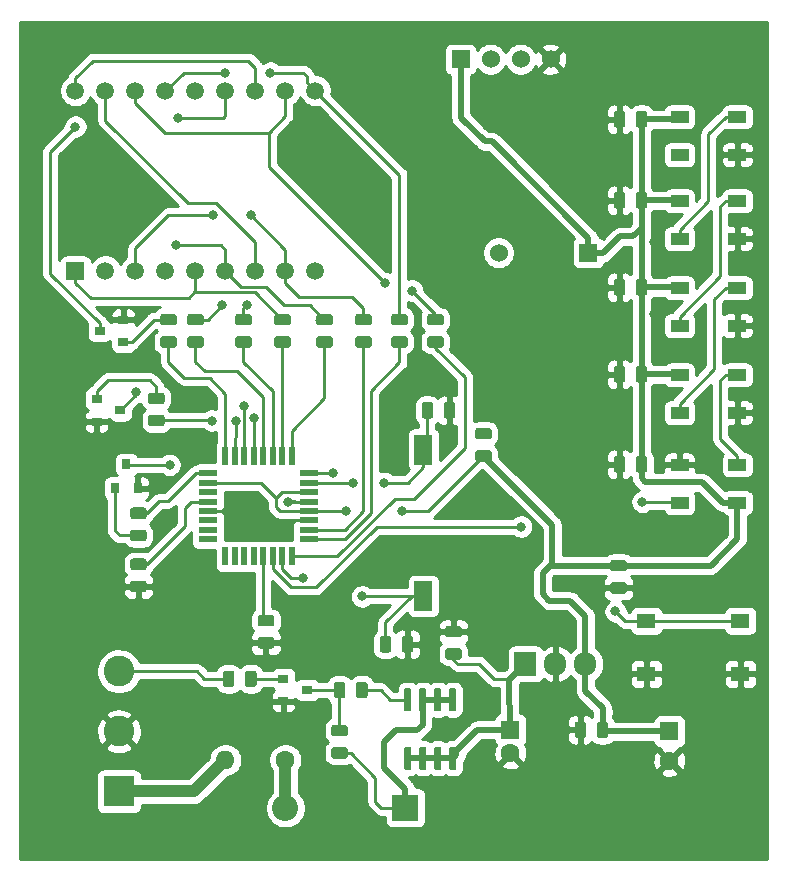
<source format=gbr>
G04 #@! TF.GenerationSoftware,KiCad,Pcbnew,(5.1.5)-3*
G04 #@! TF.CreationDate,2020-04-28T22:14:46+02:00*
G04 #@! TF.ProjectId,czujnikParkowania,637a756a-6e69-46b5-9061-726b6f77616e,rev?*
G04 #@! TF.SameCoordinates,Original*
G04 #@! TF.FileFunction,Copper,L1,Top*
G04 #@! TF.FilePolarity,Positive*
%FSLAX46Y46*%
G04 Gerber Fmt 4.6, Leading zero omitted, Abs format (unit mm)*
G04 Created by KiCad (PCBNEW (5.1.5)-3) date 2020-04-28 22:14:46*
%MOMM*%
%LPD*%
G04 APERTURE LIST*
%ADD10R,1.500000X1.500000*%
%ADD11C,1.500000*%
%ADD12C,1.524000*%
%ADD13R,1.524000X1.524000*%
%ADD14R,1.600000X1.600000*%
%ADD15C,1.600000*%
%ADD16C,0.100000*%
%ADD17R,1.500000X1.000000*%
%ADD18R,2.200000X2.200000*%
%ADD19O,2.200000X2.200000*%
%ADD20O,1.600000X1.600000*%
%ADD21R,2.600000X2.600000*%
%ADD22C,2.600000*%
%ADD23R,0.900000X0.800000*%
%ADD24R,0.800000X0.900000*%
%ADD25R,1.905000X2.000000*%
%ADD26O,1.905000X2.000000*%
%ADD27R,1.600000X0.550000*%
%ADD28R,0.550000X1.600000*%
%ADD29R,1.500000X2.500000*%
%ADD30R,1.550000X1.300000*%
%ADD31C,0.800000*%
%ADD32C,0.250000*%
%ADD33C,0.500000*%
%ADD34C,1.000000*%
%ADD35C,0.254000*%
G04 APERTURE END LIST*
D10*
X25146000Y-38989000D03*
D11*
X27686000Y-38989000D03*
X30226000Y-38989000D03*
X32766000Y-38989000D03*
X35306000Y-38989000D03*
X37846000Y-38989000D03*
X40386000Y-38989000D03*
X42926000Y-38989000D03*
X45466000Y-38989000D03*
X45466000Y-23749000D03*
X42926000Y-23749000D03*
X40386000Y-23749000D03*
X37846000Y-23749000D03*
X35306000Y-23749000D03*
X32766000Y-23749000D03*
X30226000Y-23749000D03*
X27686000Y-23749000D03*
X25146000Y-23749000D03*
D12*
X60970000Y-37465000D03*
D13*
X68570000Y-37465000D03*
D14*
X61976000Y-77851000D03*
D15*
X61976000Y-79851000D03*
G04 #@! TA.AperFunction,SMDPad,CuDef*
D16*
G36*
X57630142Y-70936174D02*
G01*
X57653803Y-70939684D01*
X57677007Y-70945496D01*
X57699529Y-70953554D01*
X57721153Y-70963782D01*
X57741670Y-70976079D01*
X57760883Y-70990329D01*
X57778607Y-71006393D01*
X57794671Y-71024117D01*
X57808921Y-71043330D01*
X57821218Y-71063847D01*
X57831446Y-71085471D01*
X57839504Y-71107993D01*
X57845316Y-71131197D01*
X57848826Y-71154858D01*
X57850000Y-71178750D01*
X57850000Y-71666250D01*
X57848826Y-71690142D01*
X57845316Y-71713803D01*
X57839504Y-71737007D01*
X57831446Y-71759529D01*
X57821218Y-71781153D01*
X57808921Y-71801670D01*
X57794671Y-71820883D01*
X57778607Y-71838607D01*
X57760883Y-71854671D01*
X57741670Y-71868921D01*
X57721153Y-71881218D01*
X57699529Y-71891446D01*
X57677007Y-71899504D01*
X57653803Y-71905316D01*
X57630142Y-71908826D01*
X57606250Y-71910000D01*
X56693750Y-71910000D01*
X56669858Y-71908826D01*
X56646197Y-71905316D01*
X56622993Y-71899504D01*
X56600471Y-71891446D01*
X56578847Y-71881218D01*
X56558330Y-71868921D01*
X56539117Y-71854671D01*
X56521393Y-71838607D01*
X56505329Y-71820883D01*
X56491079Y-71801670D01*
X56478782Y-71781153D01*
X56468554Y-71759529D01*
X56460496Y-71737007D01*
X56454684Y-71713803D01*
X56451174Y-71690142D01*
X56450000Y-71666250D01*
X56450000Y-71178750D01*
X56451174Y-71154858D01*
X56454684Y-71131197D01*
X56460496Y-71107993D01*
X56468554Y-71085471D01*
X56478782Y-71063847D01*
X56491079Y-71043330D01*
X56505329Y-71024117D01*
X56521393Y-71006393D01*
X56539117Y-70990329D01*
X56558330Y-70976079D01*
X56578847Y-70963782D01*
X56600471Y-70953554D01*
X56622993Y-70945496D01*
X56646197Y-70939684D01*
X56669858Y-70936174D01*
X56693750Y-70935000D01*
X57606250Y-70935000D01*
X57630142Y-70936174D01*
G37*
G04 #@! TD.AperFunction*
G04 #@! TA.AperFunction,SMDPad,CuDef*
G36*
X57630142Y-69061174D02*
G01*
X57653803Y-69064684D01*
X57677007Y-69070496D01*
X57699529Y-69078554D01*
X57721153Y-69088782D01*
X57741670Y-69101079D01*
X57760883Y-69115329D01*
X57778607Y-69131393D01*
X57794671Y-69149117D01*
X57808921Y-69168330D01*
X57821218Y-69188847D01*
X57831446Y-69210471D01*
X57839504Y-69232993D01*
X57845316Y-69256197D01*
X57848826Y-69279858D01*
X57850000Y-69303750D01*
X57850000Y-69791250D01*
X57848826Y-69815142D01*
X57845316Y-69838803D01*
X57839504Y-69862007D01*
X57831446Y-69884529D01*
X57821218Y-69906153D01*
X57808921Y-69926670D01*
X57794671Y-69945883D01*
X57778607Y-69963607D01*
X57760883Y-69979671D01*
X57741670Y-69993921D01*
X57721153Y-70006218D01*
X57699529Y-70016446D01*
X57677007Y-70024504D01*
X57653803Y-70030316D01*
X57630142Y-70033826D01*
X57606250Y-70035000D01*
X56693750Y-70035000D01*
X56669858Y-70033826D01*
X56646197Y-70030316D01*
X56622993Y-70024504D01*
X56600471Y-70016446D01*
X56578847Y-70006218D01*
X56558330Y-69993921D01*
X56539117Y-69979671D01*
X56521393Y-69963607D01*
X56505329Y-69945883D01*
X56491079Y-69926670D01*
X56478782Y-69906153D01*
X56468554Y-69884529D01*
X56460496Y-69862007D01*
X56454684Y-69838803D01*
X56451174Y-69815142D01*
X56450000Y-69791250D01*
X56450000Y-69303750D01*
X56451174Y-69279858D01*
X56454684Y-69256197D01*
X56460496Y-69232993D01*
X56468554Y-69210471D01*
X56478782Y-69188847D01*
X56491079Y-69168330D01*
X56505329Y-69149117D01*
X56521393Y-69131393D01*
X56539117Y-69115329D01*
X56558330Y-69101079D01*
X56578847Y-69088782D01*
X56600471Y-69078554D01*
X56622993Y-69070496D01*
X56646197Y-69064684D01*
X56669858Y-69061174D01*
X56693750Y-69060000D01*
X57606250Y-69060000D01*
X57630142Y-69061174D01*
G37*
G04 #@! TD.AperFunction*
G04 #@! TA.AperFunction,SMDPad,CuDef*
G36*
X68164142Y-77152174D02*
G01*
X68187803Y-77155684D01*
X68211007Y-77161496D01*
X68233529Y-77169554D01*
X68255153Y-77179782D01*
X68275670Y-77192079D01*
X68294883Y-77206329D01*
X68312607Y-77222393D01*
X68328671Y-77240117D01*
X68342921Y-77259330D01*
X68355218Y-77279847D01*
X68365446Y-77301471D01*
X68373504Y-77323993D01*
X68379316Y-77347197D01*
X68382826Y-77370858D01*
X68384000Y-77394750D01*
X68384000Y-78307250D01*
X68382826Y-78331142D01*
X68379316Y-78354803D01*
X68373504Y-78378007D01*
X68365446Y-78400529D01*
X68355218Y-78422153D01*
X68342921Y-78442670D01*
X68328671Y-78461883D01*
X68312607Y-78479607D01*
X68294883Y-78495671D01*
X68275670Y-78509921D01*
X68255153Y-78522218D01*
X68233529Y-78532446D01*
X68211007Y-78540504D01*
X68187803Y-78546316D01*
X68164142Y-78549826D01*
X68140250Y-78551000D01*
X67652750Y-78551000D01*
X67628858Y-78549826D01*
X67605197Y-78546316D01*
X67581993Y-78540504D01*
X67559471Y-78532446D01*
X67537847Y-78522218D01*
X67517330Y-78509921D01*
X67498117Y-78495671D01*
X67480393Y-78479607D01*
X67464329Y-78461883D01*
X67450079Y-78442670D01*
X67437782Y-78422153D01*
X67427554Y-78400529D01*
X67419496Y-78378007D01*
X67413684Y-78354803D01*
X67410174Y-78331142D01*
X67409000Y-78307250D01*
X67409000Y-77394750D01*
X67410174Y-77370858D01*
X67413684Y-77347197D01*
X67419496Y-77323993D01*
X67427554Y-77301471D01*
X67437782Y-77279847D01*
X67450079Y-77259330D01*
X67464329Y-77240117D01*
X67480393Y-77222393D01*
X67498117Y-77206329D01*
X67517330Y-77192079D01*
X67537847Y-77179782D01*
X67559471Y-77169554D01*
X67581993Y-77161496D01*
X67605197Y-77155684D01*
X67628858Y-77152174D01*
X67652750Y-77151000D01*
X68140250Y-77151000D01*
X68164142Y-77152174D01*
G37*
G04 #@! TD.AperFunction*
G04 #@! TA.AperFunction,SMDPad,CuDef*
G36*
X70039142Y-77152174D02*
G01*
X70062803Y-77155684D01*
X70086007Y-77161496D01*
X70108529Y-77169554D01*
X70130153Y-77179782D01*
X70150670Y-77192079D01*
X70169883Y-77206329D01*
X70187607Y-77222393D01*
X70203671Y-77240117D01*
X70217921Y-77259330D01*
X70230218Y-77279847D01*
X70240446Y-77301471D01*
X70248504Y-77323993D01*
X70254316Y-77347197D01*
X70257826Y-77370858D01*
X70259000Y-77394750D01*
X70259000Y-78307250D01*
X70257826Y-78331142D01*
X70254316Y-78354803D01*
X70248504Y-78378007D01*
X70240446Y-78400529D01*
X70230218Y-78422153D01*
X70217921Y-78442670D01*
X70203671Y-78461883D01*
X70187607Y-78479607D01*
X70169883Y-78495671D01*
X70150670Y-78509921D01*
X70130153Y-78522218D01*
X70108529Y-78532446D01*
X70086007Y-78540504D01*
X70062803Y-78546316D01*
X70039142Y-78549826D01*
X70015250Y-78551000D01*
X69527750Y-78551000D01*
X69503858Y-78549826D01*
X69480197Y-78546316D01*
X69456993Y-78540504D01*
X69434471Y-78532446D01*
X69412847Y-78522218D01*
X69392330Y-78509921D01*
X69373117Y-78495671D01*
X69355393Y-78479607D01*
X69339329Y-78461883D01*
X69325079Y-78442670D01*
X69312782Y-78422153D01*
X69302554Y-78400529D01*
X69294496Y-78378007D01*
X69288684Y-78354803D01*
X69285174Y-78331142D01*
X69284000Y-78307250D01*
X69284000Y-77394750D01*
X69285174Y-77370858D01*
X69288684Y-77347197D01*
X69294496Y-77323993D01*
X69302554Y-77301471D01*
X69312782Y-77279847D01*
X69325079Y-77259330D01*
X69339329Y-77240117D01*
X69355393Y-77222393D01*
X69373117Y-77206329D01*
X69392330Y-77192079D01*
X69412847Y-77179782D01*
X69434471Y-77169554D01*
X69456993Y-77161496D01*
X69480197Y-77155684D01*
X69503858Y-77152174D01*
X69527750Y-77151000D01*
X70015250Y-77151000D01*
X70039142Y-77152174D01*
G37*
G04 #@! TD.AperFunction*
D14*
X75438000Y-77978000D03*
D15*
X75438000Y-80478000D03*
G04 #@! TA.AperFunction,SMDPad,CuDef*
D16*
G36*
X71600142Y-63473174D02*
G01*
X71623803Y-63476684D01*
X71647007Y-63482496D01*
X71669529Y-63490554D01*
X71691153Y-63500782D01*
X71711670Y-63513079D01*
X71730883Y-63527329D01*
X71748607Y-63543393D01*
X71764671Y-63561117D01*
X71778921Y-63580330D01*
X71791218Y-63600847D01*
X71801446Y-63622471D01*
X71809504Y-63644993D01*
X71815316Y-63668197D01*
X71818826Y-63691858D01*
X71820000Y-63715750D01*
X71820000Y-64203250D01*
X71818826Y-64227142D01*
X71815316Y-64250803D01*
X71809504Y-64274007D01*
X71801446Y-64296529D01*
X71791218Y-64318153D01*
X71778921Y-64338670D01*
X71764671Y-64357883D01*
X71748607Y-64375607D01*
X71730883Y-64391671D01*
X71711670Y-64405921D01*
X71691153Y-64418218D01*
X71669529Y-64428446D01*
X71647007Y-64436504D01*
X71623803Y-64442316D01*
X71600142Y-64445826D01*
X71576250Y-64447000D01*
X70663750Y-64447000D01*
X70639858Y-64445826D01*
X70616197Y-64442316D01*
X70592993Y-64436504D01*
X70570471Y-64428446D01*
X70548847Y-64418218D01*
X70528330Y-64405921D01*
X70509117Y-64391671D01*
X70491393Y-64375607D01*
X70475329Y-64357883D01*
X70461079Y-64338670D01*
X70448782Y-64318153D01*
X70438554Y-64296529D01*
X70430496Y-64274007D01*
X70424684Y-64250803D01*
X70421174Y-64227142D01*
X70420000Y-64203250D01*
X70420000Y-63715750D01*
X70421174Y-63691858D01*
X70424684Y-63668197D01*
X70430496Y-63644993D01*
X70438554Y-63622471D01*
X70448782Y-63600847D01*
X70461079Y-63580330D01*
X70475329Y-63561117D01*
X70491393Y-63543393D01*
X70509117Y-63527329D01*
X70528330Y-63513079D01*
X70548847Y-63500782D01*
X70570471Y-63490554D01*
X70592993Y-63482496D01*
X70616197Y-63476684D01*
X70639858Y-63473174D01*
X70663750Y-63472000D01*
X71576250Y-63472000D01*
X71600142Y-63473174D01*
G37*
G04 #@! TD.AperFunction*
G04 #@! TA.AperFunction,SMDPad,CuDef*
G36*
X71600142Y-65348174D02*
G01*
X71623803Y-65351684D01*
X71647007Y-65357496D01*
X71669529Y-65365554D01*
X71691153Y-65375782D01*
X71711670Y-65388079D01*
X71730883Y-65402329D01*
X71748607Y-65418393D01*
X71764671Y-65436117D01*
X71778921Y-65455330D01*
X71791218Y-65475847D01*
X71801446Y-65497471D01*
X71809504Y-65519993D01*
X71815316Y-65543197D01*
X71818826Y-65566858D01*
X71820000Y-65590750D01*
X71820000Y-66078250D01*
X71818826Y-66102142D01*
X71815316Y-66125803D01*
X71809504Y-66149007D01*
X71801446Y-66171529D01*
X71791218Y-66193153D01*
X71778921Y-66213670D01*
X71764671Y-66232883D01*
X71748607Y-66250607D01*
X71730883Y-66266671D01*
X71711670Y-66280921D01*
X71691153Y-66293218D01*
X71669529Y-66303446D01*
X71647007Y-66311504D01*
X71623803Y-66317316D01*
X71600142Y-66320826D01*
X71576250Y-66322000D01*
X70663750Y-66322000D01*
X70639858Y-66320826D01*
X70616197Y-66317316D01*
X70592993Y-66311504D01*
X70570471Y-66303446D01*
X70548847Y-66293218D01*
X70528330Y-66280921D01*
X70509117Y-66266671D01*
X70491393Y-66250607D01*
X70475329Y-66232883D01*
X70461079Y-66213670D01*
X70448782Y-66193153D01*
X70438554Y-66171529D01*
X70430496Y-66149007D01*
X70424684Y-66125803D01*
X70421174Y-66102142D01*
X70420000Y-66078250D01*
X70420000Y-65590750D01*
X70421174Y-65566858D01*
X70424684Y-65543197D01*
X70430496Y-65519993D01*
X70438554Y-65497471D01*
X70448782Y-65475847D01*
X70461079Y-65455330D01*
X70475329Y-65436117D01*
X70491393Y-65418393D01*
X70509117Y-65402329D01*
X70528330Y-65388079D01*
X70548847Y-65375782D01*
X70570471Y-65365554D01*
X70592993Y-65357496D01*
X70616197Y-65351684D01*
X70639858Y-65348174D01*
X70663750Y-65347000D01*
X71576250Y-65347000D01*
X71600142Y-65348174D01*
G37*
G04 #@! TD.AperFunction*
G04 #@! TA.AperFunction,SMDPad,CuDef*
G36*
X71466142Y-54673174D02*
G01*
X71489803Y-54676684D01*
X71513007Y-54682496D01*
X71535529Y-54690554D01*
X71557153Y-54700782D01*
X71577670Y-54713079D01*
X71596883Y-54727329D01*
X71614607Y-54743393D01*
X71630671Y-54761117D01*
X71644921Y-54780330D01*
X71657218Y-54800847D01*
X71667446Y-54822471D01*
X71675504Y-54844993D01*
X71681316Y-54868197D01*
X71684826Y-54891858D01*
X71686000Y-54915750D01*
X71686000Y-55828250D01*
X71684826Y-55852142D01*
X71681316Y-55875803D01*
X71675504Y-55899007D01*
X71667446Y-55921529D01*
X71657218Y-55943153D01*
X71644921Y-55963670D01*
X71630671Y-55982883D01*
X71614607Y-56000607D01*
X71596883Y-56016671D01*
X71577670Y-56030921D01*
X71557153Y-56043218D01*
X71535529Y-56053446D01*
X71513007Y-56061504D01*
X71489803Y-56067316D01*
X71466142Y-56070826D01*
X71442250Y-56072000D01*
X70954750Y-56072000D01*
X70930858Y-56070826D01*
X70907197Y-56067316D01*
X70883993Y-56061504D01*
X70861471Y-56053446D01*
X70839847Y-56043218D01*
X70819330Y-56030921D01*
X70800117Y-56016671D01*
X70782393Y-56000607D01*
X70766329Y-55982883D01*
X70752079Y-55963670D01*
X70739782Y-55943153D01*
X70729554Y-55921529D01*
X70721496Y-55899007D01*
X70715684Y-55875803D01*
X70712174Y-55852142D01*
X70711000Y-55828250D01*
X70711000Y-54915750D01*
X70712174Y-54891858D01*
X70715684Y-54868197D01*
X70721496Y-54844993D01*
X70729554Y-54822471D01*
X70739782Y-54800847D01*
X70752079Y-54780330D01*
X70766329Y-54761117D01*
X70782393Y-54743393D01*
X70800117Y-54727329D01*
X70819330Y-54713079D01*
X70839847Y-54700782D01*
X70861471Y-54690554D01*
X70883993Y-54682496D01*
X70907197Y-54676684D01*
X70930858Y-54673174D01*
X70954750Y-54672000D01*
X71442250Y-54672000D01*
X71466142Y-54673174D01*
G37*
G04 #@! TD.AperFunction*
G04 #@! TA.AperFunction,SMDPad,CuDef*
G36*
X73341142Y-54673174D02*
G01*
X73364803Y-54676684D01*
X73388007Y-54682496D01*
X73410529Y-54690554D01*
X73432153Y-54700782D01*
X73452670Y-54713079D01*
X73471883Y-54727329D01*
X73489607Y-54743393D01*
X73505671Y-54761117D01*
X73519921Y-54780330D01*
X73532218Y-54800847D01*
X73542446Y-54822471D01*
X73550504Y-54844993D01*
X73556316Y-54868197D01*
X73559826Y-54891858D01*
X73561000Y-54915750D01*
X73561000Y-55828250D01*
X73559826Y-55852142D01*
X73556316Y-55875803D01*
X73550504Y-55899007D01*
X73542446Y-55921529D01*
X73532218Y-55943153D01*
X73519921Y-55963670D01*
X73505671Y-55982883D01*
X73489607Y-56000607D01*
X73471883Y-56016671D01*
X73452670Y-56030921D01*
X73432153Y-56043218D01*
X73410529Y-56053446D01*
X73388007Y-56061504D01*
X73364803Y-56067316D01*
X73341142Y-56070826D01*
X73317250Y-56072000D01*
X72829750Y-56072000D01*
X72805858Y-56070826D01*
X72782197Y-56067316D01*
X72758993Y-56061504D01*
X72736471Y-56053446D01*
X72714847Y-56043218D01*
X72694330Y-56030921D01*
X72675117Y-56016671D01*
X72657393Y-56000607D01*
X72641329Y-55982883D01*
X72627079Y-55963670D01*
X72614782Y-55943153D01*
X72604554Y-55921529D01*
X72596496Y-55899007D01*
X72590684Y-55875803D01*
X72587174Y-55852142D01*
X72586000Y-55828250D01*
X72586000Y-54915750D01*
X72587174Y-54891858D01*
X72590684Y-54868197D01*
X72596496Y-54844993D01*
X72604554Y-54822471D01*
X72614782Y-54800847D01*
X72627079Y-54780330D01*
X72641329Y-54761117D01*
X72657393Y-54743393D01*
X72675117Y-54727329D01*
X72694330Y-54713079D01*
X72714847Y-54700782D01*
X72736471Y-54690554D01*
X72758993Y-54682496D01*
X72782197Y-54676684D01*
X72805858Y-54673174D01*
X72829750Y-54672000D01*
X73317250Y-54672000D01*
X73341142Y-54673174D01*
G37*
G04 #@! TD.AperFunction*
D17*
X76290000Y-55423000D03*
X76290000Y-58623000D03*
X81190000Y-55423000D03*
X81190000Y-58623000D03*
D18*
X53086000Y-84455000D03*
D19*
X42926000Y-84455000D03*
D17*
X81190000Y-51003000D03*
X81190000Y-47803000D03*
X76290000Y-51003000D03*
X76290000Y-47803000D03*
X76290000Y-40437000D03*
X76290000Y-43637000D03*
X81190000Y-40437000D03*
X81190000Y-43637000D03*
X81190000Y-36271000D03*
X81190000Y-33071000D03*
X76290000Y-36271000D03*
X76290000Y-33071000D03*
X76290000Y-25959000D03*
X76290000Y-29159000D03*
X81190000Y-25959000D03*
X81190000Y-29159000D03*
D15*
X42926000Y-80391000D03*
D20*
X37846000Y-80391000D03*
D21*
X28829000Y-83058000D03*
D22*
X28829000Y-77978000D03*
X28829000Y-72898000D03*
D23*
X44751500Y-74485500D03*
X42751500Y-75435500D03*
X42751500Y-73535500D03*
G04 #@! TA.AperFunction,SMDPad,CuDef*
D16*
G36*
X57251203Y-74338222D02*
G01*
X57265764Y-74340382D01*
X57280043Y-74343959D01*
X57293903Y-74348918D01*
X57307210Y-74355212D01*
X57319836Y-74362780D01*
X57331659Y-74371548D01*
X57342566Y-74381434D01*
X57352452Y-74392341D01*
X57361220Y-74404164D01*
X57368788Y-74416790D01*
X57375082Y-74430097D01*
X57380041Y-74443957D01*
X57383618Y-74458236D01*
X57385778Y-74472797D01*
X57386500Y-74487500D01*
X57386500Y-76137500D01*
X57385778Y-76152203D01*
X57383618Y-76166764D01*
X57380041Y-76181043D01*
X57375082Y-76194903D01*
X57368788Y-76208210D01*
X57361220Y-76220836D01*
X57352452Y-76232659D01*
X57342566Y-76243566D01*
X57331659Y-76253452D01*
X57319836Y-76262220D01*
X57307210Y-76269788D01*
X57293903Y-76276082D01*
X57280043Y-76281041D01*
X57265764Y-76284618D01*
X57251203Y-76286778D01*
X57236500Y-76287500D01*
X56936500Y-76287500D01*
X56921797Y-76286778D01*
X56907236Y-76284618D01*
X56892957Y-76281041D01*
X56879097Y-76276082D01*
X56865790Y-76269788D01*
X56853164Y-76262220D01*
X56841341Y-76253452D01*
X56830434Y-76243566D01*
X56820548Y-76232659D01*
X56811780Y-76220836D01*
X56804212Y-76208210D01*
X56797918Y-76194903D01*
X56792959Y-76181043D01*
X56789382Y-76166764D01*
X56787222Y-76152203D01*
X56786500Y-76137500D01*
X56786500Y-74487500D01*
X56787222Y-74472797D01*
X56789382Y-74458236D01*
X56792959Y-74443957D01*
X56797918Y-74430097D01*
X56804212Y-74416790D01*
X56811780Y-74404164D01*
X56820548Y-74392341D01*
X56830434Y-74381434D01*
X56841341Y-74371548D01*
X56853164Y-74362780D01*
X56865790Y-74355212D01*
X56879097Y-74348918D01*
X56892957Y-74343959D01*
X56907236Y-74340382D01*
X56921797Y-74338222D01*
X56936500Y-74337500D01*
X57236500Y-74337500D01*
X57251203Y-74338222D01*
G37*
G04 #@! TD.AperFunction*
G04 #@! TA.AperFunction,SMDPad,CuDef*
G36*
X55981203Y-74338222D02*
G01*
X55995764Y-74340382D01*
X56010043Y-74343959D01*
X56023903Y-74348918D01*
X56037210Y-74355212D01*
X56049836Y-74362780D01*
X56061659Y-74371548D01*
X56072566Y-74381434D01*
X56082452Y-74392341D01*
X56091220Y-74404164D01*
X56098788Y-74416790D01*
X56105082Y-74430097D01*
X56110041Y-74443957D01*
X56113618Y-74458236D01*
X56115778Y-74472797D01*
X56116500Y-74487500D01*
X56116500Y-76137500D01*
X56115778Y-76152203D01*
X56113618Y-76166764D01*
X56110041Y-76181043D01*
X56105082Y-76194903D01*
X56098788Y-76208210D01*
X56091220Y-76220836D01*
X56082452Y-76232659D01*
X56072566Y-76243566D01*
X56061659Y-76253452D01*
X56049836Y-76262220D01*
X56037210Y-76269788D01*
X56023903Y-76276082D01*
X56010043Y-76281041D01*
X55995764Y-76284618D01*
X55981203Y-76286778D01*
X55966500Y-76287500D01*
X55666500Y-76287500D01*
X55651797Y-76286778D01*
X55637236Y-76284618D01*
X55622957Y-76281041D01*
X55609097Y-76276082D01*
X55595790Y-76269788D01*
X55583164Y-76262220D01*
X55571341Y-76253452D01*
X55560434Y-76243566D01*
X55550548Y-76232659D01*
X55541780Y-76220836D01*
X55534212Y-76208210D01*
X55527918Y-76194903D01*
X55522959Y-76181043D01*
X55519382Y-76166764D01*
X55517222Y-76152203D01*
X55516500Y-76137500D01*
X55516500Y-74487500D01*
X55517222Y-74472797D01*
X55519382Y-74458236D01*
X55522959Y-74443957D01*
X55527918Y-74430097D01*
X55534212Y-74416790D01*
X55541780Y-74404164D01*
X55550548Y-74392341D01*
X55560434Y-74381434D01*
X55571341Y-74371548D01*
X55583164Y-74362780D01*
X55595790Y-74355212D01*
X55609097Y-74348918D01*
X55622957Y-74343959D01*
X55637236Y-74340382D01*
X55651797Y-74338222D01*
X55666500Y-74337500D01*
X55966500Y-74337500D01*
X55981203Y-74338222D01*
G37*
G04 #@! TD.AperFunction*
G04 #@! TA.AperFunction,SMDPad,CuDef*
G36*
X54711203Y-74338222D02*
G01*
X54725764Y-74340382D01*
X54740043Y-74343959D01*
X54753903Y-74348918D01*
X54767210Y-74355212D01*
X54779836Y-74362780D01*
X54791659Y-74371548D01*
X54802566Y-74381434D01*
X54812452Y-74392341D01*
X54821220Y-74404164D01*
X54828788Y-74416790D01*
X54835082Y-74430097D01*
X54840041Y-74443957D01*
X54843618Y-74458236D01*
X54845778Y-74472797D01*
X54846500Y-74487500D01*
X54846500Y-76137500D01*
X54845778Y-76152203D01*
X54843618Y-76166764D01*
X54840041Y-76181043D01*
X54835082Y-76194903D01*
X54828788Y-76208210D01*
X54821220Y-76220836D01*
X54812452Y-76232659D01*
X54802566Y-76243566D01*
X54791659Y-76253452D01*
X54779836Y-76262220D01*
X54767210Y-76269788D01*
X54753903Y-76276082D01*
X54740043Y-76281041D01*
X54725764Y-76284618D01*
X54711203Y-76286778D01*
X54696500Y-76287500D01*
X54396500Y-76287500D01*
X54381797Y-76286778D01*
X54367236Y-76284618D01*
X54352957Y-76281041D01*
X54339097Y-76276082D01*
X54325790Y-76269788D01*
X54313164Y-76262220D01*
X54301341Y-76253452D01*
X54290434Y-76243566D01*
X54280548Y-76232659D01*
X54271780Y-76220836D01*
X54264212Y-76208210D01*
X54257918Y-76194903D01*
X54252959Y-76181043D01*
X54249382Y-76166764D01*
X54247222Y-76152203D01*
X54246500Y-76137500D01*
X54246500Y-74487500D01*
X54247222Y-74472797D01*
X54249382Y-74458236D01*
X54252959Y-74443957D01*
X54257918Y-74430097D01*
X54264212Y-74416790D01*
X54271780Y-74404164D01*
X54280548Y-74392341D01*
X54290434Y-74381434D01*
X54301341Y-74371548D01*
X54313164Y-74362780D01*
X54325790Y-74355212D01*
X54339097Y-74348918D01*
X54352957Y-74343959D01*
X54367236Y-74340382D01*
X54381797Y-74338222D01*
X54396500Y-74337500D01*
X54696500Y-74337500D01*
X54711203Y-74338222D01*
G37*
G04 #@! TD.AperFunction*
G04 #@! TA.AperFunction,SMDPad,CuDef*
G36*
X53441203Y-74338222D02*
G01*
X53455764Y-74340382D01*
X53470043Y-74343959D01*
X53483903Y-74348918D01*
X53497210Y-74355212D01*
X53509836Y-74362780D01*
X53521659Y-74371548D01*
X53532566Y-74381434D01*
X53542452Y-74392341D01*
X53551220Y-74404164D01*
X53558788Y-74416790D01*
X53565082Y-74430097D01*
X53570041Y-74443957D01*
X53573618Y-74458236D01*
X53575778Y-74472797D01*
X53576500Y-74487500D01*
X53576500Y-76137500D01*
X53575778Y-76152203D01*
X53573618Y-76166764D01*
X53570041Y-76181043D01*
X53565082Y-76194903D01*
X53558788Y-76208210D01*
X53551220Y-76220836D01*
X53542452Y-76232659D01*
X53532566Y-76243566D01*
X53521659Y-76253452D01*
X53509836Y-76262220D01*
X53497210Y-76269788D01*
X53483903Y-76276082D01*
X53470043Y-76281041D01*
X53455764Y-76284618D01*
X53441203Y-76286778D01*
X53426500Y-76287500D01*
X53126500Y-76287500D01*
X53111797Y-76286778D01*
X53097236Y-76284618D01*
X53082957Y-76281041D01*
X53069097Y-76276082D01*
X53055790Y-76269788D01*
X53043164Y-76262220D01*
X53031341Y-76253452D01*
X53020434Y-76243566D01*
X53010548Y-76232659D01*
X53001780Y-76220836D01*
X52994212Y-76208210D01*
X52987918Y-76194903D01*
X52982959Y-76181043D01*
X52979382Y-76166764D01*
X52977222Y-76152203D01*
X52976500Y-76137500D01*
X52976500Y-74487500D01*
X52977222Y-74472797D01*
X52979382Y-74458236D01*
X52982959Y-74443957D01*
X52987918Y-74430097D01*
X52994212Y-74416790D01*
X53001780Y-74404164D01*
X53010548Y-74392341D01*
X53020434Y-74381434D01*
X53031341Y-74371548D01*
X53043164Y-74362780D01*
X53055790Y-74355212D01*
X53069097Y-74348918D01*
X53082957Y-74343959D01*
X53097236Y-74340382D01*
X53111797Y-74338222D01*
X53126500Y-74337500D01*
X53426500Y-74337500D01*
X53441203Y-74338222D01*
G37*
G04 #@! TD.AperFunction*
G04 #@! TA.AperFunction,SMDPad,CuDef*
G36*
X53441203Y-79288222D02*
G01*
X53455764Y-79290382D01*
X53470043Y-79293959D01*
X53483903Y-79298918D01*
X53497210Y-79305212D01*
X53509836Y-79312780D01*
X53521659Y-79321548D01*
X53532566Y-79331434D01*
X53542452Y-79342341D01*
X53551220Y-79354164D01*
X53558788Y-79366790D01*
X53565082Y-79380097D01*
X53570041Y-79393957D01*
X53573618Y-79408236D01*
X53575778Y-79422797D01*
X53576500Y-79437500D01*
X53576500Y-81087500D01*
X53575778Y-81102203D01*
X53573618Y-81116764D01*
X53570041Y-81131043D01*
X53565082Y-81144903D01*
X53558788Y-81158210D01*
X53551220Y-81170836D01*
X53542452Y-81182659D01*
X53532566Y-81193566D01*
X53521659Y-81203452D01*
X53509836Y-81212220D01*
X53497210Y-81219788D01*
X53483903Y-81226082D01*
X53470043Y-81231041D01*
X53455764Y-81234618D01*
X53441203Y-81236778D01*
X53426500Y-81237500D01*
X53126500Y-81237500D01*
X53111797Y-81236778D01*
X53097236Y-81234618D01*
X53082957Y-81231041D01*
X53069097Y-81226082D01*
X53055790Y-81219788D01*
X53043164Y-81212220D01*
X53031341Y-81203452D01*
X53020434Y-81193566D01*
X53010548Y-81182659D01*
X53001780Y-81170836D01*
X52994212Y-81158210D01*
X52987918Y-81144903D01*
X52982959Y-81131043D01*
X52979382Y-81116764D01*
X52977222Y-81102203D01*
X52976500Y-81087500D01*
X52976500Y-79437500D01*
X52977222Y-79422797D01*
X52979382Y-79408236D01*
X52982959Y-79393957D01*
X52987918Y-79380097D01*
X52994212Y-79366790D01*
X53001780Y-79354164D01*
X53010548Y-79342341D01*
X53020434Y-79331434D01*
X53031341Y-79321548D01*
X53043164Y-79312780D01*
X53055790Y-79305212D01*
X53069097Y-79298918D01*
X53082957Y-79293959D01*
X53097236Y-79290382D01*
X53111797Y-79288222D01*
X53126500Y-79287500D01*
X53426500Y-79287500D01*
X53441203Y-79288222D01*
G37*
G04 #@! TD.AperFunction*
G04 #@! TA.AperFunction,SMDPad,CuDef*
G36*
X54711203Y-79288222D02*
G01*
X54725764Y-79290382D01*
X54740043Y-79293959D01*
X54753903Y-79298918D01*
X54767210Y-79305212D01*
X54779836Y-79312780D01*
X54791659Y-79321548D01*
X54802566Y-79331434D01*
X54812452Y-79342341D01*
X54821220Y-79354164D01*
X54828788Y-79366790D01*
X54835082Y-79380097D01*
X54840041Y-79393957D01*
X54843618Y-79408236D01*
X54845778Y-79422797D01*
X54846500Y-79437500D01*
X54846500Y-81087500D01*
X54845778Y-81102203D01*
X54843618Y-81116764D01*
X54840041Y-81131043D01*
X54835082Y-81144903D01*
X54828788Y-81158210D01*
X54821220Y-81170836D01*
X54812452Y-81182659D01*
X54802566Y-81193566D01*
X54791659Y-81203452D01*
X54779836Y-81212220D01*
X54767210Y-81219788D01*
X54753903Y-81226082D01*
X54740043Y-81231041D01*
X54725764Y-81234618D01*
X54711203Y-81236778D01*
X54696500Y-81237500D01*
X54396500Y-81237500D01*
X54381797Y-81236778D01*
X54367236Y-81234618D01*
X54352957Y-81231041D01*
X54339097Y-81226082D01*
X54325790Y-81219788D01*
X54313164Y-81212220D01*
X54301341Y-81203452D01*
X54290434Y-81193566D01*
X54280548Y-81182659D01*
X54271780Y-81170836D01*
X54264212Y-81158210D01*
X54257918Y-81144903D01*
X54252959Y-81131043D01*
X54249382Y-81116764D01*
X54247222Y-81102203D01*
X54246500Y-81087500D01*
X54246500Y-79437500D01*
X54247222Y-79422797D01*
X54249382Y-79408236D01*
X54252959Y-79393957D01*
X54257918Y-79380097D01*
X54264212Y-79366790D01*
X54271780Y-79354164D01*
X54280548Y-79342341D01*
X54290434Y-79331434D01*
X54301341Y-79321548D01*
X54313164Y-79312780D01*
X54325790Y-79305212D01*
X54339097Y-79298918D01*
X54352957Y-79293959D01*
X54367236Y-79290382D01*
X54381797Y-79288222D01*
X54396500Y-79287500D01*
X54696500Y-79287500D01*
X54711203Y-79288222D01*
G37*
G04 #@! TD.AperFunction*
G04 #@! TA.AperFunction,SMDPad,CuDef*
G36*
X55981203Y-79288222D02*
G01*
X55995764Y-79290382D01*
X56010043Y-79293959D01*
X56023903Y-79298918D01*
X56037210Y-79305212D01*
X56049836Y-79312780D01*
X56061659Y-79321548D01*
X56072566Y-79331434D01*
X56082452Y-79342341D01*
X56091220Y-79354164D01*
X56098788Y-79366790D01*
X56105082Y-79380097D01*
X56110041Y-79393957D01*
X56113618Y-79408236D01*
X56115778Y-79422797D01*
X56116500Y-79437500D01*
X56116500Y-81087500D01*
X56115778Y-81102203D01*
X56113618Y-81116764D01*
X56110041Y-81131043D01*
X56105082Y-81144903D01*
X56098788Y-81158210D01*
X56091220Y-81170836D01*
X56082452Y-81182659D01*
X56072566Y-81193566D01*
X56061659Y-81203452D01*
X56049836Y-81212220D01*
X56037210Y-81219788D01*
X56023903Y-81226082D01*
X56010043Y-81231041D01*
X55995764Y-81234618D01*
X55981203Y-81236778D01*
X55966500Y-81237500D01*
X55666500Y-81237500D01*
X55651797Y-81236778D01*
X55637236Y-81234618D01*
X55622957Y-81231041D01*
X55609097Y-81226082D01*
X55595790Y-81219788D01*
X55583164Y-81212220D01*
X55571341Y-81203452D01*
X55560434Y-81193566D01*
X55550548Y-81182659D01*
X55541780Y-81170836D01*
X55534212Y-81158210D01*
X55527918Y-81144903D01*
X55522959Y-81131043D01*
X55519382Y-81116764D01*
X55517222Y-81102203D01*
X55516500Y-81087500D01*
X55516500Y-79437500D01*
X55517222Y-79422797D01*
X55519382Y-79408236D01*
X55522959Y-79393957D01*
X55527918Y-79380097D01*
X55534212Y-79366790D01*
X55541780Y-79354164D01*
X55550548Y-79342341D01*
X55560434Y-79331434D01*
X55571341Y-79321548D01*
X55583164Y-79312780D01*
X55595790Y-79305212D01*
X55609097Y-79298918D01*
X55622957Y-79293959D01*
X55637236Y-79290382D01*
X55651797Y-79288222D01*
X55666500Y-79287500D01*
X55966500Y-79287500D01*
X55981203Y-79288222D01*
G37*
G04 #@! TD.AperFunction*
G04 #@! TA.AperFunction,SMDPad,CuDef*
G36*
X57251203Y-79288222D02*
G01*
X57265764Y-79290382D01*
X57280043Y-79293959D01*
X57293903Y-79298918D01*
X57307210Y-79305212D01*
X57319836Y-79312780D01*
X57331659Y-79321548D01*
X57342566Y-79331434D01*
X57352452Y-79342341D01*
X57361220Y-79354164D01*
X57368788Y-79366790D01*
X57375082Y-79380097D01*
X57380041Y-79393957D01*
X57383618Y-79408236D01*
X57385778Y-79422797D01*
X57386500Y-79437500D01*
X57386500Y-81087500D01*
X57385778Y-81102203D01*
X57383618Y-81116764D01*
X57380041Y-81131043D01*
X57375082Y-81144903D01*
X57368788Y-81158210D01*
X57361220Y-81170836D01*
X57352452Y-81182659D01*
X57342566Y-81193566D01*
X57331659Y-81203452D01*
X57319836Y-81212220D01*
X57307210Y-81219788D01*
X57293903Y-81226082D01*
X57280043Y-81231041D01*
X57265764Y-81234618D01*
X57251203Y-81236778D01*
X57236500Y-81237500D01*
X56936500Y-81237500D01*
X56921797Y-81236778D01*
X56907236Y-81234618D01*
X56892957Y-81231041D01*
X56879097Y-81226082D01*
X56865790Y-81219788D01*
X56853164Y-81212220D01*
X56841341Y-81203452D01*
X56830434Y-81193566D01*
X56820548Y-81182659D01*
X56811780Y-81170836D01*
X56804212Y-81158210D01*
X56797918Y-81144903D01*
X56792959Y-81131043D01*
X56789382Y-81116764D01*
X56787222Y-81102203D01*
X56786500Y-81087500D01*
X56786500Y-79437500D01*
X56787222Y-79422797D01*
X56789382Y-79408236D01*
X56792959Y-79393957D01*
X56797918Y-79380097D01*
X56804212Y-79366790D01*
X56811780Y-79354164D01*
X56820548Y-79342341D01*
X56830434Y-79331434D01*
X56841341Y-79321548D01*
X56853164Y-79312780D01*
X56865790Y-79305212D01*
X56879097Y-79298918D01*
X56892957Y-79293959D01*
X56907236Y-79290382D01*
X56921797Y-79288222D01*
X56936500Y-79287500D01*
X57236500Y-79287500D01*
X57251203Y-79288222D01*
G37*
G04 #@! TD.AperFunction*
D24*
X28514000Y-57388000D03*
X30414000Y-57388000D03*
X29464000Y-55388000D03*
D23*
X26940000Y-49850000D03*
X26940000Y-51750000D03*
X28940000Y-50800000D03*
X27194000Y-44069000D03*
X29194000Y-43119000D03*
X29194000Y-45019000D03*
G04 #@! TA.AperFunction,SMDPad,CuDef*
D16*
G36*
X47978142Y-77443174D02*
G01*
X48001803Y-77446684D01*
X48025007Y-77452496D01*
X48047529Y-77460554D01*
X48069153Y-77470782D01*
X48089670Y-77483079D01*
X48108883Y-77497329D01*
X48126607Y-77513393D01*
X48142671Y-77531117D01*
X48156921Y-77550330D01*
X48169218Y-77570847D01*
X48179446Y-77592471D01*
X48187504Y-77614993D01*
X48193316Y-77638197D01*
X48196826Y-77661858D01*
X48198000Y-77685750D01*
X48198000Y-78173250D01*
X48196826Y-78197142D01*
X48193316Y-78220803D01*
X48187504Y-78244007D01*
X48179446Y-78266529D01*
X48169218Y-78288153D01*
X48156921Y-78308670D01*
X48142671Y-78327883D01*
X48126607Y-78345607D01*
X48108883Y-78361671D01*
X48089670Y-78375921D01*
X48069153Y-78388218D01*
X48047529Y-78398446D01*
X48025007Y-78406504D01*
X48001803Y-78412316D01*
X47978142Y-78415826D01*
X47954250Y-78417000D01*
X47041750Y-78417000D01*
X47017858Y-78415826D01*
X46994197Y-78412316D01*
X46970993Y-78406504D01*
X46948471Y-78398446D01*
X46926847Y-78388218D01*
X46906330Y-78375921D01*
X46887117Y-78361671D01*
X46869393Y-78345607D01*
X46853329Y-78327883D01*
X46839079Y-78308670D01*
X46826782Y-78288153D01*
X46816554Y-78266529D01*
X46808496Y-78244007D01*
X46802684Y-78220803D01*
X46799174Y-78197142D01*
X46798000Y-78173250D01*
X46798000Y-77685750D01*
X46799174Y-77661858D01*
X46802684Y-77638197D01*
X46808496Y-77614993D01*
X46816554Y-77592471D01*
X46826782Y-77570847D01*
X46839079Y-77550330D01*
X46853329Y-77531117D01*
X46869393Y-77513393D01*
X46887117Y-77497329D01*
X46906330Y-77483079D01*
X46926847Y-77470782D01*
X46948471Y-77460554D01*
X46970993Y-77452496D01*
X46994197Y-77446684D01*
X47017858Y-77443174D01*
X47041750Y-77442000D01*
X47954250Y-77442000D01*
X47978142Y-77443174D01*
G37*
G04 #@! TD.AperFunction*
G04 #@! TA.AperFunction,SMDPad,CuDef*
G36*
X47978142Y-79318174D02*
G01*
X48001803Y-79321684D01*
X48025007Y-79327496D01*
X48047529Y-79335554D01*
X48069153Y-79345782D01*
X48089670Y-79358079D01*
X48108883Y-79372329D01*
X48126607Y-79388393D01*
X48142671Y-79406117D01*
X48156921Y-79425330D01*
X48169218Y-79445847D01*
X48179446Y-79467471D01*
X48187504Y-79489993D01*
X48193316Y-79513197D01*
X48196826Y-79536858D01*
X48198000Y-79560750D01*
X48198000Y-80048250D01*
X48196826Y-80072142D01*
X48193316Y-80095803D01*
X48187504Y-80119007D01*
X48179446Y-80141529D01*
X48169218Y-80163153D01*
X48156921Y-80183670D01*
X48142671Y-80202883D01*
X48126607Y-80220607D01*
X48108883Y-80236671D01*
X48089670Y-80250921D01*
X48069153Y-80263218D01*
X48047529Y-80273446D01*
X48025007Y-80281504D01*
X48001803Y-80287316D01*
X47978142Y-80290826D01*
X47954250Y-80292000D01*
X47041750Y-80292000D01*
X47017858Y-80290826D01*
X46994197Y-80287316D01*
X46970993Y-80281504D01*
X46948471Y-80273446D01*
X46926847Y-80263218D01*
X46906330Y-80250921D01*
X46887117Y-80236671D01*
X46869393Y-80220607D01*
X46853329Y-80202883D01*
X46839079Y-80183670D01*
X46826782Y-80163153D01*
X46816554Y-80141529D01*
X46808496Y-80119007D01*
X46802684Y-80095803D01*
X46799174Y-80072142D01*
X46798000Y-80048250D01*
X46798000Y-79560750D01*
X46799174Y-79536858D01*
X46802684Y-79513197D01*
X46808496Y-79489993D01*
X46816554Y-79467471D01*
X46826782Y-79445847D01*
X46839079Y-79425330D01*
X46853329Y-79406117D01*
X46869393Y-79388393D01*
X46887117Y-79372329D01*
X46906330Y-79358079D01*
X46926847Y-79345782D01*
X46948471Y-79335554D01*
X46970993Y-79327496D01*
X46994197Y-79321684D01*
X47017858Y-79318174D01*
X47041750Y-79317000D01*
X47954250Y-79317000D01*
X47978142Y-79318174D01*
G37*
G04 #@! TD.AperFunction*
G04 #@! TA.AperFunction,SMDPad,CuDef*
G36*
X49655642Y-73786674D02*
G01*
X49679303Y-73790184D01*
X49702507Y-73795996D01*
X49725029Y-73804054D01*
X49746653Y-73814282D01*
X49767170Y-73826579D01*
X49786383Y-73840829D01*
X49804107Y-73856893D01*
X49820171Y-73874617D01*
X49834421Y-73893830D01*
X49846718Y-73914347D01*
X49856946Y-73935971D01*
X49865004Y-73958493D01*
X49870816Y-73981697D01*
X49874326Y-74005358D01*
X49875500Y-74029250D01*
X49875500Y-74941750D01*
X49874326Y-74965642D01*
X49870816Y-74989303D01*
X49865004Y-75012507D01*
X49856946Y-75035029D01*
X49846718Y-75056653D01*
X49834421Y-75077170D01*
X49820171Y-75096383D01*
X49804107Y-75114107D01*
X49786383Y-75130171D01*
X49767170Y-75144421D01*
X49746653Y-75156718D01*
X49725029Y-75166946D01*
X49702507Y-75175004D01*
X49679303Y-75180816D01*
X49655642Y-75184326D01*
X49631750Y-75185500D01*
X49144250Y-75185500D01*
X49120358Y-75184326D01*
X49096697Y-75180816D01*
X49073493Y-75175004D01*
X49050971Y-75166946D01*
X49029347Y-75156718D01*
X49008830Y-75144421D01*
X48989617Y-75130171D01*
X48971893Y-75114107D01*
X48955829Y-75096383D01*
X48941579Y-75077170D01*
X48929282Y-75056653D01*
X48919054Y-75035029D01*
X48910996Y-75012507D01*
X48905184Y-74989303D01*
X48901674Y-74965642D01*
X48900500Y-74941750D01*
X48900500Y-74029250D01*
X48901674Y-74005358D01*
X48905184Y-73981697D01*
X48910996Y-73958493D01*
X48919054Y-73935971D01*
X48929282Y-73914347D01*
X48941579Y-73893830D01*
X48955829Y-73874617D01*
X48971893Y-73856893D01*
X48989617Y-73840829D01*
X49008830Y-73826579D01*
X49029347Y-73814282D01*
X49050971Y-73804054D01*
X49073493Y-73795996D01*
X49096697Y-73790184D01*
X49120358Y-73786674D01*
X49144250Y-73785500D01*
X49631750Y-73785500D01*
X49655642Y-73786674D01*
G37*
G04 #@! TD.AperFunction*
G04 #@! TA.AperFunction,SMDPad,CuDef*
G36*
X47780642Y-73786674D02*
G01*
X47804303Y-73790184D01*
X47827507Y-73795996D01*
X47850029Y-73804054D01*
X47871653Y-73814282D01*
X47892170Y-73826579D01*
X47911383Y-73840829D01*
X47929107Y-73856893D01*
X47945171Y-73874617D01*
X47959421Y-73893830D01*
X47971718Y-73914347D01*
X47981946Y-73935971D01*
X47990004Y-73958493D01*
X47995816Y-73981697D01*
X47999326Y-74005358D01*
X48000500Y-74029250D01*
X48000500Y-74941750D01*
X47999326Y-74965642D01*
X47995816Y-74989303D01*
X47990004Y-75012507D01*
X47981946Y-75035029D01*
X47971718Y-75056653D01*
X47959421Y-75077170D01*
X47945171Y-75096383D01*
X47929107Y-75114107D01*
X47911383Y-75130171D01*
X47892170Y-75144421D01*
X47871653Y-75156718D01*
X47850029Y-75166946D01*
X47827507Y-75175004D01*
X47804303Y-75180816D01*
X47780642Y-75184326D01*
X47756750Y-75185500D01*
X47269250Y-75185500D01*
X47245358Y-75184326D01*
X47221697Y-75180816D01*
X47198493Y-75175004D01*
X47175971Y-75166946D01*
X47154347Y-75156718D01*
X47133830Y-75144421D01*
X47114617Y-75130171D01*
X47096893Y-75114107D01*
X47080829Y-75096383D01*
X47066579Y-75077170D01*
X47054282Y-75056653D01*
X47044054Y-75035029D01*
X47035996Y-75012507D01*
X47030184Y-74989303D01*
X47026674Y-74965642D01*
X47025500Y-74941750D01*
X47025500Y-74029250D01*
X47026674Y-74005358D01*
X47030184Y-73981697D01*
X47035996Y-73958493D01*
X47044054Y-73935971D01*
X47054282Y-73914347D01*
X47066579Y-73893830D01*
X47080829Y-73874617D01*
X47096893Y-73856893D01*
X47114617Y-73840829D01*
X47133830Y-73826579D01*
X47154347Y-73814282D01*
X47175971Y-73804054D01*
X47198493Y-73795996D01*
X47221697Y-73790184D01*
X47245358Y-73786674D01*
X47269250Y-73785500D01*
X47756750Y-73785500D01*
X47780642Y-73786674D01*
G37*
G04 #@! TD.AperFunction*
G04 #@! TA.AperFunction,SMDPad,CuDef*
G36*
X38382642Y-72834174D02*
G01*
X38406303Y-72837684D01*
X38429507Y-72843496D01*
X38452029Y-72851554D01*
X38473653Y-72861782D01*
X38494170Y-72874079D01*
X38513383Y-72888329D01*
X38531107Y-72904393D01*
X38547171Y-72922117D01*
X38561421Y-72941330D01*
X38573718Y-72961847D01*
X38583946Y-72983471D01*
X38592004Y-73005993D01*
X38597816Y-73029197D01*
X38601326Y-73052858D01*
X38602500Y-73076750D01*
X38602500Y-73989250D01*
X38601326Y-74013142D01*
X38597816Y-74036803D01*
X38592004Y-74060007D01*
X38583946Y-74082529D01*
X38573718Y-74104153D01*
X38561421Y-74124670D01*
X38547171Y-74143883D01*
X38531107Y-74161607D01*
X38513383Y-74177671D01*
X38494170Y-74191921D01*
X38473653Y-74204218D01*
X38452029Y-74214446D01*
X38429507Y-74222504D01*
X38406303Y-74228316D01*
X38382642Y-74231826D01*
X38358750Y-74233000D01*
X37871250Y-74233000D01*
X37847358Y-74231826D01*
X37823697Y-74228316D01*
X37800493Y-74222504D01*
X37777971Y-74214446D01*
X37756347Y-74204218D01*
X37735830Y-74191921D01*
X37716617Y-74177671D01*
X37698893Y-74161607D01*
X37682829Y-74143883D01*
X37668579Y-74124670D01*
X37656282Y-74104153D01*
X37646054Y-74082529D01*
X37637996Y-74060007D01*
X37632184Y-74036803D01*
X37628674Y-74013142D01*
X37627500Y-73989250D01*
X37627500Y-73076750D01*
X37628674Y-73052858D01*
X37632184Y-73029197D01*
X37637996Y-73005993D01*
X37646054Y-72983471D01*
X37656282Y-72961847D01*
X37668579Y-72941330D01*
X37682829Y-72922117D01*
X37698893Y-72904393D01*
X37716617Y-72888329D01*
X37735830Y-72874079D01*
X37756347Y-72861782D01*
X37777971Y-72851554D01*
X37800493Y-72843496D01*
X37823697Y-72837684D01*
X37847358Y-72834174D01*
X37871250Y-72833000D01*
X38358750Y-72833000D01*
X38382642Y-72834174D01*
G37*
G04 #@! TD.AperFunction*
G04 #@! TA.AperFunction,SMDPad,CuDef*
G36*
X40257642Y-72834174D02*
G01*
X40281303Y-72837684D01*
X40304507Y-72843496D01*
X40327029Y-72851554D01*
X40348653Y-72861782D01*
X40369170Y-72874079D01*
X40388383Y-72888329D01*
X40406107Y-72904393D01*
X40422171Y-72922117D01*
X40436421Y-72941330D01*
X40448718Y-72961847D01*
X40458946Y-72983471D01*
X40467004Y-73005993D01*
X40472816Y-73029197D01*
X40476326Y-73052858D01*
X40477500Y-73076750D01*
X40477500Y-73989250D01*
X40476326Y-74013142D01*
X40472816Y-74036803D01*
X40467004Y-74060007D01*
X40458946Y-74082529D01*
X40448718Y-74104153D01*
X40436421Y-74124670D01*
X40422171Y-74143883D01*
X40406107Y-74161607D01*
X40388383Y-74177671D01*
X40369170Y-74191921D01*
X40348653Y-74204218D01*
X40327029Y-74214446D01*
X40304507Y-74222504D01*
X40281303Y-74228316D01*
X40257642Y-74231826D01*
X40233750Y-74233000D01*
X39746250Y-74233000D01*
X39722358Y-74231826D01*
X39698697Y-74228316D01*
X39675493Y-74222504D01*
X39652971Y-74214446D01*
X39631347Y-74204218D01*
X39610830Y-74191921D01*
X39591617Y-74177671D01*
X39573893Y-74161607D01*
X39557829Y-74143883D01*
X39543579Y-74124670D01*
X39531282Y-74104153D01*
X39521054Y-74082529D01*
X39512996Y-74060007D01*
X39507184Y-74036803D01*
X39503674Y-74013142D01*
X39502500Y-73989250D01*
X39502500Y-73076750D01*
X39503674Y-73052858D01*
X39507184Y-73029197D01*
X39512996Y-73005993D01*
X39521054Y-72983471D01*
X39531282Y-72961847D01*
X39543579Y-72941330D01*
X39557829Y-72922117D01*
X39573893Y-72904393D01*
X39591617Y-72888329D01*
X39610830Y-72874079D01*
X39631347Y-72861782D01*
X39652971Y-72851554D01*
X39675493Y-72843496D01*
X39698697Y-72837684D01*
X39722358Y-72834174D01*
X39746250Y-72833000D01*
X40233750Y-72833000D01*
X40257642Y-72834174D01*
G37*
G04 #@! TD.AperFunction*
G04 #@! TA.AperFunction,SMDPad,CuDef*
G36*
X60170142Y-54172174D02*
G01*
X60193803Y-54175684D01*
X60217007Y-54181496D01*
X60239529Y-54189554D01*
X60261153Y-54199782D01*
X60281670Y-54212079D01*
X60300883Y-54226329D01*
X60318607Y-54242393D01*
X60334671Y-54260117D01*
X60348921Y-54279330D01*
X60361218Y-54299847D01*
X60371446Y-54321471D01*
X60379504Y-54343993D01*
X60385316Y-54367197D01*
X60388826Y-54390858D01*
X60390000Y-54414750D01*
X60390000Y-54902250D01*
X60388826Y-54926142D01*
X60385316Y-54949803D01*
X60379504Y-54973007D01*
X60371446Y-54995529D01*
X60361218Y-55017153D01*
X60348921Y-55037670D01*
X60334671Y-55056883D01*
X60318607Y-55074607D01*
X60300883Y-55090671D01*
X60281670Y-55104921D01*
X60261153Y-55117218D01*
X60239529Y-55127446D01*
X60217007Y-55135504D01*
X60193803Y-55141316D01*
X60170142Y-55144826D01*
X60146250Y-55146000D01*
X59233750Y-55146000D01*
X59209858Y-55144826D01*
X59186197Y-55141316D01*
X59162993Y-55135504D01*
X59140471Y-55127446D01*
X59118847Y-55117218D01*
X59098330Y-55104921D01*
X59079117Y-55090671D01*
X59061393Y-55074607D01*
X59045329Y-55056883D01*
X59031079Y-55037670D01*
X59018782Y-55017153D01*
X59008554Y-54995529D01*
X59000496Y-54973007D01*
X58994684Y-54949803D01*
X58991174Y-54926142D01*
X58990000Y-54902250D01*
X58990000Y-54414750D01*
X58991174Y-54390858D01*
X58994684Y-54367197D01*
X59000496Y-54343993D01*
X59008554Y-54321471D01*
X59018782Y-54299847D01*
X59031079Y-54279330D01*
X59045329Y-54260117D01*
X59061393Y-54242393D01*
X59079117Y-54226329D01*
X59098330Y-54212079D01*
X59118847Y-54199782D01*
X59140471Y-54189554D01*
X59162993Y-54181496D01*
X59186197Y-54175684D01*
X59209858Y-54172174D01*
X59233750Y-54171000D01*
X60146250Y-54171000D01*
X60170142Y-54172174D01*
G37*
G04 #@! TD.AperFunction*
G04 #@! TA.AperFunction,SMDPad,CuDef*
G36*
X60170142Y-52297174D02*
G01*
X60193803Y-52300684D01*
X60217007Y-52306496D01*
X60239529Y-52314554D01*
X60261153Y-52324782D01*
X60281670Y-52337079D01*
X60300883Y-52351329D01*
X60318607Y-52367393D01*
X60334671Y-52385117D01*
X60348921Y-52404330D01*
X60361218Y-52424847D01*
X60371446Y-52446471D01*
X60379504Y-52468993D01*
X60385316Y-52492197D01*
X60388826Y-52515858D01*
X60390000Y-52539750D01*
X60390000Y-53027250D01*
X60388826Y-53051142D01*
X60385316Y-53074803D01*
X60379504Y-53098007D01*
X60371446Y-53120529D01*
X60361218Y-53142153D01*
X60348921Y-53162670D01*
X60334671Y-53181883D01*
X60318607Y-53199607D01*
X60300883Y-53215671D01*
X60281670Y-53229921D01*
X60261153Y-53242218D01*
X60239529Y-53252446D01*
X60217007Y-53260504D01*
X60193803Y-53266316D01*
X60170142Y-53269826D01*
X60146250Y-53271000D01*
X59233750Y-53271000D01*
X59209858Y-53269826D01*
X59186197Y-53266316D01*
X59162993Y-53260504D01*
X59140471Y-53252446D01*
X59118847Y-53242218D01*
X59098330Y-53229921D01*
X59079117Y-53215671D01*
X59061393Y-53199607D01*
X59045329Y-53181883D01*
X59031079Y-53162670D01*
X59018782Y-53142153D01*
X59008554Y-53120529D01*
X59000496Y-53098007D01*
X58994684Y-53074803D01*
X58991174Y-53051142D01*
X58990000Y-53027250D01*
X58990000Y-52539750D01*
X58991174Y-52515858D01*
X58994684Y-52492197D01*
X59000496Y-52468993D01*
X59008554Y-52446471D01*
X59018782Y-52424847D01*
X59031079Y-52404330D01*
X59045329Y-52385117D01*
X59061393Y-52367393D01*
X59079117Y-52351329D01*
X59098330Y-52337079D01*
X59118847Y-52324782D01*
X59140471Y-52314554D01*
X59162993Y-52306496D01*
X59186197Y-52300684D01*
X59209858Y-52297174D01*
X59233750Y-52296000D01*
X60146250Y-52296000D01*
X60170142Y-52297174D01*
G37*
G04 #@! TD.AperFunction*
G04 #@! TA.AperFunction,SMDPad,CuDef*
G36*
X30960142Y-59028174D02*
G01*
X30983803Y-59031684D01*
X31007007Y-59037496D01*
X31029529Y-59045554D01*
X31051153Y-59055782D01*
X31071670Y-59068079D01*
X31090883Y-59082329D01*
X31108607Y-59098393D01*
X31124671Y-59116117D01*
X31138921Y-59135330D01*
X31151218Y-59155847D01*
X31161446Y-59177471D01*
X31169504Y-59199993D01*
X31175316Y-59223197D01*
X31178826Y-59246858D01*
X31180000Y-59270750D01*
X31180000Y-59758250D01*
X31178826Y-59782142D01*
X31175316Y-59805803D01*
X31169504Y-59829007D01*
X31161446Y-59851529D01*
X31151218Y-59873153D01*
X31138921Y-59893670D01*
X31124671Y-59912883D01*
X31108607Y-59930607D01*
X31090883Y-59946671D01*
X31071670Y-59960921D01*
X31051153Y-59973218D01*
X31029529Y-59983446D01*
X31007007Y-59991504D01*
X30983803Y-59997316D01*
X30960142Y-60000826D01*
X30936250Y-60002000D01*
X30023750Y-60002000D01*
X29999858Y-60000826D01*
X29976197Y-59997316D01*
X29952993Y-59991504D01*
X29930471Y-59983446D01*
X29908847Y-59973218D01*
X29888330Y-59960921D01*
X29869117Y-59946671D01*
X29851393Y-59930607D01*
X29835329Y-59912883D01*
X29821079Y-59893670D01*
X29808782Y-59873153D01*
X29798554Y-59851529D01*
X29790496Y-59829007D01*
X29784684Y-59805803D01*
X29781174Y-59782142D01*
X29780000Y-59758250D01*
X29780000Y-59270750D01*
X29781174Y-59246858D01*
X29784684Y-59223197D01*
X29790496Y-59199993D01*
X29798554Y-59177471D01*
X29808782Y-59155847D01*
X29821079Y-59135330D01*
X29835329Y-59116117D01*
X29851393Y-59098393D01*
X29869117Y-59082329D01*
X29888330Y-59068079D01*
X29908847Y-59055782D01*
X29930471Y-59045554D01*
X29952993Y-59037496D01*
X29976197Y-59031684D01*
X29999858Y-59028174D01*
X30023750Y-59027000D01*
X30936250Y-59027000D01*
X30960142Y-59028174D01*
G37*
G04 #@! TD.AperFunction*
G04 #@! TA.AperFunction,SMDPad,CuDef*
G36*
X30960142Y-60903174D02*
G01*
X30983803Y-60906684D01*
X31007007Y-60912496D01*
X31029529Y-60920554D01*
X31051153Y-60930782D01*
X31071670Y-60943079D01*
X31090883Y-60957329D01*
X31108607Y-60973393D01*
X31124671Y-60991117D01*
X31138921Y-61010330D01*
X31151218Y-61030847D01*
X31161446Y-61052471D01*
X31169504Y-61074993D01*
X31175316Y-61098197D01*
X31178826Y-61121858D01*
X31180000Y-61145750D01*
X31180000Y-61633250D01*
X31178826Y-61657142D01*
X31175316Y-61680803D01*
X31169504Y-61704007D01*
X31161446Y-61726529D01*
X31151218Y-61748153D01*
X31138921Y-61768670D01*
X31124671Y-61787883D01*
X31108607Y-61805607D01*
X31090883Y-61821671D01*
X31071670Y-61835921D01*
X31051153Y-61848218D01*
X31029529Y-61858446D01*
X31007007Y-61866504D01*
X30983803Y-61872316D01*
X30960142Y-61875826D01*
X30936250Y-61877000D01*
X30023750Y-61877000D01*
X29999858Y-61875826D01*
X29976197Y-61872316D01*
X29952993Y-61866504D01*
X29930471Y-61858446D01*
X29908847Y-61848218D01*
X29888330Y-61835921D01*
X29869117Y-61821671D01*
X29851393Y-61805607D01*
X29835329Y-61787883D01*
X29821079Y-61768670D01*
X29808782Y-61748153D01*
X29798554Y-61726529D01*
X29790496Y-61704007D01*
X29784684Y-61680803D01*
X29781174Y-61657142D01*
X29780000Y-61633250D01*
X29780000Y-61145750D01*
X29781174Y-61121858D01*
X29784684Y-61098197D01*
X29790496Y-61074993D01*
X29798554Y-61052471D01*
X29808782Y-61030847D01*
X29821079Y-61010330D01*
X29835329Y-60991117D01*
X29851393Y-60973393D01*
X29869117Y-60957329D01*
X29888330Y-60943079D01*
X29908847Y-60930782D01*
X29930471Y-60920554D01*
X29952993Y-60912496D01*
X29976197Y-60906684D01*
X29999858Y-60903174D01*
X30023750Y-60902000D01*
X30936250Y-60902000D01*
X30960142Y-60903174D01*
G37*
G04 #@! TD.AperFunction*
G04 #@! TA.AperFunction,SMDPad,CuDef*
G36*
X32484142Y-49297674D02*
G01*
X32507803Y-49301184D01*
X32531007Y-49306996D01*
X32553529Y-49315054D01*
X32575153Y-49325282D01*
X32595670Y-49337579D01*
X32614883Y-49351829D01*
X32632607Y-49367893D01*
X32648671Y-49385617D01*
X32662921Y-49404830D01*
X32675218Y-49425347D01*
X32685446Y-49446971D01*
X32693504Y-49469493D01*
X32699316Y-49492697D01*
X32702826Y-49516358D01*
X32704000Y-49540250D01*
X32704000Y-50027750D01*
X32702826Y-50051642D01*
X32699316Y-50075303D01*
X32693504Y-50098507D01*
X32685446Y-50121029D01*
X32675218Y-50142653D01*
X32662921Y-50163170D01*
X32648671Y-50182383D01*
X32632607Y-50200107D01*
X32614883Y-50216171D01*
X32595670Y-50230421D01*
X32575153Y-50242718D01*
X32553529Y-50252946D01*
X32531007Y-50261004D01*
X32507803Y-50266816D01*
X32484142Y-50270326D01*
X32460250Y-50271500D01*
X31547750Y-50271500D01*
X31523858Y-50270326D01*
X31500197Y-50266816D01*
X31476993Y-50261004D01*
X31454471Y-50252946D01*
X31432847Y-50242718D01*
X31412330Y-50230421D01*
X31393117Y-50216171D01*
X31375393Y-50200107D01*
X31359329Y-50182383D01*
X31345079Y-50163170D01*
X31332782Y-50142653D01*
X31322554Y-50121029D01*
X31314496Y-50098507D01*
X31308684Y-50075303D01*
X31305174Y-50051642D01*
X31304000Y-50027750D01*
X31304000Y-49540250D01*
X31305174Y-49516358D01*
X31308684Y-49492697D01*
X31314496Y-49469493D01*
X31322554Y-49446971D01*
X31332782Y-49425347D01*
X31345079Y-49404830D01*
X31359329Y-49385617D01*
X31375393Y-49367893D01*
X31393117Y-49351829D01*
X31412330Y-49337579D01*
X31432847Y-49325282D01*
X31454471Y-49315054D01*
X31476993Y-49306996D01*
X31500197Y-49301184D01*
X31523858Y-49297674D01*
X31547750Y-49296500D01*
X32460250Y-49296500D01*
X32484142Y-49297674D01*
G37*
G04 #@! TD.AperFunction*
G04 #@! TA.AperFunction,SMDPad,CuDef*
G36*
X32484142Y-51172674D02*
G01*
X32507803Y-51176184D01*
X32531007Y-51181996D01*
X32553529Y-51190054D01*
X32575153Y-51200282D01*
X32595670Y-51212579D01*
X32614883Y-51226829D01*
X32632607Y-51242893D01*
X32648671Y-51260617D01*
X32662921Y-51279830D01*
X32675218Y-51300347D01*
X32685446Y-51321971D01*
X32693504Y-51344493D01*
X32699316Y-51367697D01*
X32702826Y-51391358D01*
X32704000Y-51415250D01*
X32704000Y-51902750D01*
X32702826Y-51926642D01*
X32699316Y-51950303D01*
X32693504Y-51973507D01*
X32685446Y-51996029D01*
X32675218Y-52017653D01*
X32662921Y-52038170D01*
X32648671Y-52057383D01*
X32632607Y-52075107D01*
X32614883Y-52091171D01*
X32595670Y-52105421D01*
X32575153Y-52117718D01*
X32553529Y-52127946D01*
X32531007Y-52136004D01*
X32507803Y-52141816D01*
X32484142Y-52145326D01*
X32460250Y-52146500D01*
X31547750Y-52146500D01*
X31523858Y-52145326D01*
X31500197Y-52141816D01*
X31476993Y-52136004D01*
X31454471Y-52127946D01*
X31432847Y-52117718D01*
X31412330Y-52105421D01*
X31393117Y-52091171D01*
X31375393Y-52075107D01*
X31359329Y-52057383D01*
X31345079Y-52038170D01*
X31332782Y-52017653D01*
X31322554Y-51996029D01*
X31314496Y-51973507D01*
X31308684Y-51950303D01*
X31305174Y-51926642D01*
X31304000Y-51902750D01*
X31304000Y-51415250D01*
X31305174Y-51391358D01*
X31308684Y-51367697D01*
X31314496Y-51344493D01*
X31322554Y-51321971D01*
X31332782Y-51300347D01*
X31345079Y-51279830D01*
X31359329Y-51260617D01*
X31375393Y-51242893D01*
X31393117Y-51226829D01*
X31412330Y-51212579D01*
X31432847Y-51200282D01*
X31454471Y-51190054D01*
X31476993Y-51181996D01*
X31500197Y-51176184D01*
X31523858Y-51172674D01*
X31547750Y-51171500D01*
X32460250Y-51171500D01*
X32484142Y-51172674D01*
G37*
G04 #@! TD.AperFunction*
G04 #@! TA.AperFunction,SMDPad,CuDef*
G36*
X56106142Y-42645174D02*
G01*
X56129803Y-42648684D01*
X56153007Y-42654496D01*
X56175529Y-42662554D01*
X56197153Y-42672782D01*
X56217670Y-42685079D01*
X56236883Y-42699329D01*
X56254607Y-42715393D01*
X56270671Y-42733117D01*
X56284921Y-42752330D01*
X56297218Y-42772847D01*
X56307446Y-42794471D01*
X56315504Y-42816993D01*
X56321316Y-42840197D01*
X56324826Y-42863858D01*
X56326000Y-42887750D01*
X56326000Y-43375250D01*
X56324826Y-43399142D01*
X56321316Y-43422803D01*
X56315504Y-43446007D01*
X56307446Y-43468529D01*
X56297218Y-43490153D01*
X56284921Y-43510670D01*
X56270671Y-43529883D01*
X56254607Y-43547607D01*
X56236883Y-43563671D01*
X56217670Y-43577921D01*
X56197153Y-43590218D01*
X56175529Y-43600446D01*
X56153007Y-43608504D01*
X56129803Y-43614316D01*
X56106142Y-43617826D01*
X56082250Y-43619000D01*
X55169750Y-43619000D01*
X55145858Y-43617826D01*
X55122197Y-43614316D01*
X55098993Y-43608504D01*
X55076471Y-43600446D01*
X55054847Y-43590218D01*
X55034330Y-43577921D01*
X55015117Y-43563671D01*
X54997393Y-43547607D01*
X54981329Y-43529883D01*
X54967079Y-43510670D01*
X54954782Y-43490153D01*
X54944554Y-43468529D01*
X54936496Y-43446007D01*
X54930684Y-43422803D01*
X54927174Y-43399142D01*
X54926000Y-43375250D01*
X54926000Y-42887750D01*
X54927174Y-42863858D01*
X54930684Y-42840197D01*
X54936496Y-42816993D01*
X54944554Y-42794471D01*
X54954782Y-42772847D01*
X54967079Y-42752330D01*
X54981329Y-42733117D01*
X54997393Y-42715393D01*
X55015117Y-42699329D01*
X55034330Y-42685079D01*
X55054847Y-42672782D01*
X55076471Y-42662554D01*
X55098993Y-42654496D01*
X55122197Y-42648684D01*
X55145858Y-42645174D01*
X55169750Y-42644000D01*
X56082250Y-42644000D01*
X56106142Y-42645174D01*
G37*
G04 #@! TD.AperFunction*
G04 #@! TA.AperFunction,SMDPad,CuDef*
G36*
X56106142Y-44520174D02*
G01*
X56129803Y-44523684D01*
X56153007Y-44529496D01*
X56175529Y-44537554D01*
X56197153Y-44547782D01*
X56217670Y-44560079D01*
X56236883Y-44574329D01*
X56254607Y-44590393D01*
X56270671Y-44608117D01*
X56284921Y-44627330D01*
X56297218Y-44647847D01*
X56307446Y-44669471D01*
X56315504Y-44691993D01*
X56321316Y-44715197D01*
X56324826Y-44738858D01*
X56326000Y-44762750D01*
X56326000Y-45250250D01*
X56324826Y-45274142D01*
X56321316Y-45297803D01*
X56315504Y-45321007D01*
X56307446Y-45343529D01*
X56297218Y-45365153D01*
X56284921Y-45385670D01*
X56270671Y-45404883D01*
X56254607Y-45422607D01*
X56236883Y-45438671D01*
X56217670Y-45452921D01*
X56197153Y-45465218D01*
X56175529Y-45475446D01*
X56153007Y-45483504D01*
X56129803Y-45489316D01*
X56106142Y-45492826D01*
X56082250Y-45494000D01*
X55169750Y-45494000D01*
X55145858Y-45492826D01*
X55122197Y-45489316D01*
X55098993Y-45483504D01*
X55076471Y-45475446D01*
X55054847Y-45465218D01*
X55034330Y-45452921D01*
X55015117Y-45438671D01*
X54997393Y-45422607D01*
X54981329Y-45404883D01*
X54967079Y-45385670D01*
X54954782Y-45365153D01*
X54944554Y-45343529D01*
X54936496Y-45321007D01*
X54930684Y-45297803D01*
X54927174Y-45274142D01*
X54926000Y-45250250D01*
X54926000Y-44762750D01*
X54927174Y-44738858D01*
X54930684Y-44715197D01*
X54936496Y-44691993D01*
X54944554Y-44669471D01*
X54954782Y-44647847D01*
X54967079Y-44627330D01*
X54981329Y-44608117D01*
X54997393Y-44590393D01*
X55015117Y-44574329D01*
X55034330Y-44560079D01*
X55054847Y-44547782D01*
X55076471Y-44537554D01*
X55098993Y-44529496D01*
X55122197Y-44523684D01*
X55145858Y-44520174D01*
X55169750Y-44519000D01*
X56082250Y-44519000D01*
X56106142Y-44520174D01*
G37*
G04 #@! TD.AperFunction*
G04 #@! TA.AperFunction,SMDPad,CuDef*
G36*
X53058142Y-44520174D02*
G01*
X53081803Y-44523684D01*
X53105007Y-44529496D01*
X53127529Y-44537554D01*
X53149153Y-44547782D01*
X53169670Y-44560079D01*
X53188883Y-44574329D01*
X53206607Y-44590393D01*
X53222671Y-44608117D01*
X53236921Y-44627330D01*
X53249218Y-44647847D01*
X53259446Y-44669471D01*
X53267504Y-44691993D01*
X53273316Y-44715197D01*
X53276826Y-44738858D01*
X53278000Y-44762750D01*
X53278000Y-45250250D01*
X53276826Y-45274142D01*
X53273316Y-45297803D01*
X53267504Y-45321007D01*
X53259446Y-45343529D01*
X53249218Y-45365153D01*
X53236921Y-45385670D01*
X53222671Y-45404883D01*
X53206607Y-45422607D01*
X53188883Y-45438671D01*
X53169670Y-45452921D01*
X53149153Y-45465218D01*
X53127529Y-45475446D01*
X53105007Y-45483504D01*
X53081803Y-45489316D01*
X53058142Y-45492826D01*
X53034250Y-45494000D01*
X52121750Y-45494000D01*
X52097858Y-45492826D01*
X52074197Y-45489316D01*
X52050993Y-45483504D01*
X52028471Y-45475446D01*
X52006847Y-45465218D01*
X51986330Y-45452921D01*
X51967117Y-45438671D01*
X51949393Y-45422607D01*
X51933329Y-45404883D01*
X51919079Y-45385670D01*
X51906782Y-45365153D01*
X51896554Y-45343529D01*
X51888496Y-45321007D01*
X51882684Y-45297803D01*
X51879174Y-45274142D01*
X51878000Y-45250250D01*
X51878000Y-44762750D01*
X51879174Y-44738858D01*
X51882684Y-44715197D01*
X51888496Y-44691993D01*
X51896554Y-44669471D01*
X51906782Y-44647847D01*
X51919079Y-44627330D01*
X51933329Y-44608117D01*
X51949393Y-44590393D01*
X51967117Y-44574329D01*
X51986330Y-44560079D01*
X52006847Y-44547782D01*
X52028471Y-44537554D01*
X52050993Y-44529496D01*
X52074197Y-44523684D01*
X52097858Y-44520174D01*
X52121750Y-44519000D01*
X53034250Y-44519000D01*
X53058142Y-44520174D01*
G37*
G04 #@! TD.AperFunction*
G04 #@! TA.AperFunction,SMDPad,CuDef*
G36*
X53058142Y-42645174D02*
G01*
X53081803Y-42648684D01*
X53105007Y-42654496D01*
X53127529Y-42662554D01*
X53149153Y-42672782D01*
X53169670Y-42685079D01*
X53188883Y-42699329D01*
X53206607Y-42715393D01*
X53222671Y-42733117D01*
X53236921Y-42752330D01*
X53249218Y-42772847D01*
X53259446Y-42794471D01*
X53267504Y-42816993D01*
X53273316Y-42840197D01*
X53276826Y-42863858D01*
X53278000Y-42887750D01*
X53278000Y-43375250D01*
X53276826Y-43399142D01*
X53273316Y-43422803D01*
X53267504Y-43446007D01*
X53259446Y-43468529D01*
X53249218Y-43490153D01*
X53236921Y-43510670D01*
X53222671Y-43529883D01*
X53206607Y-43547607D01*
X53188883Y-43563671D01*
X53169670Y-43577921D01*
X53149153Y-43590218D01*
X53127529Y-43600446D01*
X53105007Y-43608504D01*
X53081803Y-43614316D01*
X53058142Y-43617826D01*
X53034250Y-43619000D01*
X52121750Y-43619000D01*
X52097858Y-43617826D01*
X52074197Y-43614316D01*
X52050993Y-43608504D01*
X52028471Y-43600446D01*
X52006847Y-43590218D01*
X51986330Y-43577921D01*
X51967117Y-43563671D01*
X51949393Y-43547607D01*
X51933329Y-43529883D01*
X51919079Y-43510670D01*
X51906782Y-43490153D01*
X51896554Y-43468529D01*
X51888496Y-43446007D01*
X51882684Y-43422803D01*
X51879174Y-43399142D01*
X51878000Y-43375250D01*
X51878000Y-42887750D01*
X51879174Y-42863858D01*
X51882684Y-42840197D01*
X51888496Y-42816993D01*
X51896554Y-42794471D01*
X51906782Y-42772847D01*
X51919079Y-42752330D01*
X51933329Y-42733117D01*
X51949393Y-42715393D01*
X51967117Y-42699329D01*
X51986330Y-42685079D01*
X52006847Y-42672782D01*
X52028471Y-42662554D01*
X52050993Y-42654496D01*
X52074197Y-42648684D01*
X52097858Y-42645174D01*
X52121750Y-42644000D01*
X53034250Y-42644000D01*
X53058142Y-42645174D01*
G37*
G04 #@! TD.AperFunction*
G04 #@! TA.AperFunction,SMDPad,CuDef*
G36*
X50010142Y-42645174D02*
G01*
X50033803Y-42648684D01*
X50057007Y-42654496D01*
X50079529Y-42662554D01*
X50101153Y-42672782D01*
X50121670Y-42685079D01*
X50140883Y-42699329D01*
X50158607Y-42715393D01*
X50174671Y-42733117D01*
X50188921Y-42752330D01*
X50201218Y-42772847D01*
X50211446Y-42794471D01*
X50219504Y-42816993D01*
X50225316Y-42840197D01*
X50228826Y-42863858D01*
X50230000Y-42887750D01*
X50230000Y-43375250D01*
X50228826Y-43399142D01*
X50225316Y-43422803D01*
X50219504Y-43446007D01*
X50211446Y-43468529D01*
X50201218Y-43490153D01*
X50188921Y-43510670D01*
X50174671Y-43529883D01*
X50158607Y-43547607D01*
X50140883Y-43563671D01*
X50121670Y-43577921D01*
X50101153Y-43590218D01*
X50079529Y-43600446D01*
X50057007Y-43608504D01*
X50033803Y-43614316D01*
X50010142Y-43617826D01*
X49986250Y-43619000D01*
X49073750Y-43619000D01*
X49049858Y-43617826D01*
X49026197Y-43614316D01*
X49002993Y-43608504D01*
X48980471Y-43600446D01*
X48958847Y-43590218D01*
X48938330Y-43577921D01*
X48919117Y-43563671D01*
X48901393Y-43547607D01*
X48885329Y-43529883D01*
X48871079Y-43510670D01*
X48858782Y-43490153D01*
X48848554Y-43468529D01*
X48840496Y-43446007D01*
X48834684Y-43422803D01*
X48831174Y-43399142D01*
X48830000Y-43375250D01*
X48830000Y-42887750D01*
X48831174Y-42863858D01*
X48834684Y-42840197D01*
X48840496Y-42816993D01*
X48848554Y-42794471D01*
X48858782Y-42772847D01*
X48871079Y-42752330D01*
X48885329Y-42733117D01*
X48901393Y-42715393D01*
X48919117Y-42699329D01*
X48938330Y-42685079D01*
X48958847Y-42672782D01*
X48980471Y-42662554D01*
X49002993Y-42654496D01*
X49026197Y-42648684D01*
X49049858Y-42645174D01*
X49073750Y-42644000D01*
X49986250Y-42644000D01*
X50010142Y-42645174D01*
G37*
G04 #@! TD.AperFunction*
G04 #@! TA.AperFunction,SMDPad,CuDef*
G36*
X50010142Y-44520174D02*
G01*
X50033803Y-44523684D01*
X50057007Y-44529496D01*
X50079529Y-44537554D01*
X50101153Y-44547782D01*
X50121670Y-44560079D01*
X50140883Y-44574329D01*
X50158607Y-44590393D01*
X50174671Y-44608117D01*
X50188921Y-44627330D01*
X50201218Y-44647847D01*
X50211446Y-44669471D01*
X50219504Y-44691993D01*
X50225316Y-44715197D01*
X50228826Y-44738858D01*
X50230000Y-44762750D01*
X50230000Y-45250250D01*
X50228826Y-45274142D01*
X50225316Y-45297803D01*
X50219504Y-45321007D01*
X50211446Y-45343529D01*
X50201218Y-45365153D01*
X50188921Y-45385670D01*
X50174671Y-45404883D01*
X50158607Y-45422607D01*
X50140883Y-45438671D01*
X50121670Y-45452921D01*
X50101153Y-45465218D01*
X50079529Y-45475446D01*
X50057007Y-45483504D01*
X50033803Y-45489316D01*
X50010142Y-45492826D01*
X49986250Y-45494000D01*
X49073750Y-45494000D01*
X49049858Y-45492826D01*
X49026197Y-45489316D01*
X49002993Y-45483504D01*
X48980471Y-45475446D01*
X48958847Y-45465218D01*
X48938330Y-45452921D01*
X48919117Y-45438671D01*
X48901393Y-45422607D01*
X48885329Y-45404883D01*
X48871079Y-45385670D01*
X48858782Y-45365153D01*
X48848554Y-45343529D01*
X48840496Y-45321007D01*
X48834684Y-45297803D01*
X48831174Y-45274142D01*
X48830000Y-45250250D01*
X48830000Y-44762750D01*
X48831174Y-44738858D01*
X48834684Y-44715197D01*
X48840496Y-44691993D01*
X48848554Y-44669471D01*
X48858782Y-44647847D01*
X48871079Y-44627330D01*
X48885329Y-44608117D01*
X48901393Y-44590393D01*
X48919117Y-44574329D01*
X48938330Y-44560079D01*
X48958847Y-44547782D01*
X48980471Y-44537554D01*
X49002993Y-44529496D01*
X49026197Y-44523684D01*
X49049858Y-44520174D01*
X49073750Y-44519000D01*
X49986250Y-44519000D01*
X50010142Y-44520174D01*
G37*
G04 #@! TD.AperFunction*
G04 #@! TA.AperFunction,SMDPad,CuDef*
G36*
X46708142Y-44520174D02*
G01*
X46731803Y-44523684D01*
X46755007Y-44529496D01*
X46777529Y-44537554D01*
X46799153Y-44547782D01*
X46819670Y-44560079D01*
X46838883Y-44574329D01*
X46856607Y-44590393D01*
X46872671Y-44608117D01*
X46886921Y-44627330D01*
X46899218Y-44647847D01*
X46909446Y-44669471D01*
X46917504Y-44691993D01*
X46923316Y-44715197D01*
X46926826Y-44738858D01*
X46928000Y-44762750D01*
X46928000Y-45250250D01*
X46926826Y-45274142D01*
X46923316Y-45297803D01*
X46917504Y-45321007D01*
X46909446Y-45343529D01*
X46899218Y-45365153D01*
X46886921Y-45385670D01*
X46872671Y-45404883D01*
X46856607Y-45422607D01*
X46838883Y-45438671D01*
X46819670Y-45452921D01*
X46799153Y-45465218D01*
X46777529Y-45475446D01*
X46755007Y-45483504D01*
X46731803Y-45489316D01*
X46708142Y-45492826D01*
X46684250Y-45494000D01*
X45771750Y-45494000D01*
X45747858Y-45492826D01*
X45724197Y-45489316D01*
X45700993Y-45483504D01*
X45678471Y-45475446D01*
X45656847Y-45465218D01*
X45636330Y-45452921D01*
X45617117Y-45438671D01*
X45599393Y-45422607D01*
X45583329Y-45404883D01*
X45569079Y-45385670D01*
X45556782Y-45365153D01*
X45546554Y-45343529D01*
X45538496Y-45321007D01*
X45532684Y-45297803D01*
X45529174Y-45274142D01*
X45528000Y-45250250D01*
X45528000Y-44762750D01*
X45529174Y-44738858D01*
X45532684Y-44715197D01*
X45538496Y-44691993D01*
X45546554Y-44669471D01*
X45556782Y-44647847D01*
X45569079Y-44627330D01*
X45583329Y-44608117D01*
X45599393Y-44590393D01*
X45617117Y-44574329D01*
X45636330Y-44560079D01*
X45656847Y-44547782D01*
X45678471Y-44537554D01*
X45700993Y-44529496D01*
X45724197Y-44523684D01*
X45747858Y-44520174D01*
X45771750Y-44519000D01*
X46684250Y-44519000D01*
X46708142Y-44520174D01*
G37*
G04 #@! TD.AperFunction*
G04 #@! TA.AperFunction,SMDPad,CuDef*
G36*
X46708142Y-42645174D02*
G01*
X46731803Y-42648684D01*
X46755007Y-42654496D01*
X46777529Y-42662554D01*
X46799153Y-42672782D01*
X46819670Y-42685079D01*
X46838883Y-42699329D01*
X46856607Y-42715393D01*
X46872671Y-42733117D01*
X46886921Y-42752330D01*
X46899218Y-42772847D01*
X46909446Y-42794471D01*
X46917504Y-42816993D01*
X46923316Y-42840197D01*
X46926826Y-42863858D01*
X46928000Y-42887750D01*
X46928000Y-43375250D01*
X46926826Y-43399142D01*
X46923316Y-43422803D01*
X46917504Y-43446007D01*
X46909446Y-43468529D01*
X46899218Y-43490153D01*
X46886921Y-43510670D01*
X46872671Y-43529883D01*
X46856607Y-43547607D01*
X46838883Y-43563671D01*
X46819670Y-43577921D01*
X46799153Y-43590218D01*
X46777529Y-43600446D01*
X46755007Y-43608504D01*
X46731803Y-43614316D01*
X46708142Y-43617826D01*
X46684250Y-43619000D01*
X45771750Y-43619000D01*
X45747858Y-43617826D01*
X45724197Y-43614316D01*
X45700993Y-43608504D01*
X45678471Y-43600446D01*
X45656847Y-43590218D01*
X45636330Y-43577921D01*
X45617117Y-43563671D01*
X45599393Y-43547607D01*
X45583329Y-43529883D01*
X45569079Y-43510670D01*
X45556782Y-43490153D01*
X45546554Y-43468529D01*
X45538496Y-43446007D01*
X45532684Y-43422803D01*
X45529174Y-43399142D01*
X45528000Y-43375250D01*
X45528000Y-42887750D01*
X45529174Y-42863858D01*
X45532684Y-42840197D01*
X45538496Y-42816993D01*
X45546554Y-42794471D01*
X45556782Y-42772847D01*
X45569079Y-42752330D01*
X45583329Y-42733117D01*
X45599393Y-42715393D01*
X45617117Y-42699329D01*
X45636330Y-42685079D01*
X45656847Y-42672782D01*
X45678471Y-42662554D01*
X45700993Y-42654496D01*
X45724197Y-42648684D01*
X45747858Y-42645174D01*
X45771750Y-42644000D01*
X46684250Y-42644000D01*
X46708142Y-42645174D01*
G37*
G04 #@! TD.AperFunction*
G04 #@! TA.AperFunction,SMDPad,CuDef*
G36*
X43152142Y-42645174D02*
G01*
X43175803Y-42648684D01*
X43199007Y-42654496D01*
X43221529Y-42662554D01*
X43243153Y-42672782D01*
X43263670Y-42685079D01*
X43282883Y-42699329D01*
X43300607Y-42715393D01*
X43316671Y-42733117D01*
X43330921Y-42752330D01*
X43343218Y-42772847D01*
X43353446Y-42794471D01*
X43361504Y-42816993D01*
X43367316Y-42840197D01*
X43370826Y-42863858D01*
X43372000Y-42887750D01*
X43372000Y-43375250D01*
X43370826Y-43399142D01*
X43367316Y-43422803D01*
X43361504Y-43446007D01*
X43353446Y-43468529D01*
X43343218Y-43490153D01*
X43330921Y-43510670D01*
X43316671Y-43529883D01*
X43300607Y-43547607D01*
X43282883Y-43563671D01*
X43263670Y-43577921D01*
X43243153Y-43590218D01*
X43221529Y-43600446D01*
X43199007Y-43608504D01*
X43175803Y-43614316D01*
X43152142Y-43617826D01*
X43128250Y-43619000D01*
X42215750Y-43619000D01*
X42191858Y-43617826D01*
X42168197Y-43614316D01*
X42144993Y-43608504D01*
X42122471Y-43600446D01*
X42100847Y-43590218D01*
X42080330Y-43577921D01*
X42061117Y-43563671D01*
X42043393Y-43547607D01*
X42027329Y-43529883D01*
X42013079Y-43510670D01*
X42000782Y-43490153D01*
X41990554Y-43468529D01*
X41982496Y-43446007D01*
X41976684Y-43422803D01*
X41973174Y-43399142D01*
X41972000Y-43375250D01*
X41972000Y-42887750D01*
X41973174Y-42863858D01*
X41976684Y-42840197D01*
X41982496Y-42816993D01*
X41990554Y-42794471D01*
X42000782Y-42772847D01*
X42013079Y-42752330D01*
X42027329Y-42733117D01*
X42043393Y-42715393D01*
X42061117Y-42699329D01*
X42080330Y-42685079D01*
X42100847Y-42672782D01*
X42122471Y-42662554D01*
X42144993Y-42654496D01*
X42168197Y-42648684D01*
X42191858Y-42645174D01*
X42215750Y-42644000D01*
X43128250Y-42644000D01*
X43152142Y-42645174D01*
G37*
G04 #@! TD.AperFunction*
G04 #@! TA.AperFunction,SMDPad,CuDef*
G36*
X43152142Y-44520174D02*
G01*
X43175803Y-44523684D01*
X43199007Y-44529496D01*
X43221529Y-44537554D01*
X43243153Y-44547782D01*
X43263670Y-44560079D01*
X43282883Y-44574329D01*
X43300607Y-44590393D01*
X43316671Y-44608117D01*
X43330921Y-44627330D01*
X43343218Y-44647847D01*
X43353446Y-44669471D01*
X43361504Y-44691993D01*
X43367316Y-44715197D01*
X43370826Y-44738858D01*
X43372000Y-44762750D01*
X43372000Y-45250250D01*
X43370826Y-45274142D01*
X43367316Y-45297803D01*
X43361504Y-45321007D01*
X43353446Y-45343529D01*
X43343218Y-45365153D01*
X43330921Y-45385670D01*
X43316671Y-45404883D01*
X43300607Y-45422607D01*
X43282883Y-45438671D01*
X43263670Y-45452921D01*
X43243153Y-45465218D01*
X43221529Y-45475446D01*
X43199007Y-45483504D01*
X43175803Y-45489316D01*
X43152142Y-45492826D01*
X43128250Y-45494000D01*
X42215750Y-45494000D01*
X42191858Y-45492826D01*
X42168197Y-45489316D01*
X42144993Y-45483504D01*
X42122471Y-45475446D01*
X42100847Y-45465218D01*
X42080330Y-45452921D01*
X42061117Y-45438671D01*
X42043393Y-45422607D01*
X42027329Y-45404883D01*
X42013079Y-45385670D01*
X42000782Y-45365153D01*
X41990554Y-45343529D01*
X41982496Y-45321007D01*
X41976684Y-45297803D01*
X41973174Y-45274142D01*
X41972000Y-45250250D01*
X41972000Y-44762750D01*
X41973174Y-44738858D01*
X41976684Y-44715197D01*
X41982496Y-44691993D01*
X41990554Y-44669471D01*
X42000782Y-44647847D01*
X42013079Y-44627330D01*
X42027329Y-44608117D01*
X42043393Y-44590393D01*
X42061117Y-44574329D01*
X42080330Y-44560079D01*
X42100847Y-44547782D01*
X42122471Y-44537554D01*
X42144993Y-44529496D01*
X42168197Y-44523684D01*
X42191858Y-44520174D01*
X42215750Y-44519000D01*
X43128250Y-44519000D01*
X43152142Y-44520174D01*
G37*
G04 #@! TD.AperFunction*
G04 #@! TA.AperFunction,SMDPad,CuDef*
G36*
X39850142Y-44520174D02*
G01*
X39873803Y-44523684D01*
X39897007Y-44529496D01*
X39919529Y-44537554D01*
X39941153Y-44547782D01*
X39961670Y-44560079D01*
X39980883Y-44574329D01*
X39998607Y-44590393D01*
X40014671Y-44608117D01*
X40028921Y-44627330D01*
X40041218Y-44647847D01*
X40051446Y-44669471D01*
X40059504Y-44691993D01*
X40065316Y-44715197D01*
X40068826Y-44738858D01*
X40070000Y-44762750D01*
X40070000Y-45250250D01*
X40068826Y-45274142D01*
X40065316Y-45297803D01*
X40059504Y-45321007D01*
X40051446Y-45343529D01*
X40041218Y-45365153D01*
X40028921Y-45385670D01*
X40014671Y-45404883D01*
X39998607Y-45422607D01*
X39980883Y-45438671D01*
X39961670Y-45452921D01*
X39941153Y-45465218D01*
X39919529Y-45475446D01*
X39897007Y-45483504D01*
X39873803Y-45489316D01*
X39850142Y-45492826D01*
X39826250Y-45494000D01*
X38913750Y-45494000D01*
X38889858Y-45492826D01*
X38866197Y-45489316D01*
X38842993Y-45483504D01*
X38820471Y-45475446D01*
X38798847Y-45465218D01*
X38778330Y-45452921D01*
X38759117Y-45438671D01*
X38741393Y-45422607D01*
X38725329Y-45404883D01*
X38711079Y-45385670D01*
X38698782Y-45365153D01*
X38688554Y-45343529D01*
X38680496Y-45321007D01*
X38674684Y-45297803D01*
X38671174Y-45274142D01*
X38670000Y-45250250D01*
X38670000Y-44762750D01*
X38671174Y-44738858D01*
X38674684Y-44715197D01*
X38680496Y-44691993D01*
X38688554Y-44669471D01*
X38698782Y-44647847D01*
X38711079Y-44627330D01*
X38725329Y-44608117D01*
X38741393Y-44590393D01*
X38759117Y-44574329D01*
X38778330Y-44560079D01*
X38798847Y-44547782D01*
X38820471Y-44537554D01*
X38842993Y-44529496D01*
X38866197Y-44523684D01*
X38889858Y-44520174D01*
X38913750Y-44519000D01*
X39826250Y-44519000D01*
X39850142Y-44520174D01*
G37*
G04 #@! TD.AperFunction*
G04 #@! TA.AperFunction,SMDPad,CuDef*
G36*
X39850142Y-42645174D02*
G01*
X39873803Y-42648684D01*
X39897007Y-42654496D01*
X39919529Y-42662554D01*
X39941153Y-42672782D01*
X39961670Y-42685079D01*
X39980883Y-42699329D01*
X39998607Y-42715393D01*
X40014671Y-42733117D01*
X40028921Y-42752330D01*
X40041218Y-42772847D01*
X40051446Y-42794471D01*
X40059504Y-42816993D01*
X40065316Y-42840197D01*
X40068826Y-42863858D01*
X40070000Y-42887750D01*
X40070000Y-43375250D01*
X40068826Y-43399142D01*
X40065316Y-43422803D01*
X40059504Y-43446007D01*
X40051446Y-43468529D01*
X40041218Y-43490153D01*
X40028921Y-43510670D01*
X40014671Y-43529883D01*
X39998607Y-43547607D01*
X39980883Y-43563671D01*
X39961670Y-43577921D01*
X39941153Y-43590218D01*
X39919529Y-43600446D01*
X39897007Y-43608504D01*
X39873803Y-43614316D01*
X39850142Y-43617826D01*
X39826250Y-43619000D01*
X38913750Y-43619000D01*
X38889858Y-43617826D01*
X38866197Y-43614316D01*
X38842993Y-43608504D01*
X38820471Y-43600446D01*
X38798847Y-43590218D01*
X38778330Y-43577921D01*
X38759117Y-43563671D01*
X38741393Y-43547607D01*
X38725329Y-43529883D01*
X38711079Y-43510670D01*
X38698782Y-43490153D01*
X38688554Y-43468529D01*
X38680496Y-43446007D01*
X38674684Y-43422803D01*
X38671174Y-43399142D01*
X38670000Y-43375250D01*
X38670000Y-42887750D01*
X38671174Y-42863858D01*
X38674684Y-42840197D01*
X38680496Y-42816993D01*
X38688554Y-42794471D01*
X38698782Y-42772847D01*
X38711079Y-42752330D01*
X38725329Y-42733117D01*
X38741393Y-42715393D01*
X38759117Y-42699329D01*
X38778330Y-42685079D01*
X38798847Y-42672782D01*
X38820471Y-42662554D01*
X38842993Y-42654496D01*
X38866197Y-42648684D01*
X38889858Y-42645174D01*
X38913750Y-42644000D01*
X39826250Y-42644000D01*
X39850142Y-42645174D01*
G37*
G04 #@! TD.AperFunction*
G04 #@! TA.AperFunction,SMDPad,CuDef*
G36*
X35786142Y-42645174D02*
G01*
X35809803Y-42648684D01*
X35833007Y-42654496D01*
X35855529Y-42662554D01*
X35877153Y-42672782D01*
X35897670Y-42685079D01*
X35916883Y-42699329D01*
X35934607Y-42715393D01*
X35950671Y-42733117D01*
X35964921Y-42752330D01*
X35977218Y-42772847D01*
X35987446Y-42794471D01*
X35995504Y-42816993D01*
X36001316Y-42840197D01*
X36004826Y-42863858D01*
X36006000Y-42887750D01*
X36006000Y-43375250D01*
X36004826Y-43399142D01*
X36001316Y-43422803D01*
X35995504Y-43446007D01*
X35987446Y-43468529D01*
X35977218Y-43490153D01*
X35964921Y-43510670D01*
X35950671Y-43529883D01*
X35934607Y-43547607D01*
X35916883Y-43563671D01*
X35897670Y-43577921D01*
X35877153Y-43590218D01*
X35855529Y-43600446D01*
X35833007Y-43608504D01*
X35809803Y-43614316D01*
X35786142Y-43617826D01*
X35762250Y-43619000D01*
X34849750Y-43619000D01*
X34825858Y-43617826D01*
X34802197Y-43614316D01*
X34778993Y-43608504D01*
X34756471Y-43600446D01*
X34734847Y-43590218D01*
X34714330Y-43577921D01*
X34695117Y-43563671D01*
X34677393Y-43547607D01*
X34661329Y-43529883D01*
X34647079Y-43510670D01*
X34634782Y-43490153D01*
X34624554Y-43468529D01*
X34616496Y-43446007D01*
X34610684Y-43422803D01*
X34607174Y-43399142D01*
X34606000Y-43375250D01*
X34606000Y-42887750D01*
X34607174Y-42863858D01*
X34610684Y-42840197D01*
X34616496Y-42816993D01*
X34624554Y-42794471D01*
X34634782Y-42772847D01*
X34647079Y-42752330D01*
X34661329Y-42733117D01*
X34677393Y-42715393D01*
X34695117Y-42699329D01*
X34714330Y-42685079D01*
X34734847Y-42672782D01*
X34756471Y-42662554D01*
X34778993Y-42654496D01*
X34802197Y-42648684D01*
X34825858Y-42645174D01*
X34849750Y-42644000D01*
X35762250Y-42644000D01*
X35786142Y-42645174D01*
G37*
G04 #@! TD.AperFunction*
G04 #@! TA.AperFunction,SMDPad,CuDef*
G36*
X35786142Y-44520174D02*
G01*
X35809803Y-44523684D01*
X35833007Y-44529496D01*
X35855529Y-44537554D01*
X35877153Y-44547782D01*
X35897670Y-44560079D01*
X35916883Y-44574329D01*
X35934607Y-44590393D01*
X35950671Y-44608117D01*
X35964921Y-44627330D01*
X35977218Y-44647847D01*
X35987446Y-44669471D01*
X35995504Y-44691993D01*
X36001316Y-44715197D01*
X36004826Y-44738858D01*
X36006000Y-44762750D01*
X36006000Y-45250250D01*
X36004826Y-45274142D01*
X36001316Y-45297803D01*
X35995504Y-45321007D01*
X35987446Y-45343529D01*
X35977218Y-45365153D01*
X35964921Y-45385670D01*
X35950671Y-45404883D01*
X35934607Y-45422607D01*
X35916883Y-45438671D01*
X35897670Y-45452921D01*
X35877153Y-45465218D01*
X35855529Y-45475446D01*
X35833007Y-45483504D01*
X35809803Y-45489316D01*
X35786142Y-45492826D01*
X35762250Y-45494000D01*
X34849750Y-45494000D01*
X34825858Y-45492826D01*
X34802197Y-45489316D01*
X34778993Y-45483504D01*
X34756471Y-45475446D01*
X34734847Y-45465218D01*
X34714330Y-45452921D01*
X34695117Y-45438671D01*
X34677393Y-45422607D01*
X34661329Y-45404883D01*
X34647079Y-45385670D01*
X34634782Y-45365153D01*
X34624554Y-45343529D01*
X34616496Y-45321007D01*
X34610684Y-45297803D01*
X34607174Y-45274142D01*
X34606000Y-45250250D01*
X34606000Y-44762750D01*
X34607174Y-44738858D01*
X34610684Y-44715197D01*
X34616496Y-44691993D01*
X34624554Y-44669471D01*
X34634782Y-44647847D01*
X34647079Y-44627330D01*
X34661329Y-44608117D01*
X34677393Y-44590393D01*
X34695117Y-44574329D01*
X34714330Y-44560079D01*
X34734847Y-44547782D01*
X34756471Y-44537554D01*
X34778993Y-44529496D01*
X34802197Y-44523684D01*
X34825858Y-44520174D01*
X34849750Y-44519000D01*
X35762250Y-44519000D01*
X35786142Y-44520174D01*
G37*
G04 #@! TD.AperFunction*
G04 #@! TA.AperFunction,SMDPad,CuDef*
G36*
X33500142Y-44520174D02*
G01*
X33523803Y-44523684D01*
X33547007Y-44529496D01*
X33569529Y-44537554D01*
X33591153Y-44547782D01*
X33611670Y-44560079D01*
X33630883Y-44574329D01*
X33648607Y-44590393D01*
X33664671Y-44608117D01*
X33678921Y-44627330D01*
X33691218Y-44647847D01*
X33701446Y-44669471D01*
X33709504Y-44691993D01*
X33715316Y-44715197D01*
X33718826Y-44738858D01*
X33720000Y-44762750D01*
X33720000Y-45250250D01*
X33718826Y-45274142D01*
X33715316Y-45297803D01*
X33709504Y-45321007D01*
X33701446Y-45343529D01*
X33691218Y-45365153D01*
X33678921Y-45385670D01*
X33664671Y-45404883D01*
X33648607Y-45422607D01*
X33630883Y-45438671D01*
X33611670Y-45452921D01*
X33591153Y-45465218D01*
X33569529Y-45475446D01*
X33547007Y-45483504D01*
X33523803Y-45489316D01*
X33500142Y-45492826D01*
X33476250Y-45494000D01*
X32563750Y-45494000D01*
X32539858Y-45492826D01*
X32516197Y-45489316D01*
X32492993Y-45483504D01*
X32470471Y-45475446D01*
X32448847Y-45465218D01*
X32428330Y-45452921D01*
X32409117Y-45438671D01*
X32391393Y-45422607D01*
X32375329Y-45404883D01*
X32361079Y-45385670D01*
X32348782Y-45365153D01*
X32338554Y-45343529D01*
X32330496Y-45321007D01*
X32324684Y-45297803D01*
X32321174Y-45274142D01*
X32320000Y-45250250D01*
X32320000Y-44762750D01*
X32321174Y-44738858D01*
X32324684Y-44715197D01*
X32330496Y-44691993D01*
X32338554Y-44669471D01*
X32348782Y-44647847D01*
X32361079Y-44627330D01*
X32375329Y-44608117D01*
X32391393Y-44590393D01*
X32409117Y-44574329D01*
X32428330Y-44560079D01*
X32448847Y-44547782D01*
X32470471Y-44537554D01*
X32492993Y-44529496D01*
X32516197Y-44523684D01*
X32539858Y-44520174D01*
X32563750Y-44519000D01*
X33476250Y-44519000D01*
X33500142Y-44520174D01*
G37*
G04 #@! TD.AperFunction*
G04 #@! TA.AperFunction,SMDPad,CuDef*
G36*
X33500142Y-42645174D02*
G01*
X33523803Y-42648684D01*
X33547007Y-42654496D01*
X33569529Y-42662554D01*
X33591153Y-42672782D01*
X33611670Y-42685079D01*
X33630883Y-42699329D01*
X33648607Y-42715393D01*
X33664671Y-42733117D01*
X33678921Y-42752330D01*
X33691218Y-42772847D01*
X33701446Y-42794471D01*
X33709504Y-42816993D01*
X33715316Y-42840197D01*
X33718826Y-42863858D01*
X33720000Y-42887750D01*
X33720000Y-43375250D01*
X33718826Y-43399142D01*
X33715316Y-43422803D01*
X33709504Y-43446007D01*
X33701446Y-43468529D01*
X33691218Y-43490153D01*
X33678921Y-43510670D01*
X33664671Y-43529883D01*
X33648607Y-43547607D01*
X33630883Y-43563671D01*
X33611670Y-43577921D01*
X33591153Y-43590218D01*
X33569529Y-43600446D01*
X33547007Y-43608504D01*
X33523803Y-43614316D01*
X33500142Y-43617826D01*
X33476250Y-43619000D01*
X32563750Y-43619000D01*
X32539858Y-43617826D01*
X32516197Y-43614316D01*
X32492993Y-43608504D01*
X32470471Y-43600446D01*
X32448847Y-43590218D01*
X32428330Y-43577921D01*
X32409117Y-43563671D01*
X32391393Y-43547607D01*
X32375329Y-43529883D01*
X32361079Y-43510670D01*
X32348782Y-43490153D01*
X32338554Y-43468529D01*
X32330496Y-43446007D01*
X32324684Y-43422803D01*
X32321174Y-43399142D01*
X32320000Y-43375250D01*
X32320000Y-42887750D01*
X32321174Y-42863858D01*
X32324684Y-42840197D01*
X32330496Y-42816993D01*
X32338554Y-42794471D01*
X32348782Y-42772847D01*
X32361079Y-42752330D01*
X32375329Y-42733117D01*
X32391393Y-42715393D01*
X32409117Y-42699329D01*
X32428330Y-42685079D01*
X32448847Y-42672782D01*
X32470471Y-42662554D01*
X32492993Y-42654496D01*
X32516197Y-42648684D01*
X32539858Y-42645174D01*
X32563750Y-42644000D01*
X33476250Y-42644000D01*
X33500142Y-42645174D01*
G37*
G04 #@! TD.AperFunction*
D25*
X63246000Y-72263000D03*
D26*
X65786000Y-72263000D03*
X68326000Y-72263000D03*
D12*
X60295000Y-21082000D03*
X62835000Y-21082000D03*
X65375000Y-21082000D03*
D13*
X57755000Y-21082000D03*
G04 #@! TA.AperFunction,SMDPad,CuDef*
D16*
G36*
X30960142Y-63346174D02*
G01*
X30983803Y-63349684D01*
X31007007Y-63355496D01*
X31029529Y-63363554D01*
X31051153Y-63373782D01*
X31071670Y-63386079D01*
X31090883Y-63400329D01*
X31108607Y-63416393D01*
X31124671Y-63434117D01*
X31138921Y-63453330D01*
X31151218Y-63473847D01*
X31161446Y-63495471D01*
X31169504Y-63517993D01*
X31175316Y-63541197D01*
X31178826Y-63564858D01*
X31180000Y-63588750D01*
X31180000Y-64076250D01*
X31178826Y-64100142D01*
X31175316Y-64123803D01*
X31169504Y-64147007D01*
X31161446Y-64169529D01*
X31151218Y-64191153D01*
X31138921Y-64211670D01*
X31124671Y-64230883D01*
X31108607Y-64248607D01*
X31090883Y-64264671D01*
X31071670Y-64278921D01*
X31051153Y-64291218D01*
X31029529Y-64301446D01*
X31007007Y-64309504D01*
X30983803Y-64315316D01*
X30960142Y-64318826D01*
X30936250Y-64320000D01*
X30023750Y-64320000D01*
X29999858Y-64318826D01*
X29976197Y-64315316D01*
X29952993Y-64309504D01*
X29930471Y-64301446D01*
X29908847Y-64291218D01*
X29888330Y-64278921D01*
X29869117Y-64264671D01*
X29851393Y-64248607D01*
X29835329Y-64230883D01*
X29821079Y-64211670D01*
X29808782Y-64191153D01*
X29798554Y-64169529D01*
X29790496Y-64147007D01*
X29784684Y-64123803D01*
X29781174Y-64100142D01*
X29780000Y-64076250D01*
X29780000Y-63588750D01*
X29781174Y-63564858D01*
X29784684Y-63541197D01*
X29790496Y-63517993D01*
X29798554Y-63495471D01*
X29808782Y-63473847D01*
X29821079Y-63453330D01*
X29835329Y-63434117D01*
X29851393Y-63416393D01*
X29869117Y-63400329D01*
X29888330Y-63386079D01*
X29908847Y-63373782D01*
X29930471Y-63363554D01*
X29952993Y-63355496D01*
X29976197Y-63349684D01*
X29999858Y-63346174D01*
X30023750Y-63345000D01*
X30936250Y-63345000D01*
X30960142Y-63346174D01*
G37*
G04 #@! TD.AperFunction*
G04 #@! TA.AperFunction,SMDPad,CuDef*
G36*
X30960142Y-65221174D02*
G01*
X30983803Y-65224684D01*
X31007007Y-65230496D01*
X31029529Y-65238554D01*
X31051153Y-65248782D01*
X31071670Y-65261079D01*
X31090883Y-65275329D01*
X31108607Y-65291393D01*
X31124671Y-65309117D01*
X31138921Y-65328330D01*
X31151218Y-65348847D01*
X31161446Y-65370471D01*
X31169504Y-65392993D01*
X31175316Y-65416197D01*
X31178826Y-65439858D01*
X31180000Y-65463750D01*
X31180000Y-65951250D01*
X31178826Y-65975142D01*
X31175316Y-65998803D01*
X31169504Y-66022007D01*
X31161446Y-66044529D01*
X31151218Y-66066153D01*
X31138921Y-66086670D01*
X31124671Y-66105883D01*
X31108607Y-66123607D01*
X31090883Y-66139671D01*
X31071670Y-66153921D01*
X31051153Y-66166218D01*
X31029529Y-66176446D01*
X31007007Y-66184504D01*
X30983803Y-66190316D01*
X30960142Y-66193826D01*
X30936250Y-66195000D01*
X30023750Y-66195000D01*
X29999858Y-66193826D01*
X29976197Y-66190316D01*
X29952993Y-66184504D01*
X29930471Y-66176446D01*
X29908847Y-66166218D01*
X29888330Y-66153921D01*
X29869117Y-66139671D01*
X29851393Y-66123607D01*
X29835329Y-66105883D01*
X29821079Y-66086670D01*
X29808782Y-66066153D01*
X29798554Y-66044529D01*
X29790496Y-66022007D01*
X29784684Y-65998803D01*
X29781174Y-65975142D01*
X29780000Y-65951250D01*
X29780000Y-65463750D01*
X29781174Y-65439858D01*
X29784684Y-65416197D01*
X29790496Y-65392993D01*
X29798554Y-65370471D01*
X29808782Y-65348847D01*
X29821079Y-65328330D01*
X29835329Y-65309117D01*
X29851393Y-65291393D01*
X29869117Y-65275329D01*
X29888330Y-65261079D01*
X29908847Y-65248782D01*
X29930471Y-65238554D01*
X29952993Y-65230496D01*
X29976197Y-65224684D01*
X29999858Y-65221174D01*
X30023750Y-65220000D01*
X30936250Y-65220000D01*
X30960142Y-65221174D01*
G37*
G04 #@! TD.AperFunction*
G04 #@! TA.AperFunction,SMDPad,CuDef*
G36*
X55210142Y-50101174D02*
G01*
X55233803Y-50104684D01*
X55257007Y-50110496D01*
X55279529Y-50118554D01*
X55301153Y-50128782D01*
X55321670Y-50141079D01*
X55340883Y-50155329D01*
X55358607Y-50171393D01*
X55374671Y-50189117D01*
X55388921Y-50208330D01*
X55401218Y-50228847D01*
X55411446Y-50250471D01*
X55419504Y-50272993D01*
X55425316Y-50296197D01*
X55428826Y-50319858D01*
X55430000Y-50343750D01*
X55430000Y-51256250D01*
X55428826Y-51280142D01*
X55425316Y-51303803D01*
X55419504Y-51327007D01*
X55411446Y-51349529D01*
X55401218Y-51371153D01*
X55388921Y-51391670D01*
X55374671Y-51410883D01*
X55358607Y-51428607D01*
X55340883Y-51444671D01*
X55321670Y-51458921D01*
X55301153Y-51471218D01*
X55279529Y-51481446D01*
X55257007Y-51489504D01*
X55233803Y-51495316D01*
X55210142Y-51498826D01*
X55186250Y-51500000D01*
X54698750Y-51500000D01*
X54674858Y-51498826D01*
X54651197Y-51495316D01*
X54627993Y-51489504D01*
X54605471Y-51481446D01*
X54583847Y-51471218D01*
X54563330Y-51458921D01*
X54544117Y-51444671D01*
X54526393Y-51428607D01*
X54510329Y-51410883D01*
X54496079Y-51391670D01*
X54483782Y-51371153D01*
X54473554Y-51349529D01*
X54465496Y-51327007D01*
X54459684Y-51303803D01*
X54456174Y-51280142D01*
X54455000Y-51256250D01*
X54455000Y-50343750D01*
X54456174Y-50319858D01*
X54459684Y-50296197D01*
X54465496Y-50272993D01*
X54473554Y-50250471D01*
X54483782Y-50228847D01*
X54496079Y-50208330D01*
X54510329Y-50189117D01*
X54526393Y-50171393D01*
X54544117Y-50155329D01*
X54563330Y-50141079D01*
X54583847Y-50128782D01*
X54605471Y-50118554D01*
X54627993Y-50110496D01*
X54651197Y-50104684D01*
X54674858Y-50101174D01*
X54698750Y-50100000D01*
X55186250Y-50100000D01*
X55210142Y-50101174D01*
G37*
G04 #@! TD.AperFunction*
G04 #@! TA.AperFunction,SMDPad,CuDef*
G36*
X57085142Y-50101174D02*
G01*
X57108803Y-50104684D01*
X57132007Y-50110496D01*
X57154529Y-50118554D01*
X57176153Y-50128782D01*
X57196670Y-50141079D01*
X57215883Y-50155329D01*
X57233607Y-50171393D01*
X57249671Y-50189117D01*
X57263921Y-50208330D01*
X57276218Y-50228847D01*
X57286446Y-50250471D01*
X57294504Y-50272993D01*
X57300316Y-50296197D01*
X57303826Y-50319858D01*
X57305000Y-50343750D01*
X57305000Y-51256250D01*
X57303826Y-51280142D01*
X57300316Y-51303803D01*
X57294504Y-51327007D01*
X57286446Y-51349529D01*
X57276218Y-51371153D01*
X57263921Y-51391670D01*
X57249671Y-51410883D01*
X57233607Y-51428607D01*
X57215883Y-51444671D01*
X57196670Y-51458921D01*
X57176153Y-51471218D01*
X57154529Y-51481446D01*
X57132007Y-51489504D01*
X57108803Y-51495316D01*
X57085142Y-51498826D01*
X57061250Y-51500000D01*
X56573750Y-51500000D01*
X56549858Y-51498826D01*
X56526197Y-51495316D01*
X56502993Y-51489504D01*
X56480471Y-51481446D01*
X56458847Y-51471218D01*
X56438330Y-51458921D01*
X56419117Y-51444671D01*
X56401393Y-51428607D01*
X56385329Y-51410883D01*
X56371079Y-51391670D01*
X56358782Y-51371153D01*
X56348554Y-51349529D01*
X56340496Y-51327007D01*
X56334684Y-51303803D01*
X56331174Y-51280142D01*
X56330000Y-51256250D01*
X56330000Y-50343750D01*
X56331174Y-50319858D01*
X56334684Y-50296197D01*
X56340496Y-50272993D01*
X56348554Y-50250471D01*
X56358782Y-50228847D01*
X56371079Y-50208330D01*
X56385329Y-50189117D01*
X56401393Y-50171393D01*
X56419117Y-50155329D01*
X56438330Y-50141079D01*
X56458847Y-50128782D01*
X56480471Y-50118554D01*
X56502993Y-50110496D01*
X56526197Y-50104684D01*
X56549858Y-50101174D01*
X56573750Y-50100000D01*
X57061250Y-50100000D01*
X57085142Y-50101174D01*
G37*
G04 #@! TD.AperFunction*
G04 #@! TA.AperFunction,SMDPad,CuDef*
G36*
X53529142Y-69913174D02*
G01*
X53552803Y-69916684D01*
X53576007Y-69922496D01*
X53598529Y-69930554D01*
X53620153Y-69940782D01*
X53640670Y-69953079D01*
X53659883Y-69967329D01*
X53677607Y-69983393D01*
X53693671Y-70001117D01*
X53707921Y-70020330D01*
X53720218Y-70040847D01*
X53730446Y-70062471D01*
X53738504Y-70084993D01*
X53744316Y-70108197D01*
X53747826Y-70131858D01*
X53749000Y-70155750D01*
X53749000Y-71068250D01*
X53747826Y-71092142D01*
X53744316Y-71115803D01*
X53738504Y-71139007D01*
X53730446Y-71161529D01*
X53720218Y-71183153D01*
X53707921Y-71203670D01*
X53693671Y-71222883D01*
X53677607Y-71240607D01*
X53659883Y-71256671D01*
X53640670Y-71270921D01*
X53620153Y-71283218D01*
X53598529Y-71293446D01*
X53576007Y-71301504D01*
X53552803Y-71307316D01*
X53529142Y-71310826D01*
X53505250Y-71312000D01*
X53017750Y-71312000D01*
X52993858Y-71310826D01*
X52970197Y-71307316D01*
X52946993Y-71301504D01*
X52924471Y-71293446D01*
X52902847Y-71283218D01*
X52882330Y-71270921D01*
X52863117Y-71256671D01*
X52845393Y-71240607D01*
X52829329Y-71222883D01*
X52815079Y-71203670D01*
X52802782Y-71183153D01*
X52792554Y-71161529D01*
X52784496Y-71139007D01*
X52778684Y-71115803D01*
X52775174Y-71092142D01*
X52774000Y-71068250D01*
X52774000Y-70155750D01*
X52775174Y-70131858D01*
X52778684Y-70108197D01*
X52784496Y-70084993D01*
X52792554Y-70062471D01*
X52802782Y-70040847D01*
X52815079Y-70020330D01*
X52829329Y-70001117D01*
X52845393Y-69983393D01*
X52863117Y-69967329D01*
X52882330Y-69953079D01*
X52902847Y-69940782D01*
X52924471Y-69930554D01*
X52946993Y-69922496D01*
X52970197Y-69916684D01*
X52993858Y-69913174D01*
X53017750Y-69912000D01*
X53505250Y-69912000D01*
X53529142Y-69913174D01*
G37*
G04 #@! TD.AperFunction*
G04 #@! TA.AperFunction,SMDPad,CuDef*
G36*
X51654142Y-69913174D02*
G01*
X51677803Y-69916684D01*
X51701007Y-69922496D01*
X51723529Y-69930554D01*
X51745153Y-69940782D01*
X51765670Y-69953079D01*
X51784883Y-69967329D01*
X51802607Y-69983393D01*
X51818671Y-70001117D01*
X51832921Y-70020330D01*
X51845218Y-70040847D01*
X51855446Y-70062471D01*
X51863504Y-70084993D01*
X51869316Y-70108197D01*
X51872826Y-70131858D01*
X51874000Y-70155750D01*
X51874000Y-71068250D01*
X51872826Y-71092142D01*
X51869316Y-71115803D01*
X51863504Y-71139007D01*
X51855446Y-71161529D01*
X51845218Y-71183153D01*
X51832921Y-71203670D01*
X51818671Y-71222883D01*
X51802607Y-71240607D01*
X51784883Y-71256671D01*
X51765670Y-71270921D01*
X51745153Y-71283218D01*
X51723529Y-71293446D01*
X51701007Y-71301504D01*
X51677803Y-71307316D01*
X51654142Y-71310826D01*
X51630250Y-71312000D01*
X51142750Y-71312000D01*
X51118858Y-71310826D01*
X51095197Y-71307316D01*
X51071993Y-71301504D01*
X51049471Y-71293446D01*
X51027847Y-71283218D01*
X51007330Y-71270921D01*
X50988117Y-71256671D01*
X50970393Y-71240607D01*
X50954329Y-71222883D01*
X50940079Y-71203670D01*
X50927782Y-71183153D01*
X50917554Y-71161529D01*
X50909496Y-71139007D01*
X50903684Y-71115803D01*
X50900174Y-71092142D01*
X50899000Y-71068250D01*
X50899000Y-70155750D01*
X50900174Y-70131858D01*
X50903684Y-70108197D01*
X50909496Y-70084993D01*
X50917554Y-70062471D01*
X50927782Y-70040847D01*
X50940079Y-70020330D01*
X50954329Y-70001117D01*
X50970393Y-69983393D01*
X50988117Y-69967329D01*
X51007330Y-69953079D01*
X51027847Y-69940782D01*
X51049471Y-69930554D01*
X51071993Y-69922496D01*
X51095197Y-69916684D01*
X51118858Y-69913174D01*
X51142750Y-69912000D01*
X51630250Y-69912000D01*
X51654142Y-69913174D01*
G37*
G04 #@! TD.AperFunction*
G04 #@! TA.AperFunction,SMDPad,CuDef*
G36*
X41755142Y-68123674D02*
G01*
X41778803Y-68127184D01*
X41802007Y-68132996D01*
X41824529Y-68141054D01*
X41846153Y-68151282D01*
X41866670Y-68163579D01*
X41885883Y-68177829D01*
X41903607Y-68193893D01*
X41919671Y-68211617D01*
X41933921Y-68230830D01*
X41946218Y-68251347D01*
X41956446Y-68272971D01*
X41964504Y-68295493D01*
X41970316Y-68318697D01*
X41973826Y-68342358D01*
X41975000Y-68366250D01*
X41975000Y-68853750D01*
X41973826Y-68877642D01*
X41970316Y-68901303D01*
X41964504Y-68924507D01*
X41956446Y-68947029D01*
X41946218Y-68968653D01*
X41933921Y-68989170D01*
X41919671Y-69008383D01*
X41903607Y-69026107D01*
X41885883Y-69042171D01*
X41866670Y-69056421D01*
X41846153Y-69068718D01*
X41824529Y-69078946D01*
X41802007Y-69087004D01*
X41778803Y-69092816D01*
X41755142Y-69096326D01*
X41731250Y-69097500D01*
X40818750Y-69097500D01*
X40794858Y-69096326D01*
X40771197Y-69092816D01*
X40747993Y-69087004D01*
X40725471Y-69078946D01*
X40703847Y-69068718D01*
X40683330Y-69056421D01*
X40664117Y-69042171D01*
X40646393Y-69026107D01*
X40630329Y-69008383D01*
X40616079Y-68989170D01*
X40603782Y-68968653D01*
X40593554Y-68947029D01*
X40585496Y-68924507D01*
X40579684Y-68901303D01*
X40576174Y-68877642D01*
X40575000Y-68853750D01*
X40575000Y-68366250D01*
X40576174Y-68342358D01*
X40579684Y-68318697D01*
X40585496Y-68295493D01*
X40593554Y-68272971D01*
X40603782Y-68251347D01*
X40616079Y-68230830D01*
X40630329Y-68211617D01*
X40646393Y-68193893D01*
X40664117Y-68177829D01*
X40683330Y-68163579D01*
X40703847Y-68151282D01*
X40725471Y-68141054D01*
X40747993Y-68132996D01*
X40771197Y-68127184D01*
X40794858Y-68123674D01*
X40818750Y-68122500D01*
X41731250Y-68122500D01*
X41755142Y-68123674D01*
G37*
G04 #@! TD.AperFunction*
G04 #@! TA.AperFunction,SMDPad,CuDef*
G36*
X41755142Y-69998674D02*
G01*
X41778803Y-70002184D01*
X41802007Y-70007996D01*
X41824529Y-70016054D01*
X41846153Y-70026282D01*
X41866670Y-70038579D01*
X41885883Y-70052829D01*
X41903607Y-70068893D01*
X41919671Y-70086617D01*
X41933921Y-70105830D01*
X41946218Y-70126347D01*
X41956446Y-70147971D01*
X41964504Y-70170493D01*
X41970316Y-70193697D01*
X41973826Y-70217358D01*
X41975000Y-70241250D01*
X41975000Y-70728750D01*
X41973826Y-70752642D01*
X41970316Y-70776303D01*
X41964504Y-70799507D01*
X41956446Y-70822029D01*
X41946218Y-70843653D01*
X41933921Y-70864170D01*
X41919671Y-70883383D01*
X41903607Y-70901107D01*
X41885883Y-70917171D01*
X41866670Y-70931421D01*
X41846153Y-70943718D01*
X41824529Y-70953946D01*
X41802007Y-70962004D01*
X41778803Y-70967816D01*
X41755142Y-70971326D01*
X41731250Y-70972500D01*
X40818750Y-70972500D01*
X40794858Y-70971326D01*
X40771197Y-70967816D01*
X40747993Y-70962004D01*
X40725471Y-70953946D01*
X40703847Y-70943718D01*
X40683330Y-70931421D01*
X40664117Y-70917171D01*
X40646393Y-70901107D01*
X40630329Y-70883383D01*
X40616079Y-70864170D01*
X40603782Y-70843653D01*
X40593554Y-70822029D01*
X40585496Y-70799507D01*
X40579684Y-70776303D01*
X40576174Y-70752642D01*
X40575000Y-70728750D01*
X40575000Y-70241250D01*
X40576174Y-70217358D01*
X40579684Y-70193697D01*
X40585496Y-70170493D01*
X40593554Y-70147971D01*
X40603782Y-70126347D01*
X40616079Y-70105830D01*
X40630329Y-70086617D01*
X40646393Y-70068893D01*
X40664117Y-70052829D01*
X40683330Y-70038579D01*
X40703847Y-70026282D01*
X40725471Y-70016054D01*
X40747993Y-70007996D01*
X40771197Y-70002184D01*
X40794858Y-69998674D01*
X40818750Y-69997500D01*
X41731250Y-69997500D01*
X41755142Y-69998674D01*
G37*
G04 #@! TD.AperFunction*
D27*
X44890000Y-61728000D03*
X44890000Y-60928000D03*
X44890000Y-60128000D03*
X44890000Y-59328000D03*
X44890000Y-58528000D03*
X44890000Y-57728000D03*
X44890000Y-56928000D03*
X44890000Y-56128000D03*
D28*
X43440000Y-54678000D03*
X42640000Y-54678000D03*
X41840000Y-54678000D03*
X41040000Y-54678000D03*
X40240000Y-54678000D03*
X39440000Y-54678000D03*
X38640000Y-54678000D03*
X37840000Y-54678000D03*
D27*
X36390000Y-56128000D03*
X36390000Y-56928000D03*
X36390000Y-57728000D03*
X36390000Y-58528000D03*
X36390000Y-59328000D03*
X36390000Y-60128000D03*
X36390000Y-60928000D03*
X36390000Y-61728000D03*
D28*
X37840000Y-63178000D03*
X38640000Y-63178000D03*
X39440000Y-63178000D03*
X40240000Y-63178000D03*
X41040000Y-63178000D03*
X41840000Y-63178000D03*
X42640000Y-63178000D03*
X43440000Y-63178000D03*
D29*
X54610000Y-54125000D03*
X54610000Y-66525000D03*
D30*
X73495000Y-68616000D03*
X81445000Y-68616000D03*
X73495000Y-73116000D03*
X81445000Y-73116000D03*
G04 #@! TA.AperFunction,SMDPad,CuDef*
D16*
G36*
X71466142Y-39687174D02*
G01*
X71489803Y-39690684D01*
X71513007Y-39696496D01*
X71535529Y-39704554D01*
X71557153Y-39714782D01*
X71577670Y-39727079D01*
X71596883Y-39741329D01*
X71614607Y-39757393D01*
X71630671Y-39775117D01*
X71644921Y-39794330D01*
X71657218Y-39814847D01*
X71667446Y-39836471D01*
X71675504Y-39858993D01*
X71681316Y-39882197D01*
X71684826Y-39905858D01*
X71686000Y-39929750D01*
X71686000Y-40842250D01*
X71684826Y-40866142D01*
X71681316Y-40889803D01*
X71675504Y-40913007D01*
X71667446Y-40935529D01*
X71657218Y-40957153D01*
X71644921Y-40977670D01*
X71630671Y-40996883D01*
X71614607Y-41014607D01*
X71596883Y-41030671D01*
X71577670Y-41044921D01*
X71557153Y-41057218D01*
X71535529Y-41067446D01*
X71513007Y-41075504D01*
X71489803Y-41081316D01*
X71466142Y-41084826D01*
X71442250Y-41086000D01*
X70954750Y-41086000D01*
X70930858Y-41084826D01*
X70907197Y-41081316D01*
X70883993Y-41075504D01*
X70861471Y-41067446D01*
X70839847Y-41057218D01*
X70819330Y-41044921D01*
X70800117Y-41030671D01*
X70782393Y-41014607D01*
X70766329Y-40996883D01*
X70752079Y-40977670D01*
X70739782Y-40957153D01*
X70729554Y-40935529D01*
X70721496Y-40913007D01*
X70715684Y-40889803D01*
X70712174Y-40866142D01*
X70711000Y-40842250D01*
X70711000Y-39929750D01*
X70712174Y-39905858D01*
X70715684Y-39882197D01*
X70721496Y-39858993D01*
X70729554Y-39836471D01*
X70739782Y-39814847D01*
X70752079Y-39794330D01*
X70766329Y-39775117D01*
X70782393Y-39757393D01*
X70800117Y-39741329D01*
X70819330Y-39727079D01*
X70839847Y-39714782D01*
X70861471Y-39704554D01*
X70883993Y-39696496D01*
X70907197Y-39690684D01*
X70930858Y-39687174D01*
X70954750Y-39686000D01*
X71442250Y-39686000D01*
X71466142Y-39687174D01*
G37*
G04 #@! TD.AperFunction*
G04 #@! TA.AperFunction,SMDPad,CuDef*
G36*
X73341142Y-39687174D02*
G01*
X73364803Y-39690684D01*
X73388007Y-39696496D01*
X73410529Y-39704554D01*
X73432153Y-39714782D01*
X73452670Y-39727079D01*
X73471883Y-39741329D01*
X73489607Y-39757393D01*
X73505671Y-39775117D01*
X73519921Y-39794330D01*
X73532218Y-39814847D01*
X73542446Y-39836471D01*
X73550504Y-39858993D01*
X73556316Y-39882197D01*
X73559826Y-39905858D01*
X73561000Y-39929750D01*
X73561000Y-40842250D01*
X73559826Y-40866142D01*
X73556316Y-40889803D01*
X73550504Y-40913007D01*
X73542446Y-40935529D01*
X73532218Y-40957153D01*
X73519921Y-40977670D01*
X73505671Y-40996883D01*
X73489607Y-41014607D01*
X73471883Y-41030671D01*
X73452670Y-41044921D01*
X73432153Y-41057218D01*
X73410529Y-41067446D01*
X73388007Y-41075504D01*
X73364803Y-41081316D01*
X73341142Y-41084826D01*
X73317250Y-41086000D01*
X72829750Y-41086000D01*
X72805858Y-41084826D01*
X72782197Y-41081316D01*
X72758993Y-41075504D01*
X72736471Y-41067446D01*
X72714847Y-41057218D01*
X72694330Y-41044921D01*
X72675117Y-41030671D01*
X72657393Y-41014607D01*
X72641329Y-40996883D01*
X72627079Y-40977670D01*
X72614782Y-40957153D01*
X72604554Y-40935529D01*
X72596496Y-40913007D01*
X72590684Y-40889803D01*
X72587174Y-40866142D01*
X72586000Y-40842250D01*
X72586000Y-39929750D01*
X72587174Y-39905858D01*
X72590684Y-39882197D01*
X72596496Y-39858993D01*
X72604554Y-39836471D01*
X72614782Y-39814847D01*
X72627079Y-39794330D01*
X72641329Y-39775117D01*
X72657393Y-39757393D01*
X72675117Y-39741329D01*
X72694330Y-39727079D01*
X72714847Y-39714782D01*
X72736471Y-39704554D01*
X72758993Y-39696496D01*
X72782197Y-39690684D01*
X72805858Y-39687174D01*
X72829750Y-39686000D01*
X73317250Y-39686000D01*
X73341142Y-39687174D01*
G37*
G04 #@! TD.AperFunction*
G04 #@! TA.AperFunction,SMDPad,CuDef*
G36*
X73341142Y-47053174D02*
G01*
X73364803Y-47056684D01*
X73388007Y-47062496D01*
X73410529Y-47070554D01*
X73432153Y-47080782D01*
X73452670Y-47093079D01*
X73471883Y-47107329D01*
X73489607Y-47123393D01*
X73505671Y-47141117D01*
X73519921Y-47160330D01*
X73532218Y-47180847D01*
X73542446Y-47202471D01*
X73550504Y-47224993D01*
X73556316Y-47248197D01*
X73559826Y-47271858D01*
X73561000Y-47295750D01*
X73561000Y-48208250D01*
X73559826Y-48232142D01*
X73556316Y-48255803D01*
X73550504Y-48279007D01*
X73542446Y-48301529D01*
X73532218Y-48323153D01*
X73519921Y-48343670D01*
X73505671Y-48362883D01*
X73489607Y-48380607D01*
X73471883Y-48396671D01*
X73452670Y-48410921D01*
X73432153Y-48423218D01*
X73410529Y-48433446D01*
X73388007Y-48441504D01*
X73364803Y-48447316D01*
X73341142Y-48450826D01*
X73317250Y-48452000D01*
X72829750Y-48452000D01*
X72805858Y-48450826D01*
X72782197Y-48447316D01*
X72758993Y-48441504D01*
X72736471Y-48433446D01*
X72714847Y-48423218D01*
X72694330Y-48410921D01*
X72675117Y-48396671D01*
X72657393Y-48380607D01*
X72641329Y-48362883D01*
X72627079Y-48343670D01*
X72614782Y-48323153D01*
X72604554Y-48301529D01*
X72596496Y-48279007D01*
X72590684Y-48255803D01*
X72587174Y-48232142D01*
X72586000Y-48208250D01*
X72586000Y-47295750D01*
X72587174Y-47271858D01*
X72590684Y-47248197D01*
X72596496Y-47224993D01*
X72604554Y-47202471D01*
X72614782Y-47180847D01*
X72627079Y-47160330D01*
X72641329Y-47141117D01*
X72657393Y-47123393D01*
X72675117Y-47107329D01*
X72694330Y-47093079D01*
X72714847Y-47080782D01*
X72736471Y-47070554D01*
X72758993Y-47062496D01*
X72782197Y-47056684D01*
X72805858Y-47053174D01*
X72829750Y-47052000D01*
X73317250Y-47052000D01*
X73341142Y-47053174D01*
G37*
G04 #@! TD.AperFunction*
G04 #@! TA.AperFunction,SMDPad,CuDef*
G36*
X71466142Y-47053174D02*
G01*
X71489803Y-47056684D01*
X71513007Y-47062496D01*
X71535529Y-47070554D01*
X71557153Y-47080782D01*
X71577670Y-47093079D01*
X71596883Y-47107329D01*
X71614607Y-47123393D01*
X71630671Y-47141117D01*
X71644921Y-47160330D01*
X71657218Y-47180847D01*
X71667446Y-47202471D01*
X71675504Y-47224993D01*
X71681316Y-47248197D01*
X71684826Y-47271858D01*
X71686000Y-47295750D01*
X71686000Y-48208250D01*
X71684826Y-48232142D01*
X71681316Y-48255803D01*
X71675504Y-48279007D01*
X71667446Y-48301529D01*
X71657218Y-48323153D01*
X71644921Y-48343670D01*
X71630671Y-48362883D01*
X71614607Y-48380607D01*
X71596883Y-48396671D01*
X71577670Y-48410921D01*
X71557153Y-48423218D01*
X71535529Y-48433446D01*
X71513007Y-48441504D01*
X71489803Y-48447316D01*
X71466142Y-48450826D01*
X71442250Y-48452000D01*
X70954750Y-48452000D01*
X70930858Y-48450826D01*
X70907197Y-48447316D01*
X70883993Y-48441504D01*
X70861471Y-48433446D01*
X70839847Y-48423218D01*
X70819330Y-48410921D01*
X70800117Y-48396671D01*
X70782393Y-48380607D01*
X70766329Y-48362883D01*
X70752079Y-48343670D01*
X70739782Y-48323153D01*
X70729554Y-48301529D01*
X70721496Y-48279007D01*
X70715684Y-48255803D01*
X70712174Y-48232142D01*
X70711000Y-48208250D01*
X70711000Y-47295750D01*
X70712174Y-47271858D01*
X70715684Y-47248197D01*
X70721496Y-47224993D01*
X70729554Y-47202471D01*
X70739782Y-47180847D01*
X70752079Y-47160330D01*
X70766329Y-47141117D01*
X70782393Y-47123393D01*
X70800117Y-47107329D01*
X70819330Y-47093079D01*
X70839847Y-47080782D01*
X70861471Y-47070554D01*
X70883993Y-47062496D01*
X70907197Y-47056684D01*
X70930858Y-47053174D01*
X70954750Y-47052000D01*
X71442250Y-47052000D01*
X71466142Y-47053174D01*
G37*
G04 #@! TD.AperFunction*
G04 #@! TA.AperFunction,SMDPad,CuDef*
G36*
X71466142Y-25463174D02*
G01*
X71489803Y-25466684D01*
X71513007Y-25472496D01*
X71535529Y-25480554D01*
X71557153Y-25490782D01*
X71577670Y-25503079D01*
X71596883Y-25517329D01*
X71614607Y-25533393D01*
X71630671Y-25551117D01*
X71644921Y-25570330D01*
X71657218Y-25590847D01*
X71667446Y-25612471D01*
X71675504Y-25634993D01*
X71681316Y-25658197D01*
X71684826Y-25681858D01*
X71686000Y-25705750D01*
X71686000Y-26618250D01*
X71684826Y-26642142D01*
X71681316Y-26665803D01*
X71675504Y-26689007D01*
X71667446Y-26711529D01*
X71657218Y-26733153D01*
X71644921Y-26753670D01*
X71630671Y-26772883D01*
X71614607Y-26790607D01*
X71596883Y-26806671D01*
X71577670Y-26820921D01*
X71557153Y-26833218D01*
X71535529Y-26843446D01*
X71513007Y-26851504D01*
X71489803Y-26857316D01*
X71466142Y-26860826D01*
X71442250Y-26862000D01*
X70954750Y-26862000D01*
X70930858Y-26860826D01*
X70907197Y-26857316D01*
X70883993Y-26851504D01*
X70861471Y-26843446D01*
X70839847Y-26833218D01*
X70819330Y-26820921D01*
X70800117Y-26806671D01*
X70782393Y-26790607D01*
X70766329Y-26772883D01*
X70752079Y-26753670D01*
X70739782Y-26733153D01*
X70729554Y-26711529D01*
X70721496Y-26689007D01*
X70715684Y-26665803D01*
X70712174Y-26642142D01*
X70711000Y-26618250D01*
X70711000Y-25705750D01*
X70712174Y-25681858D01*
X70715684Y-25658197D01*
X70721496Y-25634993D01*
X70729554Y-25612471D01*
X70739782Y-25590847D01*
X70752079Y-25570330D01*
X70766329Y-25551117D01*
X70782393Y-25533393D01*
X70800117Y-25517329D01*
X70819330Y-25503079D01*
X70839847Y-25490782D01*
X70861471Y-25480554D01*
X70883993Y-25472496D01*
X70907197Y-25466684D01*
X70930858Y-25463174D01*
X70954750Y-25462000D01*
X71442250Y-25462000D01*
X71466142Y-25463174D01*
G37*
G04 #@! TD.AperFunction*
G04 #@! TA.AperFunction,SMDPad,CuDef*
G36*
X73341142Y-25463174D02*
G01*
X73364803Y-25466684D01*
X73388007Y-25472496D01*
X73410529Y-25480554D01*
X73432153Y-25490782D01*
X73452670Y-25503079D01*
X73471883Y-25517329D01*
X73489607Y-25533393D01*
X73505671Y-25551117D01*
X73519921Y-25570330D01*
X73532218Y-25590847D01*
X73542446Y-25612471D01*
X73550504Y-25634993D01*
X73556316Y-25658197D01*
X73559826Y-25681858D01*
X73561000Y-25705750D01*
X73561000Y-26618250D01*
X73559826Y-26642142D01*
X73556316Y-26665803D01*
X73550504Y-26689007D01*
X73542446Y-26711529D01*
X73532218Y-26733153D01*
X73519921Y-26753670D01*
X73505671Y-26772883D01*
X73489607Y-26790607D01*
X73471883Y-26806671D01*
X73452670Y-26820921D01*
X73432153Y-26833218D01*
X73410529Y-26843446D01*
X73388007Y-26851504D01*
X73364803Y-26857316D01*
X73341142Y-26860826D01*
X73317250Y-26862000D01*
X72829750Y-26862000D01*
X72805858Y-26860826D01*
X72782197Y-26857316D01*
X72758993Y-26851504D01*
X72736471Y-26843446D01*
X72714847Y-26833218D01*
X72694330Y-26820921D01*
X72675117Y-26806671D01*
X72657393Y-26790607D01*
X72641329Y-26772883D01*
X72627079Y-26753670D01*
X72614782Y-26733153D01*
X72604554Y-26711529D01*
X72596496Y-26689007D01*
X72590684Y-26665803D01*
X72587174Y-26642142D01*
X72586000Y-26618250D01*
X72586000Y-25705750D01*
X72587174Y-25681858D01*
X72590684Y-25658197D01*
X72596496Y-25634993D01*
X72604554Y-25612471D01*
X72614782Y-25590847D01*
X72627079Y-25570330D01*
X72641329Y-25551117D01*
X72657393Y-25533393D01*
X72675117Y-25517329D01*
X72694330Y-25503079D01*
X72714847Y-25490782D01*
X72736471Y-25480554D01*
X72758993Y-25472496D01*
X72782197Y-25466684D01*
X72805858Y-25463174D01*
X72829750Y-25462000D01*
X73317250Y-25462000D01*
X73341142Y-25463174D01*
G37*
G04 #@! TD.AperFunction*
G04 #@! TA.AperFunction,SMDPad,CuDef*
G36*
X73341142Y-32321174D02*
G01*
X73364803Y-32324684D01*
X73388007Y-32330496D01*
X73410529Y-32338554D01*
X73432153Y-32348782D01*
X73452670Y-32361079D01*
X73471883Y-32375329D01*
X73489607Y-32391393D01*
X73505671Y-32409117D01*
X73519921Y-32428330D01*
X73532218Y-32448847D01*
X73542446Y-32470471D01*
X73550504Y-32492993D01*
X73556316Y-32516197D01*
X73559826Y-32539858D01*
X73561000Y-32563750D01*
X73561000Y-33476250D01*
X73559826Y-33500142D01*
X73556316Y-33523803D01*
X73550504Y-33547007D01*
X73542446Y-33569529D01*
X73532218Y-33591153D01*
X73519921Y-33611670D01*
X73505671Y-33630883D01*
X73489607Y-33648607D01*
X73471883Y-33664671D01*
X73452670Y-33678921D01*
X73432153Y-33691218D01*
X73410529Y-33701446D01*
X73388007Y-33709504D01*
X73364803Y-33715316D01*
X73341142Y-33718826D01*
X73317250Y-33720000D01*
X72829750Y-33720000D01*
X72805858Y-33718826D01*
X72782197Y-33715316D01*
X72758993Y-33709504D01*
X72736471Y-33701446D01*
X72714847Y-33691218D01*
X72694330Y-33678921D01*
X72675117Y-33664671D01*
X72657393Y-33648607D01*
X72641329Y-33630883D01*
X72627079Y-33611670D01*
X72614782Y-33591153D01*
X72604554Y-33569529D01*
X72596496Y-33547007D01*
X72590684Y-33523803D01*
X72587174Y-33500142D01*
X72586000Y-33476250D01*
X72586000Y-32563750D01*
X72587174Y-32539858D01*
X72590684Y-32516197D01*
X72596496Y-32492993D01*
X72604554Y-32470471D01*
X72614782Y-32448847D01*
X72627079Y-32428330D01*
X72641329Y-32409117D01*
X72657393Y-32391393D01*
X72675117Y-32375329D01*
X72694330Y-32361079D01*
X72714847Y-32348782D01*
X72736471Y-32338554D01*
X72758993Y-32330496D01*
X72782197Y-32324684D01*
X72805858Y-32321174D01*
X72829750Y-32320000D01*
X73317250Y-32320000D01*
X73341142Y-32321174D01*
G37*
G04 #@! TD.AperFunction*
G04 #@! TA.AperFunction,SMDPad,CuDef*
G36*
X71466142Y-32321174D02*
G01*
X71489803Y-32324684D01*
X71513007Y-32330496D01*
X71535529Y-32338554D01*
X71557153Y-32348782D01*
X71577670Y-32361079D01*
X71596883Y-32375329D01*
X71614607Y-32391393D01*
X71630671Y-32409117D01*
X71644921Y-32428330D01*
X71657218Y-32448847D01*
X71667446Y-32470471D01*
X71675504Y-32492993D01*
X71681316Y-32516197D01*
X71684826Y-32539858D01*
X71686000Y-32563750D01*
X71686000Y-33476250D01*
X71684826Y-33500142D01*
X71681316Y-33523803D01*
X71675504Y-33547007D01*
X71667446Y-33569529D01*
X71657218Y-33591153D01*
X71644921Y-33611670D01*
X71630671Y-33630883D01*
X71614607Y-33648607D01*
X71596883Y-33664671D01*
X71577670Y-33678921D01*
X71557153Y-33691218D01*
X71535529Y-33701446D01*
X71513007Y-33709504D01*
X71489803Y-33715316D01*
X71466142Y-33718826D01*
X71442250Y-33720000D01*
X70954750Y-33720000D01*
X70930858Y-33718826D01*
X70907197Y-33715316D01*
X70883993Y-33709504D01*
X70861471Y-33701446D01*
X70839847Y-33691218D01*
X70819330Y-33678921D01*
X70800117Y-33664671D01*
X70782393Y-33648607D01*
X70766329Y-33630883D01*
X70752079Y-33611670D01*
X70739782Y-33591153D01*
X70729554Y-33569529D01*
X70721496Y-33547007D01*
X70715684Y-33523803D01*
X70712174Y-33500142D01*
X70711000Y-33476250D01*
X70711000Y-32563750D01*
X70712174Y-32539858D01*
X70715684Y-32516197D01*
X70721496Y-32492993D01*
X70729554Y-32470471D01*
X70739782Y-32448847D01*
X70752079Y-32428330D01*
X70766329Y-32409117D01*
X70782393Y-32391393D01*
X70800117Y-32375329D01*
X70819330Y-32361079D01*
X70839847Y-32348782D01*
X70861471Y-32338554D01*
X70883993Y-32330496D01*
X70907197Y-32324684D01*
X70930858Y-32321174D01*
X70954750Y-32320000D01*
X71442250Y-32320000D01*
X71466142Y-32321174D01*
G37*
G04 #@! TD.AperFunction*
D31*
X73152000Y-58547000D03*
X62890400Y-60655200D03*
X48056800Y-59334400D03*
X52781200Y-59334400D03*
X46228000Y-29464000D03*
X46228000Y-27940000D03*
X74168000Y-42672000D03*
X74168000Y-36576000D03*
X43129200Y-58521600D03*
X39573200Y-59334400D03*
X35966400Y-65786000D03*
X54610000Y-48260000D03*
X60960000Y-48260000D03*
X30734000Y-42418000D03*
X30734000Y-46482000D03*
X40233600Y-51460400D03*
X39420800Y-50444400D03*
X36677600Y-51663600D03*
X38709600Y-51663600D03*
X33121600Y-55422800D03*
X30276800Y-49276000D03*
X25146000Y-26771600D03*
X33832800Y-26060400D03*
X53644800Y-40662800D03*
X51358800Y-40030400D03*
X41656000Y-22199600D03*
X37846000Y-22199600D03*
X40005000Y-34290000D03*
X36830000Y-34290000D03*
X33655000Y-36830000D03*
X39674800Y-41859200D03*
X37592000Y-41910000D03*
X51257200Y-56946800D03*
X48666400Y-56946800D03*
X46939200Y-56134000D03*
X49428400Y-66548000D03*
X44450000Y-65024000D03*
X70866000Y-67818000D03*
D32*
X76290000Y-58623000D02*
X76276000Y-58623000D01*
X76200000Y-58547000D02*
X73152000Y-58547000D01*
X76276000Y-58623000D02*
X76200000Y-58547000D01*
X50647600Y-60655200D02*
X62890400Y-60655200D01*
X41840000Y-64228000D02*
X43398000Y-65786000D01*
X41840000Y-63178000D02*
X41840000Y-64228000D01*
X45516800Y-65786000D02*
X50647600Y-60655200D01*
X43398000Y-65786000D02*
X45516800Y-65786000D01*
D33*
X68326000Y-68199000D02*
X67056000Y-66929000D01*
X68326000Y-72263000D02*
X68326000Y-68199000D01*
X67056000Y-66929000D02*
X65278000Y-66929000D01*
X64706500Y-66357500D02*
X64706500Y-64579500D01*
X65278000Y-66929000D02*
X64706500Y-66357500D01*
X68326000Y-72263000D02*
X68326000Y-74549000D01*
X68326000Y-74549000D02*
X69771500Y-75994500D01*
X69850000Y-76327000D02*
X69771500Y-76248500D01*
X69771500Y-75994500D02*
X69771500Y-76248500D01*
X69771500Y-76248500D02*
X69771500Y-77851000D01*
X71120000Y-63959500D02*
X78915500Y-63959500D01*
X81190000Y-61685000D02*
X81190000Y-58623000D01*
X78915500Y-63959500D02*
X81190000Y-61685000D01*
X65326500Y-63959500D02*
X64706500Y-64579500D01*
X71120000Y-63959500D02*
X65326500Y-63959500D01*
X65506499Y-63779501D02*
X65506499Y-60474999D01*
X64706500Y-64579500D02*
X65506499Y-63779501D01*
X65506499Y-60474999D02*
X65444250Y-60412750D01*
X57755000Y-22344000D02*
X57785000Y-22374000D01*
X57755000Y-21082000D02*
X57755000Y-22344000D01*
X57785000Y-22374000D02*
X57785000Y-26035000D01*
X57785000Y-26035000D02*
X59785000Y-28035000D01*
D32*
X43840000Y-59328000D02*
X43833600Y-59334400D01*
X44890000Y-59328000D02*
X43840000Y-59328000D01*
X43833600Y-59334400D02*
X42468800Y-59334400D01*
X42468800Y-59334400D02*
X42113200Y-58978800D01*
X42113200Y-58978800D02*
X42113200Y-58216800D01*
X42602000Y-57728000D02*
X44890000Y-57728000D01*
X42113200Y-58216800D02*
X42602000Y-57728000D01*
X37440000Y-56928000D02*
X37458800Y-56946800D01*
X36390000Y-56928000D02*
X37440000Y-56928000D01*
X40843200Y-56946800D02*
X42113200Y-58216800D01*
X37458800Y-56946800D02*
X40843200Y-56946800D01*
X45946400Y-59334400D02*
X48056800Y-59334400D01*
X44890000Y-59328000D02*
X45940000Y-59328000D01*
X45940000Y-59328000D02*
X45946400Y-59334400D01*
X55014100Y-59334400D02*
X59690000Y-54658500D01*
X52781200Y-59334400D02*
X55014100Y-59334400D01*
D33*
X69898500Y-77978000D02*
X69771500Y-77851000D01*
X75438000Y-77978000D02*
X69898500Y-77978000D01*
X73073500Y-26862000D02*
X73073500Y-33020000D01*
X73073500Y-33720000D02*
X73073500Y-40386000D01*
X73073500Y-41086000D02*
X73073500Y-47752000D01*
X73073500Y-48452000D02*
X73073500Y-55372000D01*
X73406000Y-56896000D02*
X73073500Y-56563500D01*
X73073500Y-56563500D02*
X73073500Y-55372000D01*
X78213000Y-56896000D02*
X73406000Y-56896000D01*
X81190000Y-58623000D02*
X79940000Y-58623000D01*
X79940000Y-58623000D02*
X78213000Y-56896000D01*
X60402000Y-28035000D02*
X59785000Y-28035000D01*
X68570000Y-36203000D02*
X60402000Y-28035000D01*
X68570000Y-37465000D02*
X68570000Y-36203000D01*
X72390000Y-36068000D02*
X73073500Y-35384500D01*
X73073500Y-35384500D02*
X73073500Y-33020000D01*
X71229000Y-36068000D02*
X72390000Y-36068000D01*
X68570000Y-37465000D02*
X69832000Y-37465000D01*
X69832000Y-37465000D02*
X71229000Y-36068000D01*
X76087000Y-26162000D02*
X76290000Y-25959000D01*
X73073500Y-26162000D02*
X76087000Y-26162000D01*
X76239000Y-33020000D02*
X76290000Y-33071000D01*
X73073500Y-33020000D02*
X76239000Y-33020000D01*
X76239000Y-40386000D02*
X76290000Y-40437000D01*
X73073500Y-40386000D02*
X76239000Y-40386000D01*
X76239000Y-47752000D02*
X76290000Y-47803000D01*
X73073500Y-47752000D02*
X76239000Y-47752000D01*
X73073500Y-47752000D02*
X73073500Y-48452000D01*
X73073500Y-40386000D02*
X73073500Y-41086000D01*
X73073500Y-33020000D02*
X73073500Y-33720000D01*
X73073500Y-26162000D02*
X73073500Y-26862000D01*
X65444250Y-60412750D02*
X59690000Y-54658500D01*
X65444250Y-60412750D02*
X60175527Y-55144027D01*
D32*
X43135600Y-58528000D02*
X43129200Y-58521600D01*
X36396400Y-59334400D02*
X36390000Y-59328000D01*
X44890000Y-58528000D02*
X43135600Y-58528000D01*
X39573200Y-59334400D02*
X40366800Y-60128000D01*
X40366800Y-60128000D02*
X44890000Y-60128000D01*
X39573200Y-59334400D02*
X36396400Y-59334400D01*
X55626000Y-45494000D02*
X58115200Y-47983200D01*
X55626000Y-45006500D02*
X55626000Y-45494000D01*
X58115200Y-47983200D02*
X58115200Y-54000400D01*
X58115200Y-54000400D02*
X53848000Y-58267600D01*
X53848000Y-58267600D02*
X52171600Y-58267600D01*
X47261200Y-63178000D02*
X43440000Y-63178000D01*
X52171600Y-58267600D02*
X47261200Y-63178000D01*
X45940000Y-61728000D02*
X45946000Y-61722000D01*
X44890000Y-61728000D02*
X45940000Y-61728000D01*
X45946000Y-61722000D02*
X47955200Y-61722000D01*
X47955200Y-61722000D02*
X50190400Y-59486800D01*
X50190400Y-59486800D02*
X50190400Y-49123600D01*
X50190400Y-49123600D02*
X52578000Y-46736000D01*
X52578000Y-46736000D02*
X52578000Y-45006500D01*
X49466500Y-45070000D02*
X49530000Y-45006500D01*
X47936400Y-60928000D02*
X44890000Y-60928000D01*
X49530000Y-45006500D02*
X49530000Y-59334400D01*
X49530000Y-59334400D02*
X47936400Y-60928000D01*
X43440000Y-54678000D02*
X43440000Y-52572000D01*
X46228000Y-49784000D02*
X46228000Y-45006500D01*
X43440000Y-52572000D02*
X46228000Y-49784000D01*
X42640000Y-45038500D02*
X42672000Y-45006500D01*
X42640000Y-54678000D02*
X42640000Y-45038500D01*
X41840000Y-54678000D02*
X41840000Y-49206000D01*
X39370000Y-46736000D02*
X39370000Y-45006500D01*
X41840000Y-49206000D02*
X39370000Y-46736000D01*
X35306000Y-45339000D02*
X35306000Y-45006500D01*
X41040000Y-53628000D02*
X41046400Y-53621600D01*
X41040000Y-54678000D02*
X41040000Y-53628000D01*
X41046400Y-53621600D02*
X41046400Y-49682400D01*
X41046400Y-49682400D02*
X38862000Y-47498000D01*
X38862000Y-47498000D02*
X36118800Y-47498000D01*
X35306000Y-46685200D02*
X35306000Y-45006500D01*
X36118800Y-47498000D02*
X35306000Y-46685200D01*
X40233600Y-54671600D02*
X40240000Y-54678000D01*
X40233600Y-51460400D02*
X40233600Y-54671600D01*
X39420800Y-50495200D02*
X39420800Y-50444400D01*
X39440000Y-50514400D02*
X39420800Y-50495200D01*
X39440000Y-54678000D02*
X39420800Y-50444400D01*
X32004000Y-51659000D02*
X36673000Y-51659000D01*
X36673000Y-51659000D02*
X36677600Y-51663600D01*
X38709600Y-51663600D02*
X38709600Y-53035200D01*
X38640000Y-53104800D02*
X38640000Y-54678000D01*
X38709600Y-53035200D02*
X38640000Y-53104800D01*
X33020000Y-45466000D02*
X33020000Y-45006500D01*
X37840000Y-54616000D02*
X37846000Y-54610000D01*
X37840000Y-54678000D02*
X37840000Y-54616000D01*
X37846000Y-54610000D02*
X37846000Y-49377600D01*
X37846000Y-49377600D02*
X36525200Y-48056800D01*
X36525200Y-48056800D02*
X34340800Y-48056800D01*
X33020000Y-46736000D02*
X33020000Y-45006500D01*
X34340800Y-48056800D02*
X33020000Y-46736000D01*
X31180000Y-59514500D02*
X32223700Y-58470800D01*
X30480000Y-59514500D02*
X31180000Y-59514500D01*
X32223700Y-58470800D02*
X32969200Y-58470800D01*
X35312000Y-56128000D02*
X36390000Y-56128000D01*
X32969200Y-58470800D02*
X35312000Y-56128000D01*
X29498800Y-55422800D02*
X29464000Y-55388000D01*
X33121600Y-55422800D02*
X29498800Y-55422800D01*
D33*
X53276500Y-80262500D02*
X54546500Y-80262500D01*
X55816500Y-80262500D02*
X54546500Y-80262500D01*
X57086500Y-80262500D02*
X55816500Y-80262500D01*
X57386500Y-79962500D02*
X57386500Y-79646500D01*
X57086500Y-80262500D02*
X57386500Y-79962500D01*
X59182000Y-77851000D02*
X61976000Y-77851000D01*
X57386500Y-79646500D02*
X59182000Y-77851000D01*
X61976000Y-73533000D02*
X63246000Y-72263000D01*
D32*
X57150000Y-71910000D02*
X57503000Y-72263000D01*
X57150000Y-71422500D02*
X57150000Y-71910000D01*
X57503000Y-72263000D02*
X59309000Y-72263000D01*
X60579000Y-73533000D02*
X61849000Y-73533000D01*
D33*
X61976000Y-77851000D02*
X61849000Y-73533000D01*
D32*
X59309000Y-72263000D02*
X60579000Y-73533000D01*
D33*
X61849000Y-73533000D02*
X61976000Y-73533000D01*
D32*
X81190000Y-54673000D02*
X79756000Y-53239000D01*
X81190000Y-55423000D02*
X81190000Y-54673000D01*
X80190000Y-47803000D02*
X81190000Y-47803000D01*
X79756000Y-48237000D02*
X80190000Y-47803000D01*
X79756000Y-53239000D02*
X79756000Y-48237000D01*
X47498000Y-79804500D02*
X48435500Y-79804500D01*
X48435500Y-79804500D02*
X50546000Y-81915000D01*
X50546000Y-81915000D02*
X50546000Y-83947000D01*
X51054000Y-84455000D02*
X53086000Y-84455000D01*
X50546000Y-83947000D02*
X51054000Y-84455000D01*
D33*
X53086000Y-82855000D02*
X51308000Y-81077000D01*
X53086000Y-84455000D02*
X53086000Y-82855000D01*
X51308000Y-81077000D02*
X51308000Y-78867000D01*
X51308000Y-78867000D02*
X52324000Y-77851000D01*
X52324000Y-77851000D02*
X54102000Y-77851000D01*
X54546500Y-77406500D02*
X54546500Y-75312500D01*
X54102000Y-77851000D02*
X54546500Y-77406500D01*
X54546500Y-75312500D02*
X55816500Y-75312500D01*
X55816500Y-75312500D02*
X57086500Y-75312500D01*
D34*
X42926000Y-80391000D02*
X42926000Y-84455000D01*
D32*
X76290000Y-50253000D02*
X79248000Y-47295000D01*
X76290000Y-51003000D02*
X76290000Y-50253000D01*
X80190000Y-40437000D02*
X81190000Y-40437000D01*
X79248000Y-41379000D02*
X80190000Y-40437000D01*
X79248000Y-47295000D02*
X79248000Y-41379000D01*
X76290000Y-42887000D02*
X79756000Y-39421000D01*
X76290000Y-43637000D02*
X76290000Y-42887000D01*
X80190000Y-33071000D02*
X81190000Y-33071000D01*
X79756000Y-33505000D02*
X80190000Y-33071000D01*
X79756000Y-39421000D02*
X79756000Y-33505000D01*
X76290000Y-35521000D02*
X78740000Y-33071000D01*
X76290000Y-36271000D02*
X76290000Y-35521000D01*
X80190000Y-25959000D02*
X81190000Y-25959000D01*
X78740000Y-27409000D02*
X80190000Y-25959000D01*
X78740000Y-33071000D02*
X78740000Y-27409000D01*
X45451500Y-74485500D02*
X47513000Y-74485500D01*
X47498000Y-74500500D02*
X47513000Y-74485500D01*
X47498000Y-77929500D02*
X47498000Y-74500500D01*
X44751500Y-74485500D02*
X45451500Y-74485500D01*
X42749000Y-73533000D02*
X42751500Y-73535500D01*
X39990000Y-73533000D02*
X42749000Y-73533000D01*
X49388000Y-74485500D02*
X50990500Y-74485500D01*
X51817500Y-75312500D02*
X53276500Y-75312500D01*
X50990500Y-74485500D02*
X51817500Y-75312500D01*
X28514000Y-59423500D02*
X28498800Y-59438700D01*
X28514000Y-57388000D02*
X28514000Y-59423500D01*
X28498800Y-59438700D02*
X28498800Y-61010800D01*
X28877500Y-61389500D02*
X30480000Y-61389500D01*
X28498800Y-61010800D02*
X28877500Y-61389500D01*
X26940000Y-49200000D02*
X27880000Y-48260000D01*
X26940000Y-49850000D02*
X26940000Y-49200000D01*
X27880000Y-48260000D02*
X31445200Y-48260000D01*
X32004000Y-48818800D02*
X32004000Y-49784000D01*
X31445200Y-48260000D02*
X32004000Y-48818800D01*
X35306000Y-23749000D02*
X35306000Y-24257000D01*
X30276800Y-49463200D02*
X28940000Y-50800000D01*
X30276800Y-49276000D02*
X30276800Y-49463200D01*
X27194000Y-43419000D02*
X23012400Y-39237400D01*
X27194000Y-44069000D02*
X27194000Y-43419000D01*
X23012400Y-39237400D02*
X23012400Y-28905200D01*
X23012400Y-28905200D02*
X25146000Y-26771600D01*
X33832800Y-26060400D02*
X37642800Y-26060400D01*
X37846000Y-25857200D02*
X37846000Y-23749000D01*
X37642800Y-26060400D02*
X37846000Y-25857200D01*
X31781500Y-43131500D02*
X33020000Y-43131500D01*
X29194000Y-45019000D02*
X29894000Y-45019000D01*
X29894000Y-45019000D02*
X31781500Y-43131500D01*
X42926000Y-23749000D02*
X42926000Y-24003000D01*
X30226000Y-24809660D02*
X32695940Y-27279600D01*
X30226000Y-23749000D02*
X30226000Y-24809660D01*
X32695940Y-27279600D02*
X41503600Y-27279600D01*
X42926000Y-25857200D02*
X42926000Y-23749000D01*
X41503600Y-27279600D02*
X42926000Y-25857200D01*
X55626000Y-42644000D02*
X53644800Y-40662800D01*
X55626000Y-43131500D02*
X55626000Y-42644000D01*
X41503600Y-30175200D02*
X41503600Y-27279600D01*
X51358800Y-40030400D02*
X41503600Y-30175200D01*
X44716001Y-22999001D02*
X44716001Y-22516401D01*
X45466000Y-23749000D02*
X44716001Y-22999001D01*
X44716001Y-22516401D02*
X44399200Y-22199600D01*
X44399200Y-22199600D02*
X41656000Y-22199600D01*
X34315400Y-22199600D02*
X32766000Y-23749000D01*
X37846000Y-22199600D02*
X34315400Y-22199600D01*
X52578000Y-30861000D02*
X45466000Y-23749000D01*
X52578000Y-43131500D02*
X52578000Y-30861000D01*
X42926000Y-40049660D02*
X44075140Y-41198800D01*
X42926000Y-38989000D02*
X42926000Y-40049660D01*
X44075140Y-41198800D02*
X48564800Y-41198800D01*
X49530000Y-42164000D02*
X49530000Y-43131500D01*
X48564800Y-41198800D02*
X49530000Y-42164000D01*
X42926000Y-38989000D02*
X42926000Y-37211000D01*
X42926000Y-37211000D02*
X40005000Y-34290000D01*
X36830000Y-34290000D02*
X33020000Y-34290000D01*
X30226000Y-37084000D02*
X30226000Y-38989000D01*
X33020000Y-34290000D02*
X30226000Y-37084000D01*
X37846000Y-38989000D02*
X37846000Y-38481000D01*
X39199390Y-40342390D02*
X41256790Y-40342390D01*
X37846000Y-38989000D02*
X39199390Y-40342390D01*
X41256790Y-40342390D02*
X42824400Y-41910000D01*
X45006500Y-41910000D02*
X46228000Y-43131500D01*
X42824400Y-41910000D02*
X45006500Y-41910000D01*
X37846000Y-37211000D02*
X37846000Y-38989000D01*
X33655000Y-36830000D02*
X37465000Y-36830000D01*
X37465000Y-36830000D02*
X37846000Y-37211000D01*
X46228000Y-43131500D02*
X45477498Y-43131500D01*
X35306000Y-40741600D02*
X35306000Y-38989000D01*
X26457400Y-41300400D02*
X34747200Y-41300400D01*
X25146000Y-38989000D02*
X25146000Y-39989000D01*
X25146000Y-39989000D02*
X26457400Y-41300400D01*
X40332900Y-40792400D02*
X35204400Y-40792400D01*
X42672000Y-43131500D02*
X40332900Y-40792400D01*
X34747200Y-41300400D02*
X35204400Y-40792400D01*
X35204400Y-40792400D02*
X35306000Y-40741600D01*
X39448500Y-43053000D02*
X39370000Y-43131500D01*
X25146000Y-22688340D02*
X26650740Y-21183600D01*
X25146000Y-23749000D02*
X25146000Y-22688340D01*
X26650740Y-21183600D02*
X39776400Y-21183600D01*
X40386000Y-21793200D02*
X40386000Y-23749000D01*
X39776400Y-21183600D02*
X40386000Y-21793200D01*
X39370000Y-42164000D02*
X39674800Y-41859200D01*
X39370000Y-43131500D02*
X39370000Y-42164000D01*
X27686000Y-26289000D02*
X34671000Y-33274000D01*
X27686000Y-23749000D02*
X27686000Y-26289000D01*
X34671000Y-33274000D02*
X37084000Y-33274000D01*
X40386000Y-36576000D02*
X40386000Y-38989000D01*
X37084000Y-33274000D02*
X40386000Y-36576000D01*
X35306000Y-43131500D02*
X36370500Y-43131500D01*
X36370500Y-43131500D02*
X37592000Y-41910000D01*
D34*
X35179000Y-83058000D02*
X37846000Y-80391000D01*
X28829000Y-83058000D02*
X35179000Y-83058000D01*
D32*
X28829000Y-72898000D02*
X35433000Y-72898000D01*
X36068000Y-73533000D02*
X38115000Y-73533000D01*
X35433000Y-72898000D02*
X36068000Y-73533000D01*
X31180000Y-63832500D02*
X34391600Y-60620900D01*
X30480000Y-63832500D02*
X31180000Y-63832500D01*
X34391600Y-60620900D02*
X34391600Y-59029600D01*
X34893200Y-58528000D02*
X36390000Y-58528000D01*
X34391600Y-59029600D02*
X34893200Y-58528000D01*
X53288200Y-56946800D02*
X51257200Y-56946800D01*
X54610000Y-54125000D02*
X54610000Y-55625000D01*
X54610000Y-55625000D02*
X53288200Y-56946800D01*
X54942500Y-53792500D02*
X54610000Y-54125000D01*
X54942500Y-50800000D02*
X54942500Y-53792500D01*
X44908800Y-56946800D02*
X44890000Y-56928000D01*
X48666400Y-56946800D02*
X44908800Y-56946800D01*
X51386500Y-69912000D02*
X51386500Y-70612000D01*
X53610000Y-66525000D02*
X51386500Y-68748500D01*
X51386500Y-68748500D02*
X51386500Y-69912000D01*
X54610000Y-66525000D02*
X53610000Y-66525000D01*
X44890000Y-56128000D02*
X46933200Y-56128000D01*
X46933200Y-56128000D02*
X46939200Y-56134000D01*
X53587000Y-66548000D02*
X53610000Y-66525000D01*
X49428400Y-66548000D02*
X53587000Y-66548000D01*
X41040000Y-68375000D02*
X41275000Y-68610000D01*
X41040000Y-63178000D02*
X41040000Y-68375000D01*
X80420000Y-68616000D02*
X73495000Y-68616000D01*
X43436000Y-65024000D02*
X44450000Y-65024000D01*
X42640000Y-63178000D02*
X42640000Y-64228000D01*
X42640000Y-64228000D02*
X43436000Y-65024000D01*
X71664000Y-68616000D02*
X73495000Y-68616000D01*
X70866000Y-67818000D02*
X71664000Y-68616000D01*
X81445000Y-68616000D02*
X80420000Y-68616000D01*
D35*
G36*
X83668000Y-88748000D02*
G01*
X20472000Y-88748000D01*
X20472000Y-81758000D01*
X26890928Y-81758000D01*
X26890928Y-84358000D01*
X26903188Y-84482482D01*
X26939498Y-84602180D01*
X26998463Y-84712494D01*
X27077815Y-84809185D01*
X27174506Y-84888537D01*
X27284820Y-84947502D01*
X27404518Y-84983812D01*
X27529000Y-84996072D01*
X30129000Y-84996072D01*
X30253482Y-84983812D01*
X30373180Y-84947502D01*
X30483494Y-84888537D01*
X30580185Y-84809185D01*
X30659537Y-84712494D01*
X30718502Y-84602180D01*
X30754812Y-84482482D01*
X30767072Y-84358000D01*
X30767072Y-84284117D01*
X41191000Y-84284117D01*
X41191000Y-84625883D01*
X41257675Y-84961081D01*
X41388463Y-85276831D01*
X41578337Y-85560998D01*
X41820002Y-85802663D01*
X42104169Y-85992537D01*
X42419919Y-86123325D01*
X42755117Y-86190000D01*
X43096883Y-86190000D01*
X43432081Y-86123325D01*
X43747831Y-85992537D01*
X44031998Y-85802663D01*
X44273663Y-85560998D01*
X44463537Y-85276831D01*
X44594325Y-84961081D01*
X44661000Y-84625883D01*
X44661000Y-84284117D01*
X44594325Y-83948919D01*
X44463537Y-83633169D01*
X44273663Y-83349002D01*
X44061000Y-83136339D01*
X44061000Y-81275284D01*
X44197680Y-81070727D01*
X44305853Y-80809574D01*
X44361000Y-80532335D01*
X44361000Y-80249665D01*
X44305853Y-79972426D01*
X44197680Y-79711273D01*
X44040637Y-79476241D01*
X43840759Y-79276363D01*
X43605727Y-79119320D01*
X43344574Y-79011147D01*
X43067335Y-78956000D01*
X42784665Y-78956000D01*
X42507426Y-79011147D01*
X42246273Y-79119320D01*
X42011241Y-79276363D01*
X41811363Y-79476241D01*
X41654320Y-79711273D01*
X41546147Y-79972426D01*
X41491000Y-80249665D01*
X41491000Y-80532335D01*
X41546147Y-80809574D01*
X41654320Y-81070727D01*
X41791000Y-81275284D01*
X41791001Y-83136338D01*
X41578337Y-83349002D01*
X41388463Y-83633169D01*
X41257675Y-83948919D01*
X41191000Y-84284117D01*
X30767072Y-84284117D01*
X30767072Y-84193000D01*
X35123249Y-84193000D01*
X35179000Y-84198491D01*
X35234751Y-84193000D01*
X35234752Y-84193000D01*
X35401499Y-84176577D01*
X35615447Y-84111676D01*
X35812623Y-84006284D01*
X35985449Y-83864449D01*
X36020996Y-83821135D01*
X38023283Y-81818849D01*
X38264574Y-81770853D01*
X38525727Y-81662680D01*
X38760759Y-81505637D01*
X38960637Y-81305759D01*
X39117680Y-81070727D01*
X39225853Y-80809574D01*
X39281000Y-80532335D01*
X39281000Y-80249665D01*
X39225853Y-79972426D01*
X39117680Y-79711273D01*
X38960637Y-79476241D01*
X38760759Y-79276363D01*
X38525727Y-79119320D01*
X38264574Y-79011147D01*
X37987335Y-78956000D01*
X37704665Y-78956000D01*
X37427426Y-79011147D01*
X37166273Y-79119320D01*
X36931241Y-79276363D01*
X36731363Y-79476241D01*
X36574320Y-79711273D01*
X36466147Y-79972426D01*
X36418151Y-80213717D01*
X34708869Y-81923000D01*
X30767072Y-81923000D01*
X30767072Y-81758000D01*
X30754812Y-81633518D01*
X30718502Y-81513820D01*
X30659537Y-81403506D01*
X30580185Y-81306815D01*
X30483494Y-81227463D01*
X30373180Y-81168498D01*
X30253482Y-81132188D01*
X30129000Y-81119928D01*
X27529000Y-81119928D01*
X27404518Y-81132188D01*
X27284820Y-81168498D01*
X27174506Y-81227463D01*
X27077815Y-81306815D01*
X26998463Y-81403506D01*
X26939498Y-81513820D01*
X26903188Y-81633518D01*
X26890928Y-81758000D01*
X20472000Y-81758000D01*
X20472000Y-79327224D01*
X27659381Y-79327224D01*
X27791317Y-79622312D01*
X28132045Y-79793159D01*
X28499557Y-79894250D01*
X28879729Y-79921701D01*
X29257951Y-79874457D01*
X29619690Y-79754333D01*
X29866683Y-79622312D01*
X29998619Y-79327224D01*
X28829000Y-78157605D01*
X27659381Y-79327224D01*
X20472000Y-79327224D01*
X20472000Y-78028729D01*
X26885299Y-78028729D01*
X26932543Y-78406951D01*
X27052667Y-78768690D01*
X27184688Y-79015683D01*
X27479776Y-79147619D01*
X28649395Y-77978000D01*
X29008605Y-77978000D01*
X30178224Y-79147619D01*
X30473312Y-79015683D01*
X30644159Y-78674955D01*
X30745250Y-78307443D01*
X30772701Y-77927271D01*
X30725457Y-77549049D01*
X30605333Y-77187310D01*
X30473312Y-76940317D01*
X30178224Y-76808381D01*
X29008605Y-77978000D01*
X28649395Y-77978000D01*
X27479776Y-76808381D01*
X27184688Y-76940317D01*
X27013841Y-77281045D01*
X26912750Y-77648557D01*
X26885299Y-78028729D01*
X20472000Y-78028729D01*
X20472000Y-76628776D01*
X27659381Y-76628776D01*
X28829000Y-77798395D01*
X29998619Y-76628776D01*
X29866683Y-76333688D01*
X29525955Y-76162841D01*
X29158443Y-76061750D01*
X28778271Y-76034299D01*
X28400049Y-76081543D01*
X28038310Y-76201667D01*
X27791317Y-76333688D01*
X27659381Y-76628776D01*
X20472000Y-76628776D01*
X20472000Y-75835500D01*
X41663428Y-75835500D01*
X41675688Y-75959982D01*
X41711998Y-76079680D01*
X41770963Y-76189994D01*
X41850315Y-76286685D01*
X41947006Y-76366037D01*
X42057320Y-76425002D01*
X42177018Y-76461312D01*
X42301500Y-76473572D01*
X42465750Y-76470500D01*
X42624500Y-76311750D01*
X42624500Y-75562500D01*
X42878500Y-75562500D01*
X42878500Y-76311750D01*
X43037250Y-76470500D01*
X43201500Y-76473572D01*
X43325982Y-76461312D01*
X43445680Y-76425002D01*
X43555994Y-76366037D01*
X43652685Y-76286685D01*
X43732037Y-76189994D01*
X43791002Y-76079680D01*
X43827312Y-75959982D01*
X43839572Y-75835500D01*
X43836500Y-75721250D01*
X43677750Y-75562500D01*
X42878500Y-75562500D01*
X42624500Y-75562500D01*
X41825250Y-75562500D01*
X41666500Y-75721250D01*
X41663428Y-75835500D01*
X20472000Y-75835500D01*
X20472000Y-72707419D01*
X26894000Y-72707419D01*
X26894000Y-73088581D01*
X26968361Y-73462419D01*
X27114225Y-73814566D01*
X27325987Y-74131491D01*
X27595509Y-74401013D01*
X27912434Y-74612775D01*
X28264581Y-74758639D01*
X28638419Y-74833000D01*
X29019581Y-74833000D01*
X29393419Y-74758639D01*
X29745566Y-74612775D01*
X30062491Y-74401013D01*
X30332013Y-74131491D01*
X30543775Y-73814566D01*
X30608627Y-73658000D01*
X35118199Y-73658000D01*
X35504200Y-74044002D01*
X35527999Y-74073001D01*
X35556997Y-74096799D01*
X35643724Y-74167974D01*
X35775753Y-74238546D01*
X35919014Y-74282003D01*
X36068000Y-74296677D01*
X36105333Y-74293000D01*
X37046327Y-74293000D01*
X37056553Y-74326709D01*
X37138042Y-74479164D01*
X37247708Y-74612792D01*
X37381336Y-74722458D01*
X37533791Y-74803947D01*
X37699215Y-74854128D01*
X37871250Y-74871072D01*
X38358750Y-74871072D01*
X38530785Y-74854128D01*
X38696209Y-74803947D01*
X38848664Y-74722458D01*
X38982292Y-74612792D01*
X39052500Y-74527244D01*
X39122708Y-74612792D01*
X39256336Y-74722458D01*
X39408791Y-74803947D01*
X39574215Y-74854128D01*
X39746250Y-74871072D01*
X40233750Y-74871072D01*
X40405785Y-74854128D01*
X40571209Y-74803947D01*
X40723664Y-74722458D01*
X40857292Y-74612792D01*
X40966958Y-74479164D01*
X41048447Y-74326709D01*
X41058673Y-74293000D01*
X41773430Y-74293000D01*
X41850315Y-74386685D01*
X41947006Y-74466037D01*
X41983418Y-74485500D01*
X41947006Y-74504963D01*
X41850315Y-74584315D01*
X41770963Y-74681006D01*
X41711998Y-74791320D01*
X41675688Y-74911018D01*
X41663428Y-75035500D01*
X41666500Y-75149750D01*
X41825250Y-75308500D01*
X42624500Y-75308500D01*
X42624500Y-75288500D01*
X42878500Y-75288500D01*
X42878500Y-75308500D01*
X43677750Y-75308500D01*
X43762357Y-75223893D01*
X43770963Y-75239994D01*
X43850315Y-75336685D01*
X43947006Y-75416037D01*
X44057320Y-75475002D01*
X44177018Y-75511312D01*
X44301500Y-75523572D01*
X45201500Y-75523572D01*
X45325982Y-75511312D01*
X45445680Y-75475002D01*
X45555994Y-75416037D01*
X45652685Y-75336685D01*
X45727518Y-75245500D01*
X46444327Y-75245500D01*
X46454553Y-75279209D01*
X46536042Y-75431664D01*
X46645708Y-75565292D01*
X46738001Y-75641035D01*
X46738000Y-76860827D01*
X46704291Y-76871053D01*
X46551836Y-76952542D01*
X46418208Y-77062208D01*
X46308542Y-77195836D01*
X46227053Y-77348291D01*
X46176872Y-77513715D01*
X46159928Y-77685750D01*
X46159928Y-78173250D01*
X46176872Y-78345285D01*
X46227053Y-78510709D01*
X46308542Y-78663164D01*
X46418208Y-78796792D01*
X46503756Y-78867000D01*
X46418208Y-78937208D01*
X46308542Y-79070836D01*
X46227053Y-79223291D01*
X46176872Y-79388715D01*
X46159928Y-79560750D01*
X46159928Y-80048250D01*
X46176872Y-80220285D01*
X46227053Y-80385709D01*
X46308542Y-80538164D01*
X46418208Y-80671792D01*
X46551836Y-80781458D01*
X46704291Y-80862947D01*
X46869715Y-80913128D01*
X47041750Y-80930072D01*
X47954250Y-80930072D01*
X48126285Y-80913128D01*
X48291709Y-80862947D01*
X48374756Y-80818557D01*
X49786000Y-82229802D01*
X49786001Y-83909668D01*
X49782324Y-83947000D01*
X49786001Y-83984333D01*
X49796998Y-84095986D01*
X49810180Y-84139442D01*
X49840454Y-84239246D01*
X49911026Y-84371276D01*
X49979737Y-84455000D01*
X50006000Y-84487001D01*
X50034998Y-84510799D01*
X50490200Y-84966002D01*
X50513999Y-84995001D01*
X50629724Y-85089974D01*
X50761753Y-85160546D01*
X50905014Y-85204003D01*
X51016667Y-85215000D01*
X51016676Y-85215000D01*
X51053999Y-85218676D01*
X51091322Y-85215000D01*
X51347928Y-85215000D01*
X51347928Y-85555000D01*
X51360188Y-85679482D01*
X51396498Y-85799180D01*
X51455463Y-85909494D01*
X51534815Y-86006185D01*
X51631506Y-86085537D01*
X51741820Y-86144502D01*
X51861518Y-86180812D01*
X51986000Y-86193072D01*
X54186000Y-86193072D01*
X54310482Y-86180812D01*
X54430180Y-86144502D01*
X54540494Y-86085537D01*
X54637185Y-86006185D01*
X54716537Y-85909494D01*
X54775502Y-85799180D01*
X54811812Y-85679482D01*
X54824072Y-85555000D01*
X54824072Y-83355000D01*
X54811812Y-83230518D01*
X54775502Y-83110820D01*
X54716537Y-83000506D01*
X54637185Y-82903815D01*
X54540494Y-82824463D01*
X54430180Y-82765498D01*
X54310482Y-82729188D01*
X54186000Y-82716928D01*
X53961683Y-82716928D01*
X53958195Y-82681510D01*
X53907589Y-82514687D01*
X53825411Y-82360941D01*
X53714817Y-82226183D01*
X53681049Y-82198470D01*
X53358151Y-81875572D01*
X53426500Y-81875572D01*
X53580245Y-81860429D01*
X53728082Y-81815584D01*
X53864329Y-81742758D01*
X53911500Y-81704046D01*
X53958671Y-81742758D01*
X54094918Y-81815584D01*
X54242755Y-81860429D01*
X54396500Y-81875572D01*
X54696500Y-81875572D01*
X54850245Y-81860429D01*
X54998082Y-81815584D01*
X55134329Y-81742758D01*
X55181500Y-81704046D01*
X55228671Y-81742758D01*
X55364918Y-81815584D01*
X55512755Y-81860429D01*
X55666500Y-81875572D01*
X55966500Y-81875572D01*
X56120245Y-81860429D01*
X56268082Y-81815584D01*
X56404329Y-81742758D01*
X56451500Y-81704046D01*
X56498671Y-81742758D01*
X56634918Y-81815584D01*
X56782755Y-81860429D01*
X56936500Y-81875572D01*
X57236500Y-81875572D01*
X57390245Y-81860429D01*
X57538082Y-81815584D01*
X57674329Y-81742758D01*
X57793751Y-81644751D01*
X57891758Y-81525329D01*
X57920956Y-81470702D01*
X74624903Y-81470702D01*
X74696486Y-81714671D01*
X74951996Y-81835571D01*
X75226184Y-81904300D01*
X75508512Y-81918217D01*
X75788130Y-81876787D01*
X76054292Y-81781603D01*
X76179514Y-81714671D01*
X76251097Y-81470702D01*
X75438000Y-80657605D01*
X74624903Y-81470702D01*
X57920956Y-81470702D01*
X57964584Y-81389082D01*
X58009429Y-81241245D01*
X58024572Y-81087500D01*
X58024572Y-80843702D01*
X61162903Y-80843702D01*
X61234486Y-81087671D01*
X61489996Y-81208571D01*
X61764184Y-81277300D01*
X62046512Y-81291217D01*
X62326130Y-81249787D01*
X62592292Y-81154603D01*
X62717514Y-81087671D01*
X62789097Y-80843702D01*
X61976000Y-80030605D01*
X61162903Y-80843702D01*
X58024572Y-80843702D01*
X58024572Y-80580040D01*
X58125911Y-80456559D01*
X58208089Y-80302813D01*
X58258695Y-80135990D01*
X58270724Y-80013854D01*
X59548579Y-78736000D01*
X60546299Y-78736000D01*
X60550188Y-78775482D01*
X60586498Y-78895180D01*
X60645463Y-79005494D01*
X60724815Y-79102185D01*
X60737758Y-79112807D01*
X60618429Y-79364996D01*
X60549700Y-79639184D01*
X60535783Y-79921512D01*
X60577213Y-80201130D01*
X60672397Y-80467292D01*
X60739329Y-80592514D01*
X60983298Y-80664097D01*
X61796395Y-79851000D01*
X61782253Y-79836858D01*
X61961858Y-79657253D01*
X61976000Y-79671395D01*
X61990143Y-79657253D01*
X62169748Y-79836858D01*
X62155605Y-79851000D01*
X62968702Y-80664097D01*
X63212671Y-80592514D01*
X63233491Y-80548512D01*
X73997783Y-80548512D01*
X74039213Y-80828130D01*
X74134397Y-81094292D01*
X74201329Y-81219514D01*
X74445298Y-81291097D01*
X75258395Y-80478000D01*
X75617605Y-80478000D01*
X76430702Y-81291097D01*
X76674671Y-81219514D01*
X76795571Y-80964004D01*
X76864300Y-80689816D01*
X76878217Y-80407488D01*
X76836787Y-80127870D01*
X76741603Y-79861708D01*
X76674671Y-79736486D01*
X76430702Y-79664903D01*
X75617605Y-80478000D01*
X75258395Y-80478000D01*
X74445298Y-79664903D01*
X74201329Y-79736486D01*
X74080429Y-79991996D01*
X74011700Y-80266184D01*
X73997783Y-80548512D01*
X63233491Y-80548512D01*
X63333571Y-80337004D01*
X63402300Y-80062816D01*
X63416217Y-79780488D01*
X63374787Y-79500870D01*
X63279603Y-79234708D01*
X63214384Y-79112691D01*
X63227185Y-79102185D01*
X63306537Y-79005494D01*
X63365502Y-78895180D01*
X63401812Y-78775482D01*
X63414072Y-78651000D01*
X63414072Y-78551000D01*
X66770928Y-78551000D01*
X66783188Y-78675482D01*
X66819498Y-78795180D01*
X66878463Y-78905494D01*
X66957815Y-79002185D01*
X67054506Y-79081537D01*
X67164820Y-79140502D01*
X67284518Y-79176812D01*
X67409000Y-79189072D01*
X67610750Y-79186000D01*
X67769500Y-79027250D01*
X67769500Y-77978000D01*
X66932750Y-77978000D01*
X66774000Y-78136750D01*
X66770928Y-78551000D01*
X63414072Y-78551000D01*
X63414072Y-77151000D01*
X66770928Y-77151000D01*
X66774000Y-77565250D01*
X66932750Y-77724000D01*
X67769500Y-77724000D01*
X67769500Y-76674750D01*
X67610750Y-76516000D01*
X67409000Y-76512928D01*
X67284518Y-76525188D01*
X67164820Y-76561498D01*
X67054506Y-76620463D01*
X66957815Y-76699815D01*
X66878463Y-76796506D01*
X66819498Y-76906820D01*
X66783188Y-77026518D01*
X66770928Y-77151000D01*
X63414072Y-77151000D01*
X63414072Y-77051000D01*
X63401812Y-76926518D01*
X63365502Y-76806820D01*
X63306537Y-76696506D01*
X63227185Y-76599815D01*
X63130494Y-76520463D01*
X63020180Y-76461498D01*
X62900482Y-76425188D01*
X62819211Y-76417184D01*
X62748474Y-74012104D01*
X62859506Y-73901072D01*
X64198500Y-73901072D01*
X64322982Y-73888812D01*
X64442680Y-73852502D01*
X64552994Y-73793537D01*
X64649685Y-73714185D01*
X64729037Y-73617494D01*
X64778059Y-73525781D01*
X64919077Y-73638969D01*
X65194906Y-73782571D01*
X65413020Y-73853563D01*
X65659000Y-73733594D01*
X65659000Y-72390000D01*
X65639000Y-72390000D01*
X65639000Y-72136000D01*
X65659000Y-72136000D01*
X65659000Y-70792406D01*
X65413020Y-70672437D01*
X65194906Y-70743429D01*
X64919077Y-70887031D01*
X64778059Y-71000219D01*
X64729037Y-70908506D01*
X64649685Y-70811815D01*
X64552994Y-70732463D01*
X64442680Y-70673498D01*
X64322982Y-70637188D01*
X64198500Y-70624928D01*
X62293500Y-70624928D01*
X62169018Y-70637188D01*
X62049320Y-70673498D01*
X61939006Y-70732463D01*
X61842315Y-70811815D01*
X61762963Y-70908506D01*
X61703998Y-71018820D01*
X61667688Y-71138518D01*
X61655428Y-71263000D01*
X61655428Y-72601994D01*
X61562263Y-72695159D01*
X61508687Y-72711411D01*
X61497111Y-72717599D01*
X61484681Y-72721772D01*
X61420373Y-72758615D01*
X61393461Y-72773000D01*
X60893802Y-72773000D01*
X59872804Y-71752003D01*
X59849001Y-71722999D01*
X59733276Y-71628026D01*
X59601247Y-71557454D01*
X59457986Y-71513997D01*
X59346333Y-71503000D01*
X59346322Y-71503000D01*
X59309000Y-71499324D01*
X59271678Y-71503000D01*
X58488072Y-71503000D01*
X58488072Y-71178750D01*
X58471128Y-71006715D01*
X58420947Y-70841291D01*
X58339458Y-70688836D01*
X58229792Y-70555208D01*
X58223436Y-70549992D01*
X58301185Y-70486185D01*
X58380537Y-70389494D01*
X58439502Y-70279180D01*
X58475812Y-70159482D01*
X58488072Y-70035000D01*
X58485000Y-69833250D01*
X58326250Y-69674500D01*
X57277000Y-69674500D01*
X57277000Y-69694500D01*
X57023000Y-69694500D01*
X57023000Y-69674500D01*
X55973750Y-69674500D01*
X55815000Y-69833250D01*
X55811928Y-70035000D01*
X55824188Y-70159482D01*
X55860498Y-70279180D01*
X55919463Y-70389494D01*
X55998815Y-70486185D01*
X56076564Y-70549992D01*
X56070208Y-70555208D01*
X55960542Y-70688836D01*
X55879053Y-70841291D01*
X55828872Y-71006715D01*
X55811928Y-71178750D01*
X55811928Y-71666250D01*
X55828872Y-71838285D01*
X55879053Y-72003709D01*
X55960542Y-72156164D01*
X56070208Y-72289792D01*
X56203836Y-72399458D01*
X56356291Y-72480947D01*
X56521715Y-72531128D01*
X56693750Y-72548072D01*
X56713271Y-72548072D01*
X56939200Y-72774002D01*
X56962999Y-72803001D01*
X57078724Y-72897974D01*
X57210753Y-72968546D01*
X57354014Y-73012003D01*
X57465667Y-73023000D01*
X57465676Y-73023000D01*
X57502999Y-73026676D01*
X57540322Y-73023000D01*
X58994199Y-73023000D01*
X60015200Y-74044002D01*
X60038999Y-74073001D01*
X60154724Y-74167974D01*
X60286753Y-74238546D01*
X60430014Y-74282003D01*
X60541667Y-74293000D01*
X60541676Y-74293000D01*
X60578999Y-74296676D01*
X60616322Y-74293000D01*
X60985971Y-74293000D01*
X61048707Y-76426041D01*
X60931820Y-76461498D01*
X60821506Y-76520463D01*
X60724815Y-76599815D01*
X60645463Y-76696506D01*
X60586498Y-76806820D01*
X60550188Y-76926518D01*
X60546299Y-76966000D01*
X59225465Y-76966000D01*
X59181999Y-76961719D01*
X59138533Y-76966000D01*
X59138523Y-76966000D01*
X59008510Y-76978805D01*
X58841687Y-77029411D01*
X58687941Y-77111589D01*
X58658452Y-77135790D01*
X58586953Y-77194468D01*
X58586951Y-77194470D01*
X58553183Y-77222183D01*
X58525470Y-77255951D01*
X57131994Y-78649428D01*
X56936500Y-78649428D01*
X56782755Y-78664571D01*
X56634918Y-78709416D01*
X56498671Y-78782242D01*
X56451500Y-78820954D01*
X56404329Y-78782242D01*
X56268082Y-78709416D01*
X56120245Y-78664571D01*
X55966500Y-78649428D01*
X55666500Y-78649428D01*
X55512755Y-78664571D01*
X55364918Y-78709416D01*
X55228671Y-78782242D01*
X55181500Y-78820954D01*
X55134329Y-78782242D01*
X54998082Y-78709416D01*
X54850245Y-78664571D01*
X54696500Y-78649428D01*
X54485645Y-78649428D01*
X54596059Y-78590411D01*
X54730817Y-78479817D01*
X54758534Y-78446044D01*
X55141545Y-78063033D01*
X55175317Y-78035317D01*
X55285911Y-77900559D01*
X55368089Y-77746813D01*
X55418695Y-77579990D01*
X55431500Y-77449977D01*
X55431500Y-77449969D01*
X55435781Y-77406500D01*
X55431500Y-77363031D01*
X55431500Y-76885781D01*
X55512755Y-76910429D01*
X55666500Y-76925572D01*
X55966500Y-76925572D01*
X56120245Y-76910429D01*
X56268082Y-76865584D01*
X56404329Y-76792758D01*
X56451500Y-76754046D01*
X56498671Y-76792758D01*
X56634918Y-76865584D01*
X56782755Y-76910429D01*
X56936500Y-76925572D01*
X57236500Y-76925572D01*
X57390245Y-76910429D01*
X57538082Y-76865584D01*
X57674329Y-76792758D01*
X57793751Y-76694751D01*
X57891758Y-76575329D01*
X57964584Y-76439082D01*
X58009429Y-76291245D01*
X58024572Y-76137500D01*
X58024572Y-74487500D01*
X58009429Y-74333755D01*
X57964584Y-74185918D01*
X57891758Y-74049671D01*
X57793751Y-73930249D01*
X57674329Y-73832242D01*
X57538082Y-73759416D01*
X57390245Y-73714571D01*
X57236500Y-73699428D01*
X56936500Y-73699428D01*
X56782755Y-73714571D01*
X56634918Y-73759416D01*
X56498671Y-73832242D01*
X56451500Y-73870954D01*
X56404329Y-73832242D01*
X56268082Y-73759416D01*
X56120245Y-73714571D01*
X55966500Y-73699428D01*
X55666500Y-73699428D01*
X55512755Y-73714571D01*
X55364918Y-73759416D01*
X55228671Y-73832242D01*
X55181500Y-73870954D01*
X55134329Y-73832242D01*
X54998082Y-73759416D01*
X54850245Y-73714571D01*
X54696500Y-73699428D01*
X54396500Y-73699428D01*
X54242755Y-73714571D01*
X54094918Y-73759416D01*
X53958671Y-73832242D01*
X53911500Y-73870954D01*
X53864329Y-73832242D01*
X53728082Y-73759416D01*
X53580245Y-73714571D01*
X53426500Y-73699428D01*
X53126500Y-73699428D01*
X52972755Y-73714571D01*
X52824918Y-73759416D01*
X52688671Y-73832242D01*
X52569249Y-73930249D01*
X52471242Y-74049671D01*
X52398416Y-74185918D01*
X52353571Y-74333755D01*
X52338428Y-74487500D01*
X52338428Y-74552500D01*
X52132302Y-74552500D01*
X51554303Y-73974502D01*
X51530501Y-73945499D01*
X51414776Y-73850526D01*
X51282747Y-73779954D01*
X51139486Y-73736497D01*
X51027833Y-73725500D01*
X51027822Y-73725500D01*
X50990500Y-73721824D01*
X50953178Y-73725500D01*
X50456673Y-73725500D01*
X50446447Y-73691791D01*
X50364958Y-73539336D01*
X50255292Y-73405708D01*
X50121664Y-73296042D01*
X49969209Y-73214553D01*
X49803785Y-73164372D01*
X49631750Y-73147428D01*
X49144250Y-73147428D01*
X48972215Y-73164372D01*
X48806791Y-73214553D01*
X48654336Y-73296042D01*
X48520708Y-73405708D01*
X48450500Y-73491256D01*
X48380292Y-73405708D01*
X48246664Y-73296042D01*
X48094209Y-73214553D01*
X47928785Y-73164372D01*
X47756750Y-73147428D01*
X47269250Y-73147428D01*
X47097215Y-73164372D01*
X46931791Y-73214553D01*
X46779336Y-73296042D01*
X46645708Y-73405708D01*
X46536042Y-73539336D01*
X46454553Y-73691791D01*
X46444327Y-73725500D01*
X45727518Y-73725500D01*
X45652685Y-73634315D01*
X45555994Y-73554963D01*
X45445680Y-73495998D01*
X45325982Y-73459688D01*
X45201500Y-73447428D01*
X44301500Y-73447428D01*
X44177018Y-73459688D01*
X44057320Y-73495998D01*
X43947006Y-73554963D01*
X43850315Y-73634315D01*
X43839572Y-73647405D01*
X43839572Y-73135500D01*
X43827312Y-73011018D01*
X43791002Y-72891320D01*
X43732037Y-72781006D01*
X43652685Y-72684315D01*
X43555994Y-72604963D01*
X43445680Y-72545998D01*
X43325982Y-72509688D01*
X43201500Y-72497428D01*
X42301500Y-72497428D01*
X42177018Y-72509688D01*
X42057320Y-72545998D01*
X41947006Y-72604963D01*
X41850315Y-72684315D01*
X41777533Y-72773000D01*
X41058673Y-72773000D01*
X41048447Y-72739291D01*
X40966958Y-72586836D01*
X40857292Y-72453208D01*
X40723664Y-72343542D01*
X40571209Y-72262053D01*
X40405785Y-72211872D01*
X40233750Y-72194928D01*
X39746250Y-72194928D01*
X39574215Y-72211872D01*
X39408791Y-72262053D01*
X39256336Y-72343542D01*
X39122708Y-72453208D01*
X39052500Y-72538756D01*
X38982292Y-72453208D01*
X38848664Y-72343542D01*
X38696209Y-72262053D01*
X38530785Y-72211872D01*
X38358750Y-72194928D01*
X37871250Y-72194928D01*
X37699215Y-72211872D01*
X37533791Y-72262053D01*
X37381336Y-72343542D01*
X37247708Y-72453208D01*
X37138042Y-72586836D01*
X37056553Y-72739291D01*
X37046327Y-72773000D01*
X36382802Y-72773000D01*
X35996803Y-72387002D01*
X35973001Y-72357999D01*
X35857276Y-72263026D01*
X35725247Y-72192454D01*
X35581986Y-72148997D01*
X35470333Y-72138000D01*
X35470322Y-72138000D01*
X35433000Y-72134324D01*
X35395678Y-72138000D01*
X30608627Y-72138000D01*
X30543775Y-71981434D01*
X30332013Y-71664509D01*
X30062491Y-71394987D01*
X29745566Y-71183225D01*
X29393419Y-71037361D01*
X29067341Y-70972500D01*
X39936928Y-70972500D01*
X39949188Y-71096982D01*
X39985498Y-71216680D01*
X40044463Y-71326994D01*
X40123815Y-71423685D01*
X40220506Y-71503037D01*
X40330820Y-71562002D01*
X40450518Y-71598312D01*
X40575000Y-71610572D01*
X40989250Y-71607500D01*
X41148000Y-71448750D01*
X41148000Y-70612000D01*
X41402000Y-70612000D01*
X41402000Y-71448750D01*
X41560750Y-71607500D01*
X41975000Y-71610572D01*
X42099482Y-71598312D01*
X42219180Y-71562002D01*
X42329494Y-71503037D01*
X42426185Y-71423685D01*
X42505537Y-71326994D01*
X42564502Y-71216680D01*
X42600812Y-71096982D01*
X42613072Y-70972500D01*
X42610000Y-70770750D01*
X42451250Y-70612000D01*
X41402000Y-70612000D01*
X41148000Y-70612000D01*
X40098750Y-70612000D01*
X39940000Y-70770750D01*
X39936928Y-70972500D01*
X29067341Y-70972500D01*
X29019581Y-70963000D01*
X28638419Y-70963000D01*
X28264581Y-71037361D01*
X27912434Y-71183225D01*
X27595509Y-71394987D01*
X27325987Y-71664509D01*
X27114225Y-71981434D01*
X26968361Y-72333581D01*
X26894000Y-72707419D01*
X20472000Y-72707419D01*
X20472000Y-66195000D01*
X29141928Y-66195000D01*
X29154188Y-66319482D01*
X29190498Y-66439180D01*
X29249463Y-66549494D01*
X29328815Y-66646185D01*
X29425506Y-66725537D01*
X29535820Y-66784502D01*
X29655518Y-66820812D01*
X29780000Y-66833072D01*
X30194250Y-66830000D01*
X30353000Y-66671250D01*
X30353000Y-65834500D01*
X30607000Y-65834500D01*
X30607000Y-66671250D01*
X30765750Y-66830000D01*
X31180000Y-66833072D01*
X31304482Y-66820812D01*
X31424180Y-66784502D01*
X31534494Y-66725537D01*
X31631185Y-66646185D01*
X31710537Y-66549494D01*
X31769502Y-66439180D01*
X31805812Y-66319482D01*
X31818072Y-66195000D01*
X31815000Y-65993250D01*
X31656250Y-65834500D01*
X30607000Y-65834500D01*
X30353000Y-65834500D01*
X29303750Y-65834500D01*
X29145000Y-65993250D01*
X29141928Y-66195000D01*
X20472000Y-66195000D01*
X20472000Y-52150000D01*
X25851928Y-52150000D01*
X25864188Y-52274482D01*
X25900498Y-52394180D01*
X25959463Y-52504494D01*
X26038815Y-52601185D01*
X26135506Y-52680537D01*
X26245820Y-52739502D01*
X26365518Y-52775812D01*
X26490000Y-52788072D01*
X26654250Y-52785000D01*
X26813000Y-52626250D01*
X26813000Y-51877000D01*
X27067000Y-51877000D01*
X27067000Y-52626250D01*
X27225750Y-52785000D01*
X27390000Y-52788072D01*
X27514482Y-52775812D01*
X27634180Y-52739502D01*
X27744494Y-52680537D01*
X27841185Y-52601185D01*
X27920537Y-52504494D01*
X27979502Y-52394180D01*
X28015812Y-52274482D01*
X28028072Y-52150000D01*
X28025000Y-52035750D01*
X27866250Y-51877000D01*
X27067000Y-51877000D01*
X26813000Y-51877000D01*
X26013750Y-51877000D01*
X25855000Y-52035750D01*
X25851928Y-52150000D01*
X20472000Y-52150000D01*
X20472000Y-28905200D01*
X22248724Y-28905200D01*
X22252401Y-28942532D01*
X22252400Y-39200078D01*
X22248724Y-39237400D01*
X22252400Y-39274722D01*
X22252400Y-39274732D01*
X22263397Y-39386385D01*
X22300791Y-39509659D01*
X22306854Y-39529646D01*
X22377426Y-39661676D01*
X22402986Y-39692820D01*
X22472399Y-39777401D01*
X22501403Y-39801204D01*
X26147637Y-43447439D01*
X26118188Y-43544518D01*
X26105928Y-43669000D01*
X26105928Y-44469000D01*
X26118188Y-44593482D01*
X26154498Y-44713180D01*
X26213463Y-44823494D01*
X26292815Y-44920185D01*
X26389506Y-44999537D01*
X26499820Y-45058502D01*
X26619518Y-45094812D01*
X26744000Y-45107072D01*
X27644000Y-45107072D01*
X27768482Y-45094812D01*
X27888180Y-45058502D01*
X27998494Y-44999537D01*
X28095185Y-44920185D01*
X28105928Y-44907095D01*
X28105928Y-45419000D01*
X28118188Y-45543482D01*
X28154498Y-45663180D01*
X28213463Y-45773494D01*
X28292815Y-45870185D01*
X28389506Y-45949537D01*
X28499820Y-46008502D01*
X28619518Y-46044812D01*
X28744000Y-46057072D01*
X29644000Y-46057072D01*
X29768482Y-46044812D01*
X29888180Y-46008502D01*
X29998494Y-45949537D01*
X30095185Y-45870185D01*
X30174537Y-45773494D01*
X30206482Y-45713730D01*
X30318276Y-45653974D01*
X30434001Y-45559001D01*
X30457804Y-45529997D01*
X31967012Y-44020790D01*
X32025756Y-44069000D01*
X31940208Y-44139208D01*
X31830542Y-44272836D01*
X31749053Y-44425291D01*
X31698872Y-44590715D01*
X31681928Y-44762750D01*
X31681928Y-45250250D01*
X31698872Y-45422285D01*
X31749053Y-45587709D01*
X31830542Y-45740164D01*
X31940208Y-45873792D01*
X32073836Y-45983458D01*
X32226291Y-46064947D01*
X32260000Y-46075173D01*
X32260000Y-46698677D01*
X32256324Y-46736000D01*
X32260000Y-46773322D01*
X32260000Y-46773332D01*
X32270997Y-46884985D01*
X32306721Y-47002754D01*
X32314454Y-47028246D01*
X32385026Y-47160276D01*
X32414510Y-47196202D01*
X32479999Y-47276001D01*
X32509003Y-47299804D01*
X33777000Y-48567802D01*
X33800799Y-48596801D01*
X33916524Y-48691774D01*
X34048553Y-48762346D01*
X34191814Y-48805803D01*
X34303467Y-48816800D01*
X34303476Y-48816800D01*
X34340799Y-48820476D01*
X34378122Y-48816800D01*
X36210399Y-48816800D01*
X37086001Y-49692403D01*
X37086001Y-50712489D01*
X36979498Y-50668374D01*
X36779539Y-50628600D01*
X36575661Y-50628600D01*
X36375702Y-50668374D01*
X36187344Y-50746395D01*
X36017826Y-50859663D01*
X35978489Y-50899000D01*
X33171845Y-50899000D01*
X33083792Y-50791708D01*
X32998244Y-50721500D01*
X33083792Y-50651292D01*
X33193458Y-50517664D01*
X33274947Y-50365209D01*
X33325128Y-50199785D01*
X33342072Y-50027750D01*
X33342072Y-49540250D01*
X33325128Y-49368215D01*
X33274947Y-49202791D01*
X33193458Y-49050336D01*
X33083792Y-48916708D01*
X32950164Y-48807042D01*
X32797709Y-48725553D01*
X32757285Y-48713291D01*
X32753003Y-48669814D01*
X32709546Y-48526553D01*
X32638974Y-48394524D01*
X32567799Y-48307797D01*
X32544001Y-48278799D01*
X32515003Y-48255002D01*
X32009003Y-47749002D01*
X31985201Y-47719999D01*
X31869476Y-47625026D01*
X31737447Y-47554454D01*
X31594186Y-47510997D01*
X31482533Y-47500000D01*
X31482522Y-47500000D01*
X31445200Y-47496324D01*
X31407878Y-47500000D01*
X27917325Y-47500000D01*
X27880000Y-47496324D01*
X27842675Y-47500000D01*
X27842667Y-47500000D01*
X27731014Y-47510997D01*
X27587753Y-47554454D01*
X27455724Y-47625026D01*
X27339999Y-47719999D01*
X27316201Y-47748997D01*
X26428998Y-48636201D01*
X26400000Y-48659999D01*
X26376202Y-48688997D01*
X26376201Y-48688998D01*
X26305026Y-48775724D01*
X26275291Y-48831354D01*
X26262402Y-48855468D01*
X26245820Y-48860498D01*
X26135506Y-48919463D01*
X26038815Y-48998815D01*
X25959463Y-49095506D01*
X25900498Y-49205820D01*
X25864188Y-49325518D01*
X25851928Y-49450000D01*
X25851928Y-50250000D01*
X25864188Y-50374482D01*
X25900498Y-50494180D01*
X25959463Y-50604494D01*
X26038815Y-50701185D01*
X26135506Y-50780537D01*
X26171918Y-50800000D01*
X26135506Y-50819463D01*
X26038815Y-50898815D01*
X25959463Y-50995506D01*
X25900498Y-51105820D01*
X25864188Y-51225518D01*
X25851928Y-51350000D01*
X25855000Y-51464250D01*
X26013750Y-51623000D01*
X26813000Y-51623000D01*
X26813000Y-51603000D01*
X27067000Y-51603000D01*
X27067000Y-51623000D01*
X27866250Y-51623000D01*
X27950857Y-51538393D01*
X27959463Y-51554494D01*
X28038815Y-51651185D01*
X28135506Y-51730537D01*
X28245820Y-51789502D01*
X28365518Y-51825812D01*
X28490000Y-51838072D01*
X29390000Y-51838072D01*
X29514482Y-51825812D01*
X29634180Y-51789502D01*
X29744494Y-51730537D01*
X29841185Y-51651185D01*
X29920537Y-51554494D01*
X29979502Y-51444180D01*
X30015812Y-51324482D01*
X30028072Y-51200000D01*
X30028072Y-50786729D01*
X30534855Y-50279947D01*
X30578698Y-50271226D01*
X30690496Y-50224917D01*
X30733053Y-50365209D01*
X30814542Y-50517664D01*
X30924208Y-50651292D01*
X31009756Y-50721500D01*
X30924208Y-50791708D01*
X30814542Y-50925336D01*
X30733053Y-51077791D01*
X30682872Y-51243215D01*
X30665928Y-51415250D01*
X30665928Y-51902750D01*
X30682872Y-52074785D01*
X30733053Y-52240209D01*
X30814542Y-52392664D01*
X30924208Y-52526292D01*
X31057836Y-52635958D01*
X31210291Y-52717447D01*
X31375715Y-52767628D01*
X31547750Y-52784572D01*
X32460250Y-52784572D01*
X32632285Y-52767628D01*
X32797709Y-52717447D01*
X32950164Y-52635958D01*
X33083792Y-52526292D01*
X33171845Y-52419000D01*
X35969289Y-52419000D01*
X36017826Y-52467537D01*
X36187344Y-52580805D01*
X36375702Y-52658826D01*
X36575661Y-52698600D01*
X36779539Y-52698600D01*
X36979498Y-52658826D01*
X37086000Y-52614711D01*
X37086000Y-53460708D01*
X37034463Y-53523506D01*
X36975498Y-53633820D01*
X36939188Y-53753518D01*
X36926928Y-53878000D01*
X36926928Y-55214928D01*
X35590000Y-55214928D01*
X35465518Y-55227188D01*
X35345820Y-55263498D01*
X35235506Y-55322463D01*
X35167111Y-55378594D01*
X35163014Y-55378997D01*
X35019753Y-55422454D01*
X34887724Y-55493026D01*
X34771999Y-55587999D01*
X34748201Y-55616997D01*
X32654399Y-57710800D01*
X32261025Y-57710800D01*
X32223700Y-57707124D01*
X32186375Y-57710800D01*
X32186367Y-57710800D01*
X32074714Y-57721797D01*
X31931453Y-57765254D01*
X31799424Y-57835826D01*
X31683699Y-57930799D01*
X31659901Y-57959797D01*
X31189262Y-58430436D01*
X31108285Y-58405872D01*
X31100146Y-58405070D01*
X31168494Y-58368537D01*
X31265185Y-58289185D01*
X31344537Y-58192494D01*
X31403502Y-58082180D01*
X31439812Y-57962482D01*
X31452072Y-57838000D01*
X31449000Y-57673750D01*
X31290250Y-57515000D01*
X30541000Y-57515000D01*
X30541000Y-57535000D01*
X30287000Y-57535000D01*
X30287000Y-57515000D01*
X30267000Y-57515000D01*
X30267000Y-57261000D01*
X30287000Y-57261000D01*
X30287000Y-56461750D01*
X30541000Y-56461750D01*
X30541000Y-57261000D01*
X31290250Y-57261000D01*
X31449000Y-57102250D01*
X31452072Y-56938000D01*
X31439812Y-56813518D01*
X31403502Y-56693820D01*
X31344537Y-56583506D01*
X31265185Y-56486815D01*
X31168494Y-56407463D01*
X31058180Y-56348498D01*
X30938482Y-56312188D01*
X30814000Y-56299928D01*
X30699750Y-56303000D01*
X30541000Y-56461750D01*
X30287000Y-56461750D01*
X30202393Y-56377143D01*
X30218494Y-56368537D01*
X30315185Y-56289185D01*
X30394537Y-56192494D01*
X30399719Y-56182800D01*
X32417889Y-56182800D01*
X32461826Y-56226737D01*
X32631344Y-56340005D01*
X32819702Y-56418026D01*
X33019661Y-56457800D01*
X33223539Y-56457800D01*
X33423498Y-56418026D01*
X33611856Y-56340005D01*
X33781374Y-56226737D01*
X33925537Y-56082574D01*
X34038805Y-55913056D01*
X34116826Y-55724698D01*
X34156600Y-55524739D01*
X34156600Y-55320861D01*
X34116826Y-55120902D01*
X34038805Y-54932544D01*
X33925537Y-54763026D01*
X33781374Y-54618863D01*
X33611856Y-54505595D01*
X33423498Y-54427574D01*
X33223539Y-54387800D01*
X33019661Y-54387800D01*
X32819702Y-54427574D01*
X32631344Y-54505595D01*
X32461826Y-54618863D01*
X32417889Y-54662800D01*
X30436921Y-54662800D01*
X30394537Y-54583506D01*
X30315185Y-54486815D01*
X30218494Y-54407463D01*
X30108180Y-54348498D01*
X29988482Y-54312188D01*
X29864000Y-54299928D01*
X29064000Y-54299928D01*
X28939518Y-54312188D01*
X28819820Y-54348498D01*
X28709506Y-54407463D01*
X28612815Y-54486815D01*
X28533463Y-54583506D01*
X28474498Y-54693820D01*
X28438188Y-54813518D01*
X28425928Y-54938000D01*
X28425928Y-55838000D01*
X28438188Y-55962482D01*
X28474498Y-56082180D01*
X28533463Y-56192494D01*
X28612815Y-56289185D01*
X28625905Y-56299928D01*
X28114000Y-56299928D01*
X27989518Y-56312188D01*
X27869820Y-56348498D01*
X27759506Y-56407463D01*
X27662815Y-56486815D01*
X27583463Y-56583506D01*
X27524498Y-56693820D01*
X27488188Y-56813518D01*
X27475928Y-56938000D01*
X27475928Y-57838000D01*
X27488188Y-57962482D01*
X27524498Y-58082180D01*
X27583463Y-58192494D01*
X27662815Y-58289185D01*
X27754000Y-58364019D01*
X27754001Y-59275856D01*
X27749797Y-59289715D01*
X27738800Y-59401368D01*
X27738800Y-59401378D01*
X27735124Y-59438700D01*
X27738800Y-59476023D01*
X27738801Y-60973468D01*
X27735124Y-61010800D01*
X27738801Y-61048133D01*
X27749798Y-61159786D01*
X27758356Y-61187999D01*
X27793254Y-61303046D01*
X27863826Y-61435076D01*
X27935001Y-61521802D01*
X27958800Y-61550801D01*
X27987798Y-61574599D01*
X28313696Y-61900497D01*
X28337499Y-61929501D01*
X28453224Y-62024474D01*
X28585253Y-62095046D01*
X28728514Y-62138503D01*
X28840167Y-62149500D01*
X28840175Y-62149500D01*
X28877500Y-62153176D01*
X28914825Y-62149500D01*
X29312155Y-62149500D01*
X29400208Y-62256792D01*
X29533836Y-62366458D01*
X29686291Y-62447947D01*
X29851715Y-62498128D01*
X30023750Y-62515072D01*
X30936250Y-62515072D01*
X31108285Y-62498128D01*
X31273709Y-62447947D01*
X31426164Y-62366458D01*
X31559792Y-62256792D01*
X31669458Y-62123164D01*
X31750947Y-61970709D01*
X31801128Y-61805285D01*
X31818072Y-61633250D01*
X31818072Y-61145750D01*
X31801128Y-60973715D01*
X31750947Y-60808291D01*
X31669458Y-60655836D01*
X31559792Y-60522208D01*
X31474244Y-60452000D01*
X31559792Y-60381792D01*
X31669458Y-60248164D01*
X31750947Y-60095709D01*
X31784630Y-59984671D01*
X32538502Y-59230800D01*
X32931878Y-59230800D01*
X32969200Y-59234476D01*
X33006522Y-59230800D01*
X33006533Y-59230800D01*
X33118186Y-59219803D01*
X33261447Y-59176346D01*
X33393476Y-59105774D01*
X33509201Y-59010801D01*
X33533004Y-58981797D01*
X33646260Y-58868541D01*
X33642598Y-58880614D01*
X33633484Y-58973146D01*
X33627924Y-59029600D01*
X33631601Y-59066932D01*
X33631600Y-60306098D01*
X31189262Y-62748436D01*
X31108285Y-62723872D01*
X30936250Y-62706928D01*
X30023750Y-62706928D01*
X29851715Y-62723872D01*
X29686291Y-62774053D01*
X29533836Y-62855542D01*
X29400208Y-62965208D01*
X29290542Y-63098836D01*
X29209053Y-63251291D01*
X29158872Y-63416715D01*
X29141928Y-63588750D01*
X29141928Y-64076250D01*
X29158872Y-64248285D01*
X29209053Y-64413709D01*
X29290542Y-64566164D01*
X29400208Y-64699792D01*
X29406564Y-64705008D01*
X29328815Y-64768815D01*
X29249463Y-64865506D01*
X29190498Y-64975820D01*
X29154188Y-65095518D01*
X29141928Y-65220000D01*
X29145000Y-65421750D01*
X29303750Y-65580500D01*
X30353000Y-65580500D01*
X30353000Y-65560500D01*
X30607000Y-65560500D01*
X30607000Y-65580500D01*
X31656250Y-65580500D01*
X31815000Y-65421750D01*
X31818072Y-65220000D01*
X31805812Y-65095518D01*
X31769502Y-64975820D01*
X31710537Y-64865506D01*
X31631185Y-64768815D01*
X31553436Y-64705008D01*
X31559792Y-64699792D01*
X31669458Y-64566164D01*
X31750947Y-64413709D01*
X31784630Y-64302671D01*
X34902604Y-61184698D01*
X34931601Y-61160901D01*
X34951928Y-61136132D01*
X34951928Y-61203000D01*
X34964188Y-61327482D01*
X34964345Y-61328000D01*
X34964188Y-61328518D01*
X34951928Y-61453000D01*
X34951928Y-62003000D01*
X34964188Y-62127482D01*
X35000498Y-62247180D01*
X35059463Y-62357494D01*
X35138815Y-62454185D01*
X35235506Y-62533537D01*
X35345820Y-62592502D01*
X35465518Y-62628812D01*
X35590000Y-62641072D01*
X36926928Y-62641072D01*
X36926928Y-63978000D01*
X36939188Y-64102482D01*
X36975498Y-64222180D01*
X37034463Y-64332494D01*
X37113815Y-64429185D01*
X37210506Y-64508537D01*
X37320820Y-64567502D01*
X37440518Y-64603812D01*
X37565000Y-64616072D01*
X38115000Y-64616072D01*
X38239482Y-64603812D01*
X38240000Y-64603655D01*
X38240518Y-64603812D01*
X38365000Y-64616072D01*
X38915000Y-64616072D01*
X39039482Y-64603812D01*
X39040000Y-64603655D01*
X39040518Y-64603812D01*
X39165000Y-64616072D01*
X39715000Y-64616072D01*
X39839482Y-64603812D01*
X39840000Y-64603655D01*
X39840518Y-64603812D01*
X39965000Y-64616072D01*
X40280000Y-64616072D01*
X40280001Y-67673120D01*
X40195208Y-67742708D01*
X40085542Y-67876336D01*
X40004053Y-68028791D01*
X39953872Y-68194215D01*
X39936928Y-68366250D01*
X39936928Y-68853750D01*
X39953872Y-69025785D01*
X40004053Y-69191209D01*
X40085542Y-69343664D01*
X40195208Y-69477292D01*
X40201564Y-69482508D01*
X40123815Y-69546315D01*
X40044463Y-69643006D01*
X39985498Y-69753320D01*
X39949188Y-69873018D01*
X39936928Y-69997500D01*
X39940000Y-70199250D01*
X40098750Y-70358000D01*
X41148000Y-70358000D01*
X41148000Y-70338000D01*
X41402000Y-70338000D01*
X41402000Y-70358000D01*
X42451250Y-70358000D01*
X42610000Y-70199250D01*
X42613072Y-69997500D01*
X42600812Y-69873018D01*
X42564502Y-69753320D01*
X42505537Y-69643006D01*
X42426185Y-69546315D01*
X42348436Y-69482508D01*
X42354792Y-69477292D01*
X42464458Y-69343664D01*
X42545947Y-69191209D01*
X42596128Y-69025785D01*
X42613072Y-68853750D01*
X42613072Y-68366250D01*
X42596128Y-68194215D01*
X42545947Y-68028791D01*
X42464458Y-67876336D01*
X42354792Y-67742708D01*
X42221164Y-67633042D01*
X42068709Y-67551553D01*
X41903285Y-67501372D01*
X41800000Y-67491199D01*
X41800000Y-65262801D01*
X42834201Y-66297003D01*
X42857999Y-66326001D01*
X42973724Y-66420974D01*
X43105753Y-66491546D01*
X43249014Y-66535003D01*
X43360667Y-66546000D01*
X43360675Y-66546000D01*
X43398000Y-66549676D01*
X43435325Y-66546000D01*
X45479478Y-66546000D01*
X45516800Y-66549676D01*
X45554122Y-66546000D01*
X45554133Y-66546000D01*
X45665786Y-66535003D01*
X45809047Y-66491546D01*
X45894142Y-66446061D01*
X48393400Y-66446061D01*
X48393400Y-66649939D01*
X48433174Y-66849898D01*
X48511195Y-67038256D01*
X48624463Y-67207774D01*
X48768626Y-67351937D01*
X48938144Y-67465205D01*
X49126502Y-67543226D01*
X49326461Y-67583000D01*
X49530339Y-67583000D01*
X49730298Y-67543226D01*
X49918656Y-67465205D01*
X50088174Y-67351937D01*
X50132111Y-67308000D01*
X51752199Y-67308000D01*
X50875503Y-68184696D01*
X50846499Y-68208499D01*
X50791371Y-68275674D01*
X50751526Y-68324224D01*
X50699302Y-68421928D01*
X50680954Y-68456254D01*
X50637497Y-68599515D01*
X50626500Y-68711168D01*
X50626500Y-68711178D01*
X50622824Y-68748500D01*
X50626500Y-68785823D01*
X50626501Y-69444155D01*
X50519208Y-69532208D01*
X50409542Y-69665836D01*
X50328053Y-69818291D01*
X50277872Y-69983715D01*
X50260928Y-70155750D01*
X50260928Y-71068250D01*
X50277872Y-71240285D01*
X50328053Y-71405709D01*
X50409542Y-71558164D01*
X50519208Y-71691792D01*
X50652836Y-71801458D01*
X50805291Y-71882947D01*
X50970715Y-71933128D01*
X51142750Y-71950072D01*
X51630250Y-71950072D01*
X51802285Y-71933128D01*
X51967709Y-71882947D01*
X52120164Y-71801458D01*
X52253792Y-71691792D01*
X52259008Y-71685436D01*
X52322815Y-71763185D01*
X52419506Y-71842537D01*
X52529820Y-71901502D01*
X52649518Y-71937812D01*
X52774000Y-71950072D01*
X52975750Y-71947000D01*
X53134500Y-71788250D01*
X53134500Y-70739000D01*
X53388500Y-70739000D01*
X53388500Y-71788250D01*
X53547250Y-71947000D01*
X53749000Y-71950072D01*
X53873482Y-71937812D01*
X53993180Y-71901502D01*
X54103494Y-71842537D01*
X54200185Y-71763185D01*
X54279537Y-71666494D01*
X54338502Y-71556180D01*
X54374812Y-71436482D01*
X54387072Y-71312000D01*
X54384000Y-70897750D01*
X54225250Y-70739000D01*
X53388500Y-70739000D01*
X53134500Y-70739000D01*
X53114500Y-70739000D01*
X53114500Y-70485000D01*
X53134500Y-70485000D01*
X53134500Y-69435750D01*
X53388500Y-69435750D01*
X53388500Y-70485000D01*
X54225250Y-70485000D01*
X54384000Y-70326250D01*
X54387072Y-69912000D01*
X54374812Y-69787518D01*
X54338502Y-69667820D01*
X54279537Y-69557506D01*
X54200185Y-69460815D01*
X54103494Y-69381463D01*
X53993180Y-69322498D01*
X53873482Y-69286188D01*
X53749000Y-69273928D01*
X53547250Y-69277000D01*
X53388500Y-69435750D01*
X53134500Y-69435750D01*
X52975750Y-69277000D01*
X52774000Y-69273928D01*
X52649518Y-69286188D01*
X52529820Y-69322498D01*
X52419506Y-69381463D01*
X52322815Y-69460815D01*
X52259008Y-69538564D01*
X52253792Y-69532208D01*
X52146500Y-69444155D01*
X52146500Y-69063301D01*
X52149801Y-69060000D01*
X55811928Y-69060000D01*
X55815000Y-69261750D01*
X55973750Y-69420500D01*
X57023000Y-69420500D01*
X57023000Y-68583750D01*
X57277000Y-68583750D01*
X57277000Y-69420500D01*
X58326250Y-69420500D01*
X58485000Y-69261750D01*
X58488072Y-69060000D01*
X58475812Y-68935518D01*
X58439502Y-68815820D01*
X58380537Y-68705506D01*
X58301185Y-68608815D01*
X58204494Y-68529463D01*
X58094180Y-68470498D01*
X57974482Y-68434188D01*
X57850000Y-68421928D01*
X57435750Y-68425000D01*
X57277000Y-68583750D01*
X57023000Y-68583750D01*
X56864250Y-68425000D01*
X56450000Y-68421928D01*
X56325518Y-68434188D01*
X56205820Y-68470498D01*
X56095506Y-68529463D01*
X55998815Y-68608815D01*
X55919463Y-68705506D01*
X55860498Y-68815820D01*
X55824188Y-68935518D01*
X55811928Y-69060000D01*
X52149801Y-69060000D01*
X53251907Y-67957894D01*
X53270498Y-68019180D01*
X53329463Y-68129494D01*
X53408815Y-68226185D01*
X53505506Y-68305537D01*
X53615820Y-68364502D01*
X53735518Y-68400812D01*
X53860000Y-68413072D01*
X55360000Y-68413072D01*
X55484482Y-68400812D01*
X55604180Y-68364502D01*
X55714494Y-68305537D01*
X55811185Y-68226185D01*
X55890537Y-68129494D01*
X55949502Y-68019180D01*
X55985812Y-67899482D01*
X55998072Y-67775000D01*
X55998072Y-65275000D01*
X55985812Y-65150518D01*
X55949502Y-65030820D01*
X55890537Y-64920506D01*
X55811185Y-64823815D01*
X55714494Y-64744463D01*
X55604180Y-64685498D01*
X55484482Y-64649188D01*
X55360000Y-64636928D01*
X53860000Y-64636928D01*
X53735518Y-64649188D01*
X53615820Y-64685498D01*
X53505506Y-64744463D01*
X53408815Y-64823815D01*
X53329463Y-64920506D01*
X53270498Y-65030820D01*
X53234188Y-65150518D01*
X53221928Y-65275000D01*
X53221928Y-65788000D01*
X50132111Y-65788000D01*
X50088174Y-65744063D01*
X49918656Y-65630795D01*
X49730298Y-65552774D01*
X49530339Y-65513000D01*
X49326461Y-65513000D01*
X49126502Y-65552774D01*
X48938144Y-65630795D01*
X48768626Y-65744063D01*
X48624463Y-65888226D01*
X48511195Y-66057744D01*
X48433174Y-66246102D01*
X48393400Y-66446061D01*
X45894142Y-66446061D01*
X45941076Y-66420974D01*
X46056801Y-66326001D01*
X46080604Y-66296997D01*
X50962402Y-61415200D01*
X62186689Y-61415200D01*
X62230626Y-61459137D01*
X62400144Y-61572405D01*
X62588502Y-61650426D01*
X62788461Y-61690200D01*
X62992339Y-61690200D01*
X63192298Y-61650426D01*
X63380656Y-61572405D01*
X63550174Y-61459137D01*
X63694337Y-61314974D01*
X63807605Y-61145456D01*
X63885626Y-60957098D01*
X63925400Y-60757139D01*
X63925400Y-60553261D01*
X63885626Y-60353302D01*
X63807605Y-60164944D01*
X63694337Y-59995426D01*
X63550174Y-59851263D01*
X63380656Y-59737995D01*
X63192298Y-59659974D01*
X62992339Y-59620200D01*
X62788461Y-59620200D01*
X62588502Y-59659974D01*
X62400144Y-59737995D01*
X62230626Y-59851263D01*
X62186689Y-59895200D01*
X55528757Y-59895200D01*
X55554101Y-59874401D01*
X55577904Y-59845397D01*
X59601612Y-55821690D01*
X62185793Y-58405872D01*
X64621500Y-60841579D01*
X64621499Y-63412922D01*
X64370221Y-63664201D01*
X64111451Y-63922971D01*
X64077684Y-63950683D01*
X64049971Y-63984451D01*
X64049968Y-63984454D01*
X63967090Y-64085441D01*
X63884912Y-64239187D01*
X63834305Y-64406010D01*
X63817219Y-64579500D01*
X63821501Y-64622979D01*
X63821500Y-66314031D01*
X63817219Y-66357500D01*
X63821500Y-66400969D01*
X63821500Y-66400976D01*
X63825982Y-66446482D01*
X63834305Y-66530990D01*
X63839974Y-66549676D01*
X63884911Y-66697812D01*
X63967089Y-66851558D01*
X64077683Y-66986317D01*
X64111456Y-67014034D01*
X64621466Y-67524044D01*
X64649183Y-67557817D01*
X64783941Y-67668411D01*
X64937687Y-67750589D01*
X65104510Y-67801195D01*
X65234523Y-67814000D01*
X65234533Y-67814000D01*
X65277999Y-67818281D01*
X65321466Y-67814000D01*
X66689422Y-67814000D01*
X67441001Y-68565580D01*
X67441000Y-70888495D01*
X67439765Y-70889155D01*
X67198037Y-71087537D01*
X67050838Y-71266900D01*
X66895437Y-71081685D01*
X66652923Y-70887031D01*
X66377094Y-70743429D01*
X66158980Y-70672437D01*
X65913000Y-70792406D01*
X65913000Y-72136000D01*
X65933000Y-72136000D01*
X65933000Y-72390000D01*
X65913000Y-72390000D01*
X65913000Y-73733594D01*
X66158980Y-73853563D01*
X66377094Y-73782571D01*
X66652923Y-73638969D01*
X66895437Y-73444315D01*
X67050837Y-73259101D01*
X67198037Y-73438463D01*
X67439766Y-73636845D01*
X67441001Y-73637505D01*
X67441001Y-74505521D01*
X67436719Y-74549000D01*
X67453805Y-74722490D01*
X67504412Y-74889313D01*
X67586590Y-75043059D01*
X67669468Y-75144046D01*
X67669471Y-75144049D01*
X67697184Y-75177817D01*
X67730951Y-75205529D01*
X68886500Y-76361079D01*
X68886500Y-76762343D01*
X68835185Y-76699815D01*
X68738494Y-76620463D01*
X68628180Y-76561498D01*
X68508482Y-76525188D01*
X68384000Y-76512928D01*
X68182250Y-76516000D01*
X68023500Y-76674750D01*
X68023500Y-77724000D01*
X68043500Y-77724000D01*
X68043500Y-77978000D01*
X68023500Y-77978000D01*
X68023500Y-79027250D01*
X68182250Y-79186000D01*
X68384000Y-79189072D01*
X68508482Y-79176812D01*
X68628180Y-79140502D01*
X68738494Y-79081537D01*
X68835185Y-79002185D01*
X68898992Y-78924436D01*
X68904208Y-78930792D01*
X69037836Y-79040458D01*
X69190291Y-79121947D01*
X69355715Y-79172128D01*
X69527750Y-79189072D01*
X70015250Y-79189072D01*
X70187285Y-79172128D01*
X70352709Y-79121947D01*
X70505164Y-79040458D01*
X70638792Y-78930792D01*
X70694428Y-78863000D01*
X74008299Y-78863000D01*
X74012188Y-78902482D01*
X74048498Y-79022180D01*
X74107463Y-79132494D01*
X74186815Y-79229185D01*
X74283506Y-79308537D01*
X74393820Y-79367502D01*
X74513518Y-79403812D01*
X74638000Y-79416072D01*
X74645215Y-79416072D01*
X74624903Y-79485298D01*
X75438000Y-80298395D01*
X76251097Y-79485298D01*
X76230785Y-79416072D01*
X76238000Y-79416072D01*
X76362482Y-79403812D01*
X76482180Y-79367502D01*
X76592494Y-79308537D01*
X76689185Y-79229185D01*
X76768537Y-79132494D01*
X76827502Y-79022180D01*
X76863812Y-78902482D01*
X76876072Y-78778000D01*
X76876072Y-77178000D01*
X76863812Y-77053518D01*
X76827502Y-76933820D01*
X76768537Y-76823506D01*
X76689185Y-76726815D01*
X76592494Y-76647463D01*
X76482180Y-76588498D01*
X76362482Y-76552188D01*
X76238000Y-76539928D01*
X74638000Y-76539928D01*
X74513518Y-76552188D01*
X74393820Y-76588498D01*
X74283506Y-76647463D01*
X74186815Y-76726815D01*
X74107463Y-76823506D01*
X74048498Y-76933820D01*
X74012188Y-77053518D01*
X74008299Y-77093000D01*
X70840779Y-77093000D01*
X70829947Y-77057291D01*
X70748458Y-76904836D01*
X70656500Y-76792785D01*
X70656500Y-76695541D01*
X70671588Y-76667313D01*
X70722195Y-76500490D01*
X70739281Y-76327000D01*
X70722195Y-76153511D01*
X70671588Y-75986687D01*
X70657397Y-75960137D01*
X70656500Y-75951031D01*
X70656500Y-75951023D01*
X70643695Y-75821010D01*
X70593089Y-75654187D01*
X70510911Y-75500441D01*
X70400317Y-75365683D01*
X70366550Y-75337971D01*
X69211000Y-74182422D01*
X69211000Y-73766000D01*
X72081928Y-73766000D01*
X72094188Y-73890482D01*
X72130498Y-74010180D01*
X72189463Y-74120494D01*
X72268815Y-74217185D01*
X72365506Y-74296537D01*
X72475820Y-74355502D01*
X72595518Y-74391812D01*
X72720000Y-74404072D01*
X73209250Y-74401000D01*
X73368000Y-74242250D01*
X73368000Y-73243000D01*
X73622000Y-73243000D01*
X73622000Y-74242250D01*
X73780750Y-74401000D01*
X74270000Y-74404072D01*
X74394482Y-74391812D01*
X74514180Y-74355502D01*
X74624494Y-74296537D01*
X74721185Y-74217185D01*
X74800537Y-74120494D01*
X74859502Y-74010180D01*
X74895812Y-73890482D01*
X74908072Y-73766000D01*
X80031928Y-73766000D01*
X80044188Y-73890482D01*
X80080498Y-74010180D01*
X80139463Y-74120494D01*
X80218815Y-74217185D01*
X80315506Y-74296537D01*
X80425820Y-74355502D01*
X80545518Y-74391812D01*
X80670000Y-74404072D01*
X81159250Y-74401000D01*
X81318000Y-74242250D01*
X81318000Y-73243000D01*
X81572000Y-73243000D01*
X81572000Y-74242250D01*
X81730750Y-74401000D01*
X82220000Y-74404072D01*
X82344482Y-74391812D01*
X82464180Y-74355502D01*
X82574494Y-74296537D01*
X82671185Y-74217185D01*
X82750537Y-74120494D01*
X82809502Y-74010180D01*
X82845812Y-73890482D01*
X82858072Y-73766000D01*
X82855000Y-73401750D01*
X82696250Y-73243000D01*
X81572000Y-73243000D01*
X81318000Y-73243000D01*
X80193750Y-73243000D01*
X80035000Y-73401750D01*
X80031928Y-73766000D01*
X74908072Y-73766000D01*
X74905000Y-73401750D01*
X74746250Y-73243000D01*
X73622000Y-73243000D01*
X73368000Y-73243000D01*
X72243750Y-73243000D01*
X72085000Y-73401750D01*
X72081928Y-73766000D01*
X69211000Y-73766000D01*
X69211000Y-73637505D01*
X69212235Y-73636845D01*
X69453963Y-73438463D01*
X69652345Y-73196734D01*
X69799755Y-72920948D01*
X69890530Y-72621703D01*
X69905865Y-72466000D01*
X72081928Y-72466000D01*
X72085000Y-72830250D01*
X72243750Y-72989000D01*
X73368000Y-72989000D01*
X73368000Y-71989750D01*
X73622000Y-71989750D01*
X73622000Y-72989000D01*
X74746250Y-72989000D01*
X74905000Y-72830250D01*
X74908072Y-72466000D01*
X80031928Y-72466000D01*
X80035000Y-72830250D01*
X80193750Y-72989000D01*
X81318000Y-72989000D01*
X81318000Y-71989750D01*
X81572000Y-71989750D01*
X81572000Y-72989000D01*
X82696250Y-72989000D01*
X82855000Y-72830250D01*
X82858072Y-72466000D01*
X82845812Y-72341518D01*
X82809502Y-72221820D01*
X82750537Y-72111506D01*
X82671185Y-72014815D01*
X82574494Y-71935463D01*
X82464180Y-71876498D01*
X82344482Y-71840188D01*
X82220000Y-71827928D01*
X81730750Y-71831000D01*
X81572000Y-71989750D01*
X81318000Y-71989750D01*
X81159250Y-71831000D01*
X80670000Y-71827928D01*
X80545518Y-71840188D01*
X80425820Y-71876498D01*
X80315506Y-71935463D01*
X80218815Y-72014815D01*
X80139463Y-72111506D01*
X80080498Y-72221820D01*
X80044188Y-72341518D01*
X80031928Y-72466000D01*
X74908072Y-72466000D01*
X74895812Y-72341518D01*
X74859502Y-72221820D01*
X74800537Y-72111506D01*
X74721185Y-72014815D01*
X74624494Y-71935463D01*
X74514180Y-71876498D01*
X74394482Y-71840188D01*
X74270000Y-71827928D01*
X73780750Y-71831000D01*
X73622000Y-71989750D01*
X73368000Y-71989750D01*
X73209250Y-71831000D01*
X72720000Y-71827928D01*
X72595518Y-71840188D01*
X72475820Y-71876498D01*
X72365506Y-71935463D01*
X72268815Y-72014815D01*
X72189463Y-72111506D01*
X72130498Y-72221820D01*
X72094188Y-72341518D01*
X72081928Y-72466000D01*
X69905865Y-72466000D01*
X69913500Y-72388485D01*
X69913500Y-72137514D01*
X69890530Y-71904296D01*
X69799755Y-71605051D01*
X69652345Y-71329265D01*
X69453963Y-71087537D01*
X69212234Y-70889155D01*
X69211000Y-70888495D01*
X69211000Y-68242465D01*
X69215281Y-68198999D01*
X69211000Y-68155533D01*
X69211000Y-68155523D01*
X69198195Y-68025510D01*
X69147589Y-67858687D01*
X69065411Y-67704941D01*
X69035431Y-67668410D01*
X68982532Y-67603953D01*
X68982530Y-67603951D01*
X68954817Y-67570183D01*
X68921049Y-67542470D01*
X67712532Y-66333954D01*
X67702722Y-66322000D01*
X69781928Y-66322000D01*
X69794188Y-66446482D01*
X69830498Y-66566180D01*
X69889463Y-66676494D01*
X69968815Y-66773185D01*
X70065506Y-66852537D01*
X70175820Y-66911502D01*
X70295518Y-66947812D01*
X70304111Y-66948658D01*
X70206226Y-67014063D01*
X70062063Y-67158226D01*
X69948795Y-67327744D01*
X69870774Y-67516102D01*
X69831000Y-67716061D01*
X69831000Y-67919939D01*
X69870774Y-68119898D01*
X69948795Y-68308256D01*
X70062063Y-68477774D01*
X70206226Y-68621937D01*
X70375744Y-68735205D01*
X70564102Y-68813226D01*
X70764061Y-68853000D01*
X70826198Y-68853000D01*
X71100205Y-69127008D01*
X71123999Y-69156001D01*
X71152992Y-69179795D01*
X71152996Y-69179799D01*
X71185476Y-69206454D01*
X71239724Y-69250974D01*
X71371753Y-69321546D01*
X71515014Y-69365003D01*
X71626667Y-69376000D01*
X71626676Y-69376000D01*
X71663999Y-69379676D01*
X71701322Y-69376000D01*
X72092762Y-69376000D01*
X72094188Y-69390482D01*
X72130498Y-69510180D01*
X72189463Y-69620494D01*
X72268815Y-69717185D01*
X72365506Y-69796537D01*
X72475820Y-69855502D01*
X72595518Y-69891812D01*
X72720000Y-69904072D01*
X74270000Y-69904072D01*
X74394482Y-69891812D01*
X74514180Y-69855502D01*
X74624494Y-69796537D01*
X74721185Y-69717185D01*
X74800537Y-69620494D01*
X74859502Y-69510180D01*
X74895812Y-69390482D01*
X74897238Y-69376000D01*
X80042762Y-69376000D01*
X80044188Y-69390482D01*
X80080498Y-69510180D01*
X80139463Y-69620494D01*
X80218815Y-69717185D01*
X80315506Y-69796537D01*
X80425820Y-69855502D01*
X80545518Y-69891812D01*
X80670000Y-69904072D01*
X82220000Y-69904072D01*
X82344482Y-69891812D01*
X82464180Y-69855502D01*
X82574494Y-69796537D01*
X82671185Y-69717185D01*
X82750537Y-69620494D01*
X82809502Y-69510180D01*
X82845812Y-69390482D01*
X82858072Y-69266000D01*
X82858072Y-67966000D01*
X82845812Y-67841518D01*
X82809502Y-67721820D01*
X82750537Y-67611506D01*
X82671185Y-67514815D01*
X82574494Y-67435463D01*
X82464180Y-67376498D01*
X82344482Y-67340188D01*
X82220000Y-67327928D01*
X80670000Y-67327928D01*
X80545518Y-67340188D01*
X80425820Y-67376498D01*
X80315506Y-67435463D01*
X80218815Y-67514815D01*
X80139463Y-67611506D01*
X80080498Y-67721820D01*
X80044188Y-67841518D01*
X80042762Y-67856000D01*
X74897238Y-67856000D01*
X74895812Y-67841518D01*
X74859502Y-67721820D01*
X74800537Y-67611506D01*
X74721185Y-67514815D01*
X74624494Y-67435463D01*
X74514180Y-67376498D01*
X74394482Y-67340188D01*
X74270000Y-67327928D01*
X72720000Y-67327928D01*
X72595518Y-67340188D01*
X72475820Y-67376498D01*
X72365506Y-67435463D01*
X72268815Y-67514815D01*
X72189463Y-67611506D01*
X72130498Y-67721820D01*
X72094188Y-67841518D01*
X72092762Y-67856000D01*
X71978802Y-67856000D01*
X71901000Y-67778198D01*
X71901000Y-67716061D01*
X71861226Y-67516102D01*
X71783205Y-67327744D01*
X71669937Y-67158226D01*
X71525774Y-67014063D01*
X71440762Y-66957260D01*
X71820000Y-66960072D01*
X71944482Y-66947812D01*
X72064180Y-66911502D01*
X72174494Y-66852537D01*
X72271185Y-66773185D01*
X72350537Y-66676494D01*
X72409502Y-66566180D01*
X72445812Y-66446482D01*
X72458072Y-66322000D01*
X72455000Y-66120250D01*
X72296250Y-65961500D01*
X71247000Y-65961500D01*
X71247000Y-65981500D01*
X70993000Y-65981500D01*
X70993000Y-65961500D01*
X69943750Y-65961500D01*
X69785000Y-66120250D01*
X69781928Y-66322000D01*
X67702722Y-66322000D01*
X67684817Y-66300183D01*
X67550059Y-66189589D01*
X67396313Y-66107411D01*
X67229490Y-66056805D01*
X67099477Y-66044000D01*
X67099469Y-66044000D01*
X67056000Y-66039719D01*
X67012531Y-66044000D01*
X65644578Y-66044000D01*
X65591500Y-65990922D01*
X65591500Y-64946078D01*
X65693079Y-64844500D01*
X70031343Y-64844500D01*
X69968815Y-64895815D01*
X69889463Y-64992506D01*
X69830498Y-65102820D01*
X69794188Y-65222518D01*
X69781928Y-65347000D01*
X69785000Y-65548750D01*
X69943750Y-65707500D01*
X70993000Y-65707500D01*
X70993000Y-65687500D01*
X71247000Y-65687500D01*
X71247000Y-65707500D01*
X72296250Y-65707500D01*
X72455000Y-65548750D01*
X72458072Y-65347000D01*
X72445812Y-65222518D01*
X72409502Y-65102820D01*
X72350537Y-64992506D01*
X72271185Y-64895815D01*
X72208657Y-64844500D01*
X78872031Y-64844500D01*
X78915500Y-64848781D01*
X78958969Y-64844500D01*
X78958977Y-64844500D01*
X79088990Y-64831695D01*
X79255813Y-64781089D01*
X79409559Y-64698911D01*
X79544317Y-64588317D01*
X79572034Y-64554544D01*
X81785050Y-62341529D01*
X81818817Y-62313817D01*
X81929411Y-62179059D01*
X82011589Y-62025313D01*
X82062195Y-61858490D01*
X82075000Y-61728477D01*
X82075000Y-61728469D01*
X82079281Y-61685000D01*
X82075000Y-61641531D01*
X82075000Y-59745621D01*
X82184180Y-59712502D01*
X82294494Y-59653537D01*
X82391185Y-59574185D01*
X82470537Y-59477494D01*
X82529502Y-59367180D01*
X82565812Y-59247482D01*
X82578072Y-59123000D01*
X82578072Y-58123000D01*
X82565812Y-57998518D01*
X82529502Y-57878820D01*
X82470537Y-57768506D01*
X82391185Y-57671815D01*
X82294494Y-57592463D01*
X82184180Y-57533498D01*
X82064482Y-57497188D01*
X81940000Y-57484928D01*
X80440000Y-57484928D01*
X80315518Y-57497188D01*
X80195820Y-57533498D01*
X80134730Y-57566152D01*
X78869532Y-56300954D01*
X78841817Y-56267183D01*
X78707059Y-56156589D01*
X78553313Y-56074411D01*
X78386490Y-56023805D01*
X78256477Y-56011000D01*
X78256469Y-56011000D01*
X78213000Y-56006719D01*
X78169531Y-56011000D01*
X77669405Y-56011000D01*
X77678072Y-55923000D01*
X77675000Y-55708750D01*
X77516250Y-55550000D01*
X76417000Y-55550000D01*
X76417000Y-55570000D01*
X76163000Y-55570000D01*
X76163000Y-55550000D01*
X75063750Y-55550000D01*
X74905000Y-55708750D01*
X74901928Y-55923000D01*
X74910595Y-56011000D01*
X74178878Y-56011000D01*
X74182128Y-56000285D01*
X74199072Y-55828250D01*
X74199072Y-54923000D01*
X74901928Y-54923000D01*
X74905000Y-55137250D01*
X75063750Y-55296000D01*
X76163000Y-55296000D01*
X76163000Y-54446750D01*
X76417000Y-54446750D01*
X76417000Y-55296000D01*
X77516250Y-55296000D01*
X77675000Y-55137250D01*
X77678072Y-54923000D01*
X77665812Y-54798518D01*
X77629502Y-54678820D01*
X77570537Y-54568506D01*
X77491185Y-54471815D01*
X77394494Y-54392463D01*
X77284180Y-54333498D01*
X77164482Y-54297188D01*
X77040000Y-54284928D01*
X76575750Y-54288000D01*
X76417000Y-54446750D01*
X76163000Y-54446750D01*
X76004250Y-54288000D01*
X75540000Y-54284928D01*
X75415518Y-54297188D01*
X75295820Y-54333498D01*
X75185506Y-54392463D01*
X75088815Y-54471815D01*
X75009463Y-54568506D01*
X74950498Y-54678820D01*
X74914188Y-54798518D01*
X74901928Y-54923000D01*
X74199072Y-54923000D01*
X74199072Y-54915750D01*
X74182128Y-54743715D01*
X74131947Y-54578291D01*
X74050458Y-54425836D01*
X73958500Y-54313785D01*
X73958500Y-48810215D01*
X74050458Y-48698164D01*
X74083151Y-48637000D01*
X74998509Y-48637000D01*
X75009463Y-48657494D01*
X75088815Y-48754185D01*
X75185506Y-48833537D01*
X75295820Y-48892502D01*
X75415518Y-48928812D01*
X75540000Y-48941072D01*
X76527127Y-48941072D01*
X75778998Y-49689201D01*
X75750000Y-49712999D01*
X75726202Y-49741997D01*
X75726201Y-49741998D01*
X75655026Y-49828724D01*
X75635674Y-49864928D01*
X75540000Y-49864928D01*
X75415518Y-49877188D01*
X75295820Y-49913498D01*
X75185506Y-49972463D01*
X75088815Y-50051815D01*
X75009463Y-50148506D01*
X74950498Y-50258820D01*
X74914188Y-50378518D01*
X74901928Y-50503000D01*
X74901928Y-51503000D01*
X74914188Y-51627482D01*
X74950498Y-51747180D01*
X75009463Y-51857494D01*
X75088815Y-51954185D01*
X75185506Y-52033537D01*
X75295820Y-52092502D01*
X75415518Y-52128812D01*
X75540000Y-52141072D01*
X77040000Y-52141072D01*
X77164482Y-52128812D01*
X77284180Y-52092502D01*
X77394494Y-52033537D01*
X77491185Y-51954185D01*
X77570537Y-51857494D01*
X77629502Y-51747180D01*
X77665812Y-51627482D01*
X77678072Y-51503000D01*
X77678072Y-50503000D01*
X77665812Y-50378518D01*
X77629502Y-50258820D01*
X77570537Y-50148506D01*
X77524902Y-50092899D01*
X78996001Y-48621801D01*
X78996000Y-53201677D01*
X78992324Y-53239000D01*
X78996000Y-53276322D01*
X78996000Y-53276332D01*
X79006997Y-53387985D01*
X79041053Y-53500254D01*
X79050454Y-53531246D01*
X79121026Y-53663276D01*
X79136017Y-53681542D01*
X79215999Y-53779001D01*
X79245003Y-53802804D01*
X79955098Y-54512899D01*
X79909463Y-54568506D01*
X79850498Y-54678820D01*
X79814188Y-54798518D01*
X79801928Y-54923000D01*
X79801928Y-55923000D01*
X79814188Y-56047482D01*
X79850498Y-56167180D01*
X79909463Y-56277494D01*
X79988815Y-56374185D01*
X80085506Y-56453537D01*
X80195820Y-56512502D01*
X80315518Y-56548812D01*
X80440000Y-56561072D01*
X81940000Y-56561072D01*
X82064482Y-56548812D01*
X82184180Y-56512502D01*
X82294494Y-56453537D01*
X82391185Y-56374185D01*
X82470537Y-56277494D01*
X82529502Y-56167180D01*
X82565812Y-56047482D01*
X82578072Y-55923000D01*
X82578072Y-54923000D01*
X82565812Y-54798518D01*
X82529502Y-54678820D01*
X82470537Y-54568506D01*
X82391185Y-54471815D01*
X82294494Y-54392463D01*
X82184180Y-54333498D01*
X82064482Y-54297188D01*
X81940000Y-54284928D01*
X81844326Y-54284928D01*
X81824974Y-54248724D01*
X81730001Y-54132999D01*
X81701003Y-54109201D01*
X80516000Y-52924199D01*
X80516000Y-52140569D01*
X80904250Y-52138000D01*
X81063000Y-51979250D01*
X81063000Y-51130000D01*
X81317000Y-51130000D01*
X81317000Y-51979250D01*
X81475750Y-52138000D01*
X81940000Y-52141072D01*
X82064482Y-52128812D01*
X82184180Y-52092502D01*
X82294494Y-52033537D01*
X82391185Y-51954185D01*
X82470537Y-51857494D01*
X82529502Y-51747180D01*
X82565812Y-51627482D01*
X82578072Y-51503000D01*
X82575000Y-51288750D01*
X82416250Y-51130000D01*
X81317000Y-51130000D01*
X81063000Y-51130000D01*
X81043000Y-51130000D01*
X81043000Y-50876000D01*
X81063000Y-50876000D01*
X81063000Y-50026750D01*
X81317000Y-50026750D01*
X81317000Y-50876000D01*
X82416250Y-50876000D01*
X82575000Y-50717250D01*
X82578072Y-50503000D01*
X82565812Y-50378518D01*
X82529502Y-50258820D01*
X82470537Y-50148506D01*
X82391185Y-50051815D01*
X82294494Y-49972463D01*
X82184180Y-49913498D01*
X82064482Y-49877188D01*
X81940000Y-49864928D01*
X81475750Y-49868000D01*
X81317000Y-50026750D01*
X81063000Y-50026750D01*
X80904250Y-49868000D01*
X80516000Y-49865431D01*
X80516000Y-48941072D01*
X81940000Y-48941072D01*
X82064482Y-48928812D01*
X82184180Y-48892502D01*
X82294494Y-48833537D01*
X82391185Y-48754185D01*
X82470537Y-48657494D01*
X82529502Y-48547180D01*
X82565812Y-48427482D01*
X82578072Y-48303000D01*
X82578072Y-47303000D01*
X82565812Y-47178518D01*
X82529502Y-47058820D01*
X82470537Y-46948506D01*
X82391185Y-46851815D01*
X82294494Y-46772463D01*
X82184180Y-46713498D01*
X82064482Y-46677188D01*
X81940000Y-46664928D01*
X80440000Y-46664928D01*
X80315518Y-46677188D01*
X80195820Y-46713498D01*
X80085506Y-46772463D01*
X80008000Y-46836070D01*
X80008000Y-44603930D01*
X80085506Y-44667537D01*
X80195820Y-44726502D01*
X80315518Y-44762812D01*
X80440000Y-44775072D01*
X80904250Y-44772000D01*
X81063000Y-44613250D01*
X81063000Y-43764000D01*
X81317000Y-43764000D01*
X81317000Y-44613250D01*
X81475750Y-44772000D01*
X81940000Y-44775072D01*
X82064482Y-44762812D01*
X82184180Y-44726502D01*
X82294494Y-44667537D01*
X82391185Y-44588185D01*
X82470537Y-44491494D01*
X82529502Y-44381180D01*
X82565812Y-44261482D01*
X82578072Y-44137000D01*
X82575000Y-43922750D01*
X82416250Y-43764000D01*
X81317000Y-43764000D01*
X81063000Y-43764000D01*
X81043000Y-43764000D01*
X81043000Y-43510000D01*
X81063000Y-43510000D01*
X81063000Y-42660750D01*
X81317000Y-42660750D01*
X81317000Y-43510000D01*
X82416250Y-43510000D01*
X82575000Y-43351250D01*
X82578072Y-43137000D01*
X82565812Y-43012518D01*
X82529502Y-42892820D01*
X82470537Y-42782506D01*
X82391185Y-42685815D01*
X82294494Y-42606463D01*
X82184180Y-42547498D01*
X82064482Y-42511188D01*
X81940000Y-42498928D01*
X81475750Y-42502000D01*
X81317000Y-42660750D01*
X81063000Y-42660750D01*
X80904250Y-42502000D01*
X80440000Y-42498928D01*
X80315518Y-42511188D01*
X80195820Y-42547498D01*
X80085506Y-42606463D01*
X80008000Y-42670070D01*
X80008000Y-41693801D01*
X80182447Y-41519354D01*
X80195820Y-41526502D01*
X80315518Y-41562812D01*
X80440000Y-41575072D01*
X81940000Y-41575072D01*
X82064482Y-41562812D01*
X82184180Y-41526502D01*
X82294494Y-41467537D01*
X82391185Y-41388185D01*
X82470537Y-41291494D01*
X82529502Y-41181180D01*
X82565812Y-41061482D01*
X82578072Y-40937000D01*
X82578072Y-39937000D01*
X82565812Y-39812518D01*
X82529502Y-39692820D01*
X82470537Y-39582506D01*
X82391185Y-39485815D01*
X82294494Y-39406463D01*
X82184180Y-39347498D01*
X82064482Y-39311188D01*
X81940000Y-39298928D01*
X80516000Y-39298928D01*
X80516000Y-37408569D01*
X80904250Y-37406000D01*
X81063000Y-37247250D01*
X81063000Y-36398000D01*
X81317000Y-36398000D01*
X81317000Y-37247250D01*
X81475750Y-37406000D01*
X81940000Y-37409072D01*
X82064482Y-37396812D01*
X82184180Y-37360502D01*
X82294494Y-37301537D01*
X82391185Y-37222185D01*
X82470537Y-37125494D01*
X82529502Y-37015180D01*
X82565812Y-36895482D01*
X82578072Y-36771000D01*
X82575000Y-36556750D01*
X82416250Y-36398000D01*
X81317000Y-36398000D01*
X81063000Y-36398000D01*
X81043000Y-36398000D01*
X81043000Y-36144000D01*
X81063000Y-36144000D01*
X81063000Y-35294750D01*
X81317000Y-35294750D01*
X81317000Y-36144000D01*
X82416250Y-36144000D01*
X82575000Y-35985250D01*
X82578072Y-35771000D01*
X82565812Y-35646518D01*
X82529502Y-35526820D01*
X82470537Y-35416506D01*
X82391185Y-35319815D01*
X82294494Y-35240463D01*
X82184180Y-35181498D01*
X82064482Y-35145188D01*
X81940000Y-35132928D01*
X81475750Y-35136000D01*
X81317000Y-35294750D01*
X81063000Y-35294750D01*
X80904250Y-35136000D01*
X80516000Y-35133431D01*
X80516000Y-34209072D01*
X81940000Y-34209072D01*
X82064482Y-34196812D01*
X82184180Y-34160502D01*
X82294494Y-34101537D01*
X82391185Y-34022185D01*
X82470537Y-33925494D01*
X82529502Y-33815180D01*
X82565812Y-33695482D01*
X82578072Y-33571000D01*
X82578072Y-32571000D01*
X82565812Y-32446518D01*
X82529502Y-32326820D01*
X82470537Y-32216506D01*
X82391185Y-32119815D01*
X82294494Y-32040463D01*
X82184180Y-31981498D01*
X82064482Y-31945188D01*
X81940000Y-31932928D01*
X80440000Y-31932928D01*
X80315518Y-31945188D01*
X80195820Y-31981498D01*
X80085506Y-32040463D01*
X79988815Y-32119815D01*
X79909463Y-32216506D01*
X79850498Y-32326820D01*
X79827366Y-32403077D01*
X79765724Y-32436026D01*
X79649999Y-32530999D01*
X79626196Y-32560003D01*
X79500000Y-32686199D01*
X79500000Y-29659000D01*
X79801928Y-29659000D01*
X79814188Y-29783482D01*
X79850498Y-29903180D01*
X79909463Y-30013494D01*
X79988815Y-30110185D01*
X80085506Y-30189537D01*
X80195820Y-30248502D01*
X80315518Y-30284812D01*
X80440000Y-30297072D01*
X80904250Y-30294000D01*
X81063000Y-30135250D01*
X81063000Y-29286000D01*
X81317000Y-29286000D01*
X81317000Y-30135250D01*
X81475750Y-30294000D01*
X81940000Y-30297072D01*
X82064482Y-30284812D01*
X82184180Y-30248502D01*
X82294494Y-30189537D01*
X82391185Y-30110185D01*
X82470537Y-30013494D01*
X82529502Y-29903180D01*
X82565812Y-29783482D01*
X82578072Y-29659000D01*
X82575000Y-29444750D01*
X82416250Y-29286000D01*
X81317000Y-29286000D01*
X81063000Y-29286000D01*
X79963750Y-29286000D01*
X79805000Y-29444750D01*
X79801928Y-29659000D01*
X79500000Y-29659000D01*
X79500000Y-28659000D01*
X79801928Y-28659000D01*
X79805000Y-28873250D01*
X79963750Y-29032000D01*
X81063000Y-29032000D01*
X81063000Y-28182750D01*
X81317000Y-28182750D01*
X81317000Y-29032000D01*
X82416250Y-29032000D01*
X82575000Y-28873250D01*
X82578072Y-28659000D01*
X82565812Y-28534518D01*
X82529502Y-28414820D01*
X82470537Y-28304506D01*
X82391185Y-28207815D01*
X82294494Y-28128463D01*
X82184180Y-28069498D01*
X82064482Y-28033188D01*
X81940000Y-28020928D01*
X81475750Y-28024000D01*
X81317000Y-28182750D01*
X81063000Y-28182750D01*
X80904250Y-28024000D01*
X80440000Y-28020928D01*
X80315518Y-28033188D01*
X80195820Y-28069498D01*
X80085506Y-28128463D01*
X79988815Y-28207815D01*
X79909463Y-28304506D01*
X79850498Y-28414820D01*
X79814188Y-28534518D01*
X79801928Y-28659000D01*
X79500000Y-28659000D01*
X79500000Y-27723801D01*
X80182447Y-27041354D01*
X80195820Y-27048502D01*
X80315518Y-27084812D01*
X80440000Y-27097072D01*
X81940000Y-27097072D01*
X82064482Y-27084812D01*
X82184180Y-27048502D01*
X82294494Y-26989537D01*
X82391185Y-26910185D01*
X82470537Y-26813494D01*
X82529502Y-26703180D01*
X82565812Y-26583482D01*
X82578072Y-26459000D01*
X82578072Y-25459000D01*
X82565812Y-25334518D01*
X82529502Y-25214820D01*
X82470537Y-25104506D01*
X82391185Y-25007815D01*
X82294494Y-24928463D01*
X82184180Y-24869498D01*
X82064482Y-24833188D01*
X81940000Y-24820928D01*
X80440000Y-24820928D01*
X80315518Y-24833188D01*
X80195820Y-24869498D01*
X80085506Y-24928463D01*
X79988815Y-25007815D01*
X79909463Y-25104506D01*
X79850498Y-25214820D01*
X79827366Y-25291077D01*
X79765724Y-25324026D01*
X79649999Y-25418999D01*
X79626201Y-25447997D01*
X78228998Y-26845201D01*
X78200000Y-26868999D01*
X78176202Y-26897997D01*
X78176201Y-26897998D01*
X78105026Y-26984724D01*
X78034454Y-27116754D01*
X78010453Y-27195877D01*
X77996382Y-27242267D01*
X77990998Y-27260015D01*
X77976324Y-27409000D01*
X77980001Y-27446332D01*
X77980000Y-32756198D01*
X77678072Y-33058126D01*
X77678072Y-32571000D01*
X77665812Y-32446518D01*
X77629502Y-32326820D01*
X77570537Y-32216506D01*
X77491185Y-32119815D01*
X77394494Y-32040463D01*
X77284180Y-31981498D01*
X77164482Y-31945188D01*
X77040000Y-31932928D01*
X75540000Y-31932928D01*
X75415518Y-31945188D01*
X75295820Y-31981498D01*
X75185506Y-32040463D01*
X75088815Y-32119815D01*
X75076353Y-32135000D01*
X74083151Y-32135000D01*
X74050458Y-3207
... [145273 chars truncated]
</source>
